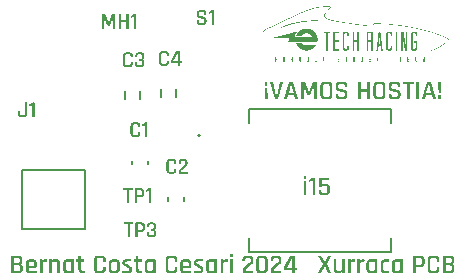
<source format=gto>
G04*
G04 #@! TF.GenerationSoftware,Altium Limited,Altium Designer,24.1.2 (44)*
G04*
G04 Layer_Color=65535*
%FSLAX44Y44*%
%MOMM*%
G71*
G04*
G04 #@! TF.SameCoordinates,B0990823-7E9F-439D-9868-1D062C9B8760*
G04*
G04*
G04 #@! TF.FilePolarity,Positive*
G04*
G01*
G75*
%ADD10C,0.2000*%
%ADD11C,0.1270*%
G36*
X273535Y224225D02*
X275299D01*
Y224179D01*
X275717D01*
Y224132D01*
X276135D01*
Y224086D01*
X275717D01*
Y224039D01*
X274789D01*
Y223993D01*
X273860D01*
Y223947D01*
X272932D01*
Y223900D01*
X272097D01*
Y223854D01*
X271354D01*
Y223808D01*
X270658D01*
Y223761D01*
X270008D01*
Y223715D01*
X269451D01*
Y223668D01*
X268894D01*
Y223622D01*
X268384D01*
Y223575D01*
X267873D01*
Y223529D01*
X267409D01*
Y223483D01*
X266945D01*
Y223436D01*
X266527D01*
Y223390D01*
X266109D01*
Y223343D01*
X265738D01*
Y223297D01*
X265320D01*
Y223251D01*
X264949D01*
Y223204D01*
X264578D01*
Y223158D01*
X264206D01*
Y223111D01*
X263881D01*
Y223065D01*
X263557D01*
Y223018D01*
X263185D01*
Y222972D01*
X262907D01*
Y222926D01*
X262582D01*
Y222879D01*
X262257D01*
Y222833D01*
X261979D01*
Y222786D01*
X261654D01*
Y222740D01*
X261375D01*
Y222694D01*
X261097D01*
Y222647D01*
X260818D01*
Y222601D01*
X260540D01*
Y222554D01*
X260261D01*
Y222508D01*
X259983D01*
Y222461D01*
X259704D01*
Y222415D01*
X259472D01*
Y222369D01*
X259194D01*
Y222322D01*
X258962D01*
Y222276D01*
X258730D01*
Y222229D01*
X258451D01*
Y222183D01*
X258219D01*
Y222137D01*
X257987D01*
Y222090D01*
X257755D01*
Y222044D01*
X257523D01*
Y221997D01*
X257291D01*
Y221951D01*
X257059D01*
Y221905D01*
X256873D01*
Y221858D01*
X256641D01*
Y221812D01*
X256409D01*
Y221765D01*
X256177D01*
Y221719D01*
X255991D01*
Y221672D01*
X255759D01*
Y221626D01*
X255574D01*
Y221580D01*
X255341D01*
Y221533D01*
X255156D01*
Y221487D01*
X254970D01*
Y221440D01*
X254738D01*
Y221394D01*
X254552D01*
Y221348D01*
X254367D01*
Y221301D01*
X254181D01*
Y221255D01*
X253995D01*
Y221208D01*
X253763D01*
Y221162D01*
X253578D01*
Y221115D01*
X253392D01*
Y221069D01*
X253207D01*
Y221023D01*
X253021D01*
Y220976D01*
X252882D01*
Y220930D01*
X252696D01*
Y220883D01*
X252510D01*
Y220837D01*
X252325D01*
Y220791D01*
X252139D01*
Y220744D01*
X251953D01*
Y220698D01*
X251814D01*
Y220651D01*
X251628D01*
Y220605D01*
X251443D01*
Y220558D01*
X251304D01*
Y220512D01*
X251118D01*
Y220466D01*
X250932D01*
Y220419D01*
X250793D01*
Y220373D01*
X250607D01*
Y220326D01*
X250468D01*
Y220280D01*
X250282D01*
Y220234D01*
X250143D01*
Y220187D01*
X249958D01*
Y220141D01*
X249818D01*
Y220094D01*
X249679D01*
Y220048D01*
X249493D01*
Y220002D01*
X249354D01*
Y219955D01*
X249215D01*
Y219909D01*
X249029D01*
Y219862D01*
X248890D01*
Y219816D01*
X248751D01*
Y219769D01*
X248612D01*
Y219723D01*
X248426D01*
Y219677D01*
X248287D01*
Y219630D01*
X248148D01*
Y219584D01*
X248008D01*
Y219538D01*
X247869D01*
Y219491D01*
X247730D01*
Y219445D01*
X247591D01*
Y219398D01*
X247451D01*
Y219352D01*
X247312D01*
Y219305D01*
X247173D01*
Y219259D01*
X247034D01*
Y219213D01*
X246894D01*
Y219166D01*
X246755D01*
Y219120D01*
X246616D01*
Y219073D01*
X246477D01*
Y219027D01*
X246337D01*
Y218981D01*
X246198D01*
Y218934D01*
X246059D01*
Y218888D01*
X245920D01*
Y218841D01*
X245827D01*
Y218795D01*
X245688D01*
Y218748D01*
X245548D01*
Y218702D01*
X245409D01*
Y218656D01*
X245270D01*
Y218609D01*
X245177D01*
Y218563D01*
X245038D01*
Y218516D01*
X244898D01*
Y218470D01*
X244759D01*
Y218424D01*
X244667D01*
Y218377D01*
X244527D01*
Y218331D01*
X244388D01*
Y218284D01*
X244295D01*
Y218238D01*
X244156D01*
Y218192D01*
X244017D01*
Y218145D01*
X243924D01*
Y218099D01*
X243785D01*
Y218052D01*
X243692D01*
Y218006D01*
X243552D01*
Y217959D01*
X243413D01*
Y217913D01*
X243321D01*
Y217867D01*
X243181D01*
Y217820D01*
X243088D01*
Y217774D01*
X242949D01*
Y217727D01*
X242856D01*
Y217681D01*
X242717D01*
Y217635D01*
X242624D01*
Y217588D01*
X242485D01*
Y217542D01*
X242392D01*
Y217495D01*
X242253D01*
Y217449D01*
X242114D01*
Y217402D01*
X242021D01*
Y217356D01*
X241928D01*
Y217402D01*
X241882D01*
Y217449D01*
X241835D01*
Y217495D01*
X241882D01*
Y217542D01*
X241975D01*
Y217588D01*
X242067D01*
Y217635D01*
X242160D01*
Y217681D01*
X242253D01*
Y217727D01*
X242346D01*
Y217774D01*
X242439D01*
Y217820D01*
X242531D01*
Y217867D01*
X242624D01*
Y217913D01*
X242717D01*
Y217959D01*
X242810D01*
Y218006D01*
X242903D01*
Y218052D01*
X242996D01*
Y218099D01*
X243088D01*
Y218145D01*
X243181D01*
Y218192D01*
X243274D01*
Y218238D01*
X243367D01*
Y218284D01*
X243460D01*
Y218331D01*
X243552D01*
Y218377D01*
X243645D01*
Y218424D01*
X243738D01*
Y218470D01*
X243831D01*
Y218516D01*
X243970D01*
Y218563D01*
X244063D01*
Y218609D01*
X244156D01*
Y218656D01*
X244249D01*
Y218702D01*
X244388D01*
Y218748D01*
X244481D01*
Y218795D01*
X244574D01*
Y218841D01*
X244667D01*
Y218888D01*
X244806D01*
Y218934D01*
X244898D01*
Y218981D01*
X244991D01*
Y219027D01*
X245131D01*
Y219073D01*
X245223D01*
Y219120D01*
X245316D01*
Y219166D01*
X245455D01*
Y219213D01*
X245548D01*
Y219259D01*
X245688D01*
Y219305D01*
X245780D01*
Y219352D01*
X245920D01*
Y219398D01*
X246012D01*
Y219445D01*
X246152D01*
Y219491D01*
X246245D01*
Y219538D01*
X246384D01*
Y219584D01*
X246477D01*
Y219630D01*
X246616D01*
Y219677D01*
X246709D01*
Y219723D01*
X246848D01*
Y219769D01*
X246987D01*
Y219816D01*
X247080D01*
Y219862D01*
X247219D01*
Y219909D01*
X247312D01*
Y219955D01*
X247451D01*
Y220002D01*
X247591D01*
Y220048D01*
X247730D01*
Y220094D01*
X247823D01*
Y220141D01*
X247962D01*
Y220187D01*
X248101D01*
Y220234D01*
X248240D01*
Y220280D01*
X248333D01*
Y220326D01*
X248472D01*
Y220373D01*
X248612D01*
Y220419D01*
X248751D01*
Y220466D01*
X248890D01*
Y220512D01*
X249029D01*
Y220558D01*
X249168D01*
Y220605D01*
X249308D01*
Y220651D01*
X249447D01*
Y220698D01*
X249586D01*
Y220744D01*
X249725D01*
Y220791D01*
X249865D01*
Y220837D01*
X250004D01*
Y220883D01*
X250143D01*
Y220930D01*
X250282D01*
Y220976D01*
X250422D01*
Y221023D01*
X250561D01*
Y221069D01*
X250700D01*
Y221115D01*
X250886D01*
Y221162D01*
X251025D01*
Y221208D01*
X251164D01*
Y221255D01*
X251304D01*
Y221301D01*
X251489D01*
Y221348D01*
X251628D01*
Y221394D01*
X251768D01*
Y221440D01*
X251953D01*
Y221487D01*
X252093D01*
Y221533D01*
X252278D01*
Y221580D01*
X252418D01*
Y221626D01*
X252603D01*
Y221672D01*
X252742D01*
Y221719D01*
X252928D01*
Y221765D01*
X253114D01*
Y221812D01*
X253253D01*
Y221858D01*
X253439D01*
Y221905D01*
X253624D01*
Y221951D01*
X253763D01*
Y221997D01*
X253949D01*
Y222044D01*
X254135D01*
Y222090D01*
X254320D01*
Y222137D01*
X254506D01*
Y222183D01*
X254692D01*
Y222229D01*
X254877D01*
Y222276D01*
X255063D01*
Y222322D01*
X255295D01*
Y222369D01*
X255481D01*
Y222415D01*
X255666D01*
Y222461D01*
X255852D01*
Y222508D01*
X256084D01*
Y222554D01*
X256270D01*
Y222601D01*
X256502D01*
Y222647D01*
X256734D01*
Y222694D01*
X256920D01*
Y222740D01*
X257152D01*
Y222786D01*
X257384D01*
Y222833D01*
X257616D01*
Y222879D01*
X257848D01*
Y222926D01*
X258080D01*
Y222972D01*
X258312D01*
Y223018D01*
X258590D01*
Y223065D01*
X258822D01*
Y223111D01*
X259101D01*
Y223158D01*
X259333D01*
Y223204D01*
X259611D01*
Y223251D01*
X259890D01*
Y223297D01*
X260168D01*
Y223343D01*
X260447D01*
Y223390D01*
X260772D01*
Y223436D01*
X261050D01*
Y223483D01*
X261375D01*
Y223529D01*
X261700D01*
Y223575D01*
X262025D01*
Y223622D01*
X262396D01*
Y223668D01*
X262768D01*
Y223715D01*
X263139D01*
Y223761D01*
X263557D01*
Y223808D01*
X263974D01*
Y223854D01*
X264392D01*
Y223900D01*
X264856D01*
Y223947D01*
X265367D01*
Y223993D01*
X265924D01*
Y224039D01*
X266481D01*
Y224086D01*
X267177D01*
Y224132D01*
X267920D01*
Y224179D01*
X268848D01*
Y224225D01*
X270147D01*
Y224272D01*
X273535D01*
Y224225D01*
D02*
G37*
G36*
X357543Y214711D02*
X357729D01*
Y214664D01*
X357868D01*
Y214618D01*
X357961D01*
Y214571D01*
X358054D01*
Y214525D01*
X358147D01*
Y214478D01*
X358240D01*
Y214432D01*
X358286D01*
Y214386D01*
X358379D01*
Y214339D01*
X358425D01*
Y214293D01*
X358472D01*
Y214246D01*
X358518D01*
Y214200D01*
X358564D01*
Y214153D01*
X358611D01*
Y214107D01*
X358657D01*
Y214061D01*
X358704D01*
Y214014D01*
X358750D01*
Y213921D01*
X358797D01*
Y213875D01*
X358843D01*
Y213829D01*
X358889D01*
Y213736D01*
X358936D01*
Y213643D01*
X358982D01*
Y213550D01*
X359029D01*
Y213411D01*
X359075D01*
Y213225D01*
X359121D01*
Y212947D01*
X359168D01*
Y210765D01*
X359121D01*
Y210719D01*
X357822D01*
Y212204D01*
X357775D01*
Y212436D01*
X357729D01*
Y212575D01*
X357683D01*
Y212668D01*
X357636D01*
Y212761D01*
X357590D01*
Y212854D01*
X357543D01*
Y212900D01*
X357497D01*
Y212947D01*
X357450D01*
Y213040D01*
X357404D01*
Y213086D01*
X357311D01*
Y213132D01*
X357265D01*
Y213179D01*
X357219D01*
Y213225D01*
X357126D01*
Y213272D01*
X357033D01*
Y213318D01*
X356940D01*
Y213365D01*
X356754D01*
Y213411D01*
X356197D01*
Y213365D01*
X356058D01*
Y213318D01*
X355919D01*
Y213272D01*
X355826D01*
Y213225D01*
X355780D01*
Y213179D01*
X355687D01*
Y213132D01*
X355640D01*
Y213086D01*
X355548D01*
Y213040D01*
X355501D01*
Y212947D01*
X355455D01*
Y212900D01*
X355408D01*
Y212854D01*
X355362D01*
Y212761D01*
X355316D01*
Y212668D01*
X355269D01*
Y212575D01*
X355223D01*
Y212483D01*
X355176D01*
Y212251D01*
X355130D01*
Y201204D01*
X355176D01*
Y200972D01*
X355223D01*
Y200879D01*
X355269D01*
Y200786D01*
X355316D01*
Y200694D01*
X355362D01*
Y200601D01*
X355408D01*
Y200554D01*
X355455D01*
Y200508D01*
X355501D01*
Y200415D01*
X355548D01*
Y200369D01*
X355640D01*
Y200322D01*
X355687D01*
Y200276D01*
X355780D01*
Y200229D01*
X355826D01*
Y200183D01*
X355919D01*
Y200137D01*
X356058D01*
Y200090D01*
X356197D01*
Y200044D01*
X356754D01*
Y200090D01*
X356940D01*
Y200137D01*
X357033D01*
Y200183D01*
X357126D01*
Y200229D01*
X357219D01*
Y200276D01*
X357265D01*
Y200322D01*
X357311D01*
Y200369D01*
X357404D01*
Y200415D01*
X357450D01*
Y200508D01*
X357497D01*
Y200554D01*
X357543D01*
Y200601D01*
X357590D01*
Y200694D01*
X357636D01*
Y200786D01*
X357683D01*
Y200879D01*
X357729D01*
Y201019D01*
X357775D01*
Y201251D01*
X357822D01*
Y205381D01*
X356476D01*
Y206727D01*
X359168D01*
Y200462D01*
X359121D01*
Y200183D01*
X359075D01*
Y200044D01*
X359029D01*
Y199905D01*
X358982D01*
Y199812D01*
X358936D01*
Y199719D01*
X358889D01*
Y199626D01*
X358843D01*
Y199580D01*
X358797D01*
Y199533D01*
X358750D01*
Y199440D01*
X358704D01*
Y199394D01*
X358657D01*
Y199348D01*
X358611D01*
Y199301D01*
X358564D01*
Y199255D01*
X358518D01*
Y199209D01*
X358472D01*
Y199162D01*
X358425D01*
Y199116D01*
X358379D01*
Y199069D01*
X358286D01*
Y199023D01*
X358240D01*
Y198976D01*
X358147D01*
Y198930D01*
X358054D01*
Y198884D01*
X357961D01*
Y198837D01*
X357868D01*
Y198791D01*
X357729D01*
Y198744D01*
X357543D01*
Y198698D01*
X355455D01*
Y198744D01*
X355223D01*
Y198791D01*
X355084D01*
Y198837D01*
X354991D01*
Y198884D01*
X354898D01*
Y198930D01*
X354805D01*
Y198976D01*
X354759D01*
Y199023D01*
X354666D01*
Y199069D01*
X354619D01*
Y199116D01*
X354573D01*
Y199162D01*
X354480D01*
Y199209D01*
X354434D01*
Y199255D01*
X354387D01*
Y199301D01*
X354341D01*
Y199348D01*
X354294D01*
Y199440D01*
X354248D01*
Y199487D01*
X354202D01*
Y199533D01*
X354155D01*
Y199580D01*
X354109D01*
Y199673D01*
X354062D01*
Y199765D01*
X354016D01*
Y199812D01*
X353969D01*
Y199951D01*
X353923D01*
Y200044D01*
X353877D01*
Y200183D01*
X353830D01*
Y200462D01*
X353784D01*
Y212993D01*
X353830D01*
Y213225D01*
X353877D01*
Y213411D01*
X353923D01*
Y213504D01*
X353969D01*
Y213643D01*
X354016D01*
Y213689D01*
X354062D01*
Y213782D01*
X354109D01*
Y213875D01*
X354155D01*
Y213921D01*
X354202D01*
Y213968D01*
X354248D01*
Y214014D01*
X354294D01*
Y214107D01*
X354341D01*
Y214153D01*
X354387D01*
Y214200D01*
X354434D01*
Y214246D01*
X354480D01*
Y214293D01*
X354573D01*
Y214339D01*
X354619D01*
Y214386D01*
X354666D01*
Y214432D01*
X354759D01*
Y214478D01*
X354805D01*
Y214525D01*
X354898D01*
Y214571D01*
X354991D01*
Y214618D01*
X355084D01*
Y214664D01*
X355223D01*
Y214711D01*
X355455D01*
Y214757D01*
X357543D01*
Y214711D01*
D02*
G37*
G36*
X336425D02*
X336611D01*
Y214664D01*
X336750D01*
Y214618D01*
X336843D01*
Y214571D01*
X336936D01*
Y214525D01*
X337029D01*
Y214478D01*
X337122D01*
Y214432D01*
X337168D01*
Y214386D01*
X337261D01*
Y214339D01*
X337307D01*
Y214293D01*
X337354D01*
Y214246D01*
X337400D01*
Y214200D01*
X337446D01*
Y214153D01*
X337493D01*
Y214107D01*
X337539D01*
Y214061D01*
X337586D01*
Y214014D01*
X337632D01*
Y213921D01*
X337678D01*
Y213875D01*
X337725D01*
Y213829D01*
X337771D01*
Y213736D01*
X337818D01*
Y213643D01*
X337864D01*
Y213550D01*
X337911D01*
Y213411D01*
X337957D01*
Y213225D01*
X338003D01*
Y212947D01*
X338050D01*
Y210765D01*
X338003D01*
Y210719D01*
X336704D01*
Y212204D01*
X336657D01*
Y212436D01*
X336611D01*
Y212575D01*
X336565D01*
Y212668D01*
X336518D01*
Y212761D01*
X336472D01*
Y212854D01*
X336425D01*
Y212900D01*
X336379D01*
Y212947D01*
X336333D01*
Y213040D01*
X336286D01*
Y213086D01*
X336193D01*
Y213132D01*
X336147D01*
Y213179D01*
X336101D01*
Y213225D01*
X336008D01*
Y213272D01*
X335915D01*
Y213318D01*
X335822D01*
Y213365D01*
X335636D01*
Y213411D01*
X335079D01*
Y213365D01*
X334940D01*
Y213318D01*
X334801D01*
Y213272D01*
X334708D01*
Y213225D01*
X334662D01*
Y213179D01*
X334569D01*
Y213132D01*
X334522D01*
Y213086D01*
X334430D01*
Y213040D01*
X334383D01*
Y212947D01*
X334337D01*
Y212900D01*
X334290D01*
Y212854D01*
X334244D01*
Y212761D01*
X334198D01*
Y212668D01*
X334151D01*
Y212575D01*
X334105D01*
Y212483D01*
X334058D01*
Y212251D01*
X334012D01*
Y201204D01*
X334058D01*
Y200972D01*
X334105D01*
Y200879D01*
X334151D01*
Y200786D01*
X334198D01*
Y200694D01*
X334244D01*
Y200601D01*
X334290D01*
Y200554D01*
X334337D01*
Y200508D01*
X334383D01*
Y200415D01*
X334430D01*
Y200369D01*
X334522D01*
Y200322D01*
X334569D01*
Y200276D01*
X334662D01*
Y200229D01*
X334708D01*
Y200183D01*
X334801D01*
Y200137D01*
X334940D01*
Y200090D01*
X335079D01*
Y200044D01*
X335636D01*
Y200090D01*
X335822D01*
Y200137D01*
X335915D01*
Y200183D01*
X336008D01*
Y200229D01*
X336101D01*
Y200276D01*
X336147D01*
Y200322D01*
X336193D01*
Y200369D01*
X336286D01*
Y200415D01*
X336333D01*
Y200508D01*
X336379D01*
Y200554D01*
X336425D01*
Y200601D01*
X336472D01*
Y200694D01*
X336518D01*
Y200786D01*
X336565D01*
Y200879D01*
X336611D01*
Y201019D01*
X336657D01*
Y201251D01*
X336704D01*
Y202736D01*
X338003D01*
Y202689D01*
X338050D01*
Y200462D01*
X338003D01*
Y200183D01*
X337957D01*
Y200044D01*
X337911D01*
Y199905D01*
X337864D01*
Y199812D01*
X337818D01*
Y199719D01*
X337771D01*
Y199626D01*
X337725D01*
Y199580D01*
X337678D01*
Y199533D01*
X337632D01*
Y199440D01*
X337586D01*
Y199394D01*
X337539D01*
Y199348D01*
X337493D01*
Y199301D01*
X337446D01*
Y199255D01*
X337400D01*
Y199209D01*
X337354D01*
Y199162D01*
X337307D01*
Y199116D01*
X337261D01*
Y199069D01*
X337168D01*
Y199023D01*
X337122D01*
Y198976D01*
X337029D01*
Y198930D01*
X336936D01*
Y198884D01*
X336843D01*
Y198837D01*
X336750D01*
Y198791D01*
X336611D01*
Y198744D01*
X336425D01*
Y198698D01*
X334337D01*
Y198744D01*
X334105D01*
Y198791D01*
X333965D01*
Y198837D01*
X333873D01*
Y198884D01*
X333780D01*
Y198930D01*
X333687D01*
Y198976D01*
X333641D01*
Y199023D01*
X333548D01*
Y199069D01*
X333501D01*
Y199116D01*
X333455D01*
Y199162D01*
X333362D01*
Y199209D01*
X333316D01*
Y199255D01*
X333269D01*
Y199301D01*
X333223D01*
Y199348D01*
X333176D01*
Y199440D01*
X333130D01*
Y199487D01*
X333084D01*
Y199533D01*
X333037D01*
Y199580D01*
X332991D01*
Y199673D01*
X332944D01*
Y199765D01*
X332898D01*
Y199812D01*
X332852D01*
Y199951D01*
X332805D01*
Y200044D01*
X332759D01*
Y200183D01*
X332712D01*
Y200462D01*
X332666D01*
Y209002D01*
Y209048D01*
Y212993D01*
X332712D01*
Y213225D01*
X332759D01*
Y213411D01*
X332805D01*
Y213504D01*
X332852D01*
Y213643D01*
X332898D01*
Y213689D01*
X332944D01*
Y213782D01*
X332991D01*
Y213875D01*
X333037D01*
Y213921D01*
X333084D01*
Y213968D01*
X333130D01*
Y214014D01*
X333176D01*
Y214107D01*
X333223D01*
Y214153D01*
X333269D01*
Y214200D01*
X333316D01*
Y214246D01*
X333362D01*
Y214293D01*
X333455D01*
Y214339D01*
X333501D01*
Y214386D01*
X333548D01*
Y214432D01*
X333641D01*
Y214478D01*
X333687D01*
Y214525D01*
X333780D01*
Y214571D01*
X333873D01*
Y214618D01*
X333965D01*
Y214664D01*
X334105D01*
Y214711D01*
X334337D01*
Y214757D01*
X336425D01*
Y214711D01*
D02*
G37*
G36*
X299713D02*
X299898D01*
Y214664D01*
X300037D01*
Y214618D01*
X300130D01*
Y214571D01*
X300223D01*
Y214525D01*
X300316D01*
Y214478D01*
X300409D01*
Y214432D01*
X300455D01*
Y214386D01*
X300548D01*
Y214339D01*
X300594D01*
Y214293D01*
X300641D01*
Y214246D01*
X300687D01*
Y214200D01*
X300734D01*
Y214153D01*
X300780D01*
Y214107D01*
X300826D01*
Y214061D01*
X300873D01*
Y214014D01*
X300919D01*
Y213921D01*
X300966D01*
Y213875D01*
X301012D01*
Y213829D01*
X301059D01*
Y213736D01*
X301105D01*
Y213643D01*
X301151D01*
Y213550D01*
X301198D01*
Y213411D01*
X301244D01*
Y213225D01*
X301291D01*
Y212947D01*
X301337D01*
Y210765D01*
X301291D01*
Y210719D01*
X299991D01*
Y212204D01*
X299945D01*
Y212436D01*
X299898D01*
Y212575D01*
X299852D01*
Y212668D01*
X299805D01*
Y212761D01*
X299759D01*
Y212854D01*
X299713D01*
Y212900D01*
X299666D01*
Y212947D01*
X299620D01*
Y213040D01*
X299573D01*
Y213086D01*
X299480D01*
Y213132D01*
X299434D01*
Y213179D01*
X299388D01*
Y213225D01*
X299295D01*
Y213272D01*
X299202D01*
Y213318D01*
X299109D01*
Y213365D01*
X298923D01*
Y213411D01*
X298367D01*
Y213365D01*
X298227D01*
Y213318D01*
X298088D01*
Y213272D01*
X297995D01*
Y213225D01*
X297949D01*
Y213179D01*
X297856D01*
Y213132D01*
X297810D01*
Y213086D01*
X297717D01*
Y213040D01*
X297670D01*
Y212947D01*
X297624D01*
Y212900D01*
X297577D01*
Y212854D01*
X297531D01*
Y212761D01*
X297485D01*
Y212668D01*
X297438D01*
Y212575D01*
X297392D01*
Y212483D01*
X297346D01*
Y212251D01*
X297299D01*
Y201204D01*
X297346D01*
Y200972D01*
X297392D01*
Y200879D01*
X297438D01*
Y200786D01*
X297485D01*
Y200694D01*
X297531D01*
Y200601D01*
X297577D01*
Y200554D01*
X297624D01*
Y200508D01*
X297670D01*
Y200415D01*
X297717D01*
Y200369D01*
X297810D01*
Y200322D01*
X297856D01*
Y200276D01*
X297949D01*
Y200229D01*
X297995D01*
Y200183D01*
X298088D01*
Y200137D01*
X298227D01*
Y200090D01*
X298367D01*
Y200044D01*
X298923D01*
Y200090D01*
X299109D01*
Y200137D01*
X299202D01*
Y200183D01*
X299295D01*
Y200229D01*
X299388D01*
Y200276D01*
X299434D01*
Y200322D01*
X299480D01*
Y200369D01*
X299573D01*
Y200415D01*
X299620D01*
Y200508D01*
X299666D01*
Y200554D01*
X299713D01*
Y200601D01*
X299759D01*
Y200694D01*
X299805D01*
Y200786D01*
X299852D01*
Y200879D01*
X299898D01*
Y201019D01*
X299945D01*
Y201251D01*
X299991D01*
Y202736D01*
X301291D01*
Y202689D01*
X301337D01*
Y200462D01*
X301291D01*
Y200183D01*
X301244D01*
Y200044D01*
X301198D01*
Y199905D01*
X301151D01*
Y199812D01*
X301105D01*
Y199719D01*
X301059D01*
Y199626D01*
X301012D01*
Y199580D01*
X300966D01*
Y199533D01*
X300919D01*
Y199440D01*
X300873D01*
Y199394D01*
X300826D01*
Y199348D01*
X300780D01*
Y199301D01*
X300734D01*
Y199255D01*
X300687D01*
Y199209D01*
X300641D01*
Y199162D01*
X300594D01*
Y199116D01*
X300548D01*
Y199069D01*
X300455D01*
Y199023D01*
X300409D01*
Y198976D01*
X300316D01*
Y198930D01*
X300223D01*
Y198884D01*
X300130D01*
Y198837D01*
X300037D01*
Y198791D01*
X299898D01*
Y198744D01*
X299713D01*
Y198698D01*
X297624D01*
Y198744D01*
X297392D01*
Y198791D01*
X297253D01*
Y198837D01*
X297160D01*
Y198884D01*
X297067D01*
Y198930D01*
X296974D01*
Y198976D01*
X296928D01*
Y199023D01*
X296835D01*
Y199069D01*
X296789D01*
Y199116D01*
X296742D01*
Y199162D01*
X296649D01*
Y199209D01*
X296603D01*
Y199255D01*
X296556D01*
Y199301D01*
X296510D01*
Y199348D01*
X296464D01*
Y199440D01*
X296417D01*
Y199487D01*
X296371D01*
Y199533D01*
X296324D01*
Y199580D01*
X296278D01*
Y199673D01*
X296231D01*
Y199765D01*
X296185D01*
Y199812D01*
X296139D01*
Y199951D01*
X296092D01*
Y200044D01*
X296046D01*
Y200183D01*
X296000D01*
Y200462D01*
X295953D01*
Y212993D01*
X296000D01*
Y213225D01*
X296046D01*
Y213411D01*
X296092D01*
Y213504D01*
X296139D01*
Y213643D01*
X296185D01*
Y213689D01*
X296231D01*
Y213782D01*
X296278D01*
Y213875D01*
X296324D01*
Y213921D01*
X296371D01*
Y213968D01*
X296417D01*
Y214014D01*
X296464D01*
Y214107D01*
X296510D01*
Y214153D01*
X296556D01*
Y214200D01*
X296603D01*
Y214246D01*
X296649D01*
Y214293D01*
X296742D01*
Y214339D01*
X296789D01*
Y214386D01*
X296835D01*
Y214432D01*
X296928D01*
Y214478D01*
X296974D01*
Y214525D01*
X297067D01*
Y214571D01*
X297160D01*
Y214618D01*
X297253D01*
Y214664D01*
X297392D01*
Y214711D01*
X297624D01*
Y214757D01*
X299713D01*
Y214711D01*
D02*
G37*
G36*
X266156Y217356D02*
X266620D01*
Y217310D01*
X266945D01*
Y217263D01*
X267223D01*
Y217217D01*
X267455D01*
Y217170D01*
X267641D01*
Y217124D01*
X267827D01*
Y217078D01*
X267966D01*
Y217031D01*
X268151D01*
Y216985D01*
X268291D01*
Y216938D01*
X268430D01*
Y216892D01*
X268569D01*
Y216845D01*
X268662D01*
Y216799D01*
X268801D01*
Y216753D01*
X268894D01*
Y216706D01*
X269033D01*
Y216660D01*
X269126D01*
Y216613D01*
X269219D01*
Y216567D01*
X269312D01*
Y216521D01*
X269405D01*
Y216474D01*
X269498D01*
Y216428D01*
X269590D01*
Y216381D01*
X269683D01*
Y216335D01*
X269776D01*
Y216289D01*
X269869D01*
Y216242D01*
X269962D01*
Y216196D01*
X270008D01*
Y216149D01*
X270101D01*
Y216103D01*
X270194D01*
Y216056D01*
X270240D01*
Y216010D01*
X270333D01*
Y215964D01*
X270426D01*
Y215917D01*
X270472D01*
Y215871D01*
X270565D01*
Y215824D01*
X270611D01*
Y215778D01*
X270704D01*
Y215732D01*
X270751D01*
Y215685D01*
X270797D01*
Y215639D01*
X270890D01*
Y215592D01*
X270936D01*
Y215546D01*
X271029D01*
Y215499D01*
X271076D01*
Y215453D01*
X271122D01*
Y215407D01*
X271215D01*
Y215360D01*
X271261D01*
Y215314D01*
X271308D01*
Y215267D01*
X271354D01*
Y215221D01*
X271447D01*
Y215175D01*
X271493D01*
Y215128D01*
X271540D01*
Y215082D01*
X271586D01*
Y215035D01*
X271632D01*
Y214989D01*
X271679D01*
Y214942D01*
X271725D01*
Y214896D01*
X271818D01*
Y214850D01*
X271865D01*
Y214803D01*
X271911D01*
Y214757D01*
X271957D01*
Y214711D01*
X272004D01*
Y214664D01*
X272050D01*
Y214618D01*
X272097D01*
Y214571D01*
X272143D01*
Y214525D01*
X272190D01*
Y214478D01*
X272236D01*
Y214432D01*
X272282D01*
Y214339D01*
X272329D01*
Y214293D01*
X272375D01*
Y214246D01*
X272422D01*
Y214200D01*
X272468D01*
Y214153D01*
X272514D01*
Y214107D01*
X272561D01*
Y214061D01*
X272607D01*
Y213968D01*
X272654D01*
Y213921D01*
X272700D01*
Y213875D01*
X272746D01*
Y213829D01*
X272793D01*
Y213736D01*
X272839D01*
Y213689D01*
X272886D01*
Y213643D01*
X272932D01*
Y213550D01*
X272978D01*
Y213504D01*
X273025D01*
Y213411D01*
X273071D01*
Y213365D01*
X273118D01*
Y213272D01*
X273164D01*
Y213225D01*
X273211D01*
Y213132D01*
X273257D01*
Y213086D01*
X273303D01*
Y212993D01*
X273350D01*
Y212947D01*
X273396D01*
Y212854D01*
X273443D01*
Y212761D01*
X273489D01*
Y212715D01*
X273535D01*
Y212622D01*
X273582D01*
Y212529D01*
X273628D01*
Y212436D01*
X273675D01*
Y212343D01*
X273721D01*
Y212297D01*
X273768D01*
Y212204D01*
X273814D01*
Y212111D01*
X273860D01*
Y212019D01*
X273907D01*
Y211926D01*
X273953D01*
Y211833D01*
X274000D01*
Y211740D01*
X274046D01*
Y211601D01*
X274092D01*
Y211508D01*
X274139D01*
Y211415D01*
X274185D01*
Y211276D01*
X274232D01*
Y211137D01*
X274278D01*
Y211044D01*
X274324D01*
Y210905D01*
X274371D01*
Y210765D01*
X274417D01*
Y210580D01*
X274464D01*
Y210440D01*
X274510D01*
Y210255D01*
X274557D01*
Y210023D01*
X274603D01*
Y209837D01*
X274649D01*
Y209559D01*
X274696D01*
Y209234D01*
X274742D01*
Y208770D01*
X274789D01*
Y207052D01*
X274742D01*
Y206681D01*
X274696D01*
Y206449D01*
X274649D01*
Y206171D01*
X274603D01*
Y206031D01*
X274557D01*
Y205985D01*
X274232D01*
Y205938D01*
X250236D01*
Y205985D01*
X250143D01*
Y206031D01*
X250097D01*
Y206124D01*
X250050D01*
Y206310D01*
X250097D01*
Y206867D01*
X250143D01*
Y207284D01*
X250190D01*
Y207656D01*
X250236D01*
Y207981D01*
X250282D01*
Y208259D01*
X250329D01*
Y208538D01*
X250375D01*
Y208770D01*
X250422D01*
Y209002D01*
X250468D01*
Y209187D01*
X250515D01*
Y209373D01*
X250561D01*
Y209651D01*
X250607D01*
Y209744D01*
X238076D01*
Y209837D01*
X238169D01*
Y209883D01*
X238354D01*
Y209930D01*
X238540D01*
Y209976D01*
X238679D01*
Y210023D01*
X238865D01*
Y210069D01*
X239050D01*
Y210116D01*
X239236D01*
Y210162D01*
X239422D01*
Y210208D01*
X239607D01*
Y210255D01*
X239793D01*
Y210301D01*
X239979D01*
Y210348D01*
X240118D01*
Y210394D01*
X240304D01*
Y210440D01*
X240489D01*
Y210487D01*
X240675D01*
Y210533D01*
X240861D01*
Y210580D01*
X241046D01*
Y210626D01*
X241232D01*
Y210672D01*
X241371D01*
Y210719D01*
X241557D01*
Y210765D01*
X241742D01*
Y210812D01*
X241928D01*
Y210858D01*
X242114D01*
Y210905D01*
X242299D01*
Y210951D01*
X242485D01*
Y210997D01*
X242624D01*
Y211044D01*
X242810D01*
Y211090D01*
X242996D01*
Y211137D01*
X243181D01*
Y211183D01*
X243367D01*
Y211229D01*
X243552D01*
Y211276D01*
X243738D01*
Y211322D01*
X243924D01*
Y211369D01*
X244063D01*
Y211415D01*
X244249D01*
Y211462D01*
X244434D01*
Y211508D01*
X244620D01*
Y211554D01*
X244806D01*
Y211601D01*
X244991D01*
Y211647D01*
X245177D01*
Y211694D01*
X245316D01*
Y211740D01*
X245502D01*
Y211786D01*
X245688D01*
Y211833D01*
X245873D01*
Y211879D01*
X246059D01*
Y211926D01*
X246245D01*
Y211972D01*
X246430D01*
Y212019D01*
X246616D01*
Y212065D01*
X246755D01*
Y212111D01*
X246941D01*
Y212158D01*
X247126D01*
Y212204D01*
X247312D01*
Y212251D01*
X247498D01*
Y212297D01*
X247683D01*
Y212343D01*
X247869D01*
Y212390D01*
X248008D01*
Y212436D01*
X248194D01*
Y212483D01*
X248379D01*
Y212529D01*
X248565D01*
Y212575D01*
X248751D01*
Y212622D01*
X248937D01*
Y212668D01*
X249122D01*
Y212715D01*
X249308D01*
Y212761D01*
X249447D01*
Y212808D01*
X249633D01*
Y212854D01*
X249818D01*
Y212900D01*
X250004D01*
Y212947D01*
X250190D01*
Y212993D01*
X250375D01*
Y213040D01*
X250561D01*
Y213086D01*
X250700D01*
Y213132D01*
X250886D01*
Y213179D01*
X251071D01*
Y213225D01*
X251257D01*
Y213272D01*
X251443D01*
Y213318D01*
X251628D01*
Y213365D01*
X251814D01*
Y213411D01*
X251953D01*
Y213457D01*
X252139D01*
Y213504D01*
X252325D01*
Y213550D01*
X252510D01*
Y213597D01*
X252696D01*
Y213643D01*
X252882D01*
Y213689D01*
X253067D01*
Y213736D01*
X253253D01*
Y213782D01*
X253392D01*
Y213829D01*
X253578D01*
Y213875D01*
X253763D01*
Y213921D01*
X253949D01*
Y213968D01*
X254135D01*
Y214014D01*
X254320D01*
Y214061D01*
X254506D01*
Y214107D01*
X254645D01*
Y214153D01*
X254831D01*
Y214200D01*
X255017D01*
Y214246D01*
X255202D01*
Y214293D01*
X255388D01*
Y214339D01*
X255574D01*
Y214386D01*
X255759D01*
Y214432D01*
X255945D01*
Y214478D01*
X256084D01*
Y214525D01*
X256270D01*
Y214571D01*
X256455D01*
Y214618D01*
X256641D01*
Y214664D01*
X256827D01*
Y214711D01*
X257012D01*
Y214757D01*
X257198D01*
Y214803D01*
X257337D01*
Y214850D01*
X257477D01*
Y214757D01*
X257430D01*
Y214711D01*
X257384D01*
Y214618D01*
X257337D01*
Y214525D01*
X257291D01*
Y214478D01*
X257244D01*
Y214386D01*
X257198D01*
Y214293D01*
X257152D01*
Y214246D01*
X257105D01*
Y214153D01*
X257059D01*
Y214107D01*
X257012D01*
Y214014D01*
X256966D01*
Y213921D01*
X256920D01*
Y213875D01*
X256873D01*
Y213782D01*
X256827D01*
Y213689D01*
X256780D01*
Y213643D01*
X256734D01*
Y213550D01*
X256688D01*
Y213457D01*
X256641D01*
Y213411D01*
X256595D01*
Y213318D01*
X256548D01*
Y213225D01*
X256502D01*
Y213179D01*
X256455D01*
Y213086D01*
X256409D01*
Y212993D01*
X256363D01*
Y212947D01*
X256316D01*
Y212854D01*
X256270D01*
Y212761D01*
X256223D01*
Y212668D01*
X256177D01*
Y212622D01*
X256131D01*
Y212529D01*
X256084D01*
Y212436D01*
X256038D01*
Y212343D01*
X255991D01*
Y212251D01*
X255945D01*
Y212158D01*
X255898D01*
Y212065D01*
X255852D01*
Y211926D01*
X255806D01*
Y211833D01*
X255759D01*
Y211740D01*
X255713D01*
Y211601D01*
X255666D01*
Y211462D01*
X255620D01*
Y211322D01*
X255574D01*
Y211183D01*
X255527D01*
Y211044D01*
X255481D01*
Y210858D01*
X255434D01*
Y210719D01*
X255388D01*
Y210487D01*
X255341D01*
Y210301D01*
X255295D01*
Y210069D01*
X255249D01*
Y209883D01*
X270287D01*
Y210023D01*
X270240D01*
Y210116D01*
X270194D01*
Y210255D01*
X270147D01*
Y210348D01*
X270101D01*
Y210440D01*
X270054D01*
Y210533D01*
X270008D01*
Y210626D01*
X269962D01*
Y210719D01*
X269915D01*
Y210765D01*
X269869D01*
Y210858D01*
X269822D01*
Y210951D01*
X269776D01*
Y210997D01*
X269730D01*
Y211090D01*
X269683D01*
Y211137D01*
X269637D01*
Y211229D01*
X269590D01*
Y211276D01*
X269544D01*
Y211322D01*
X269498D01*
Y211415D01*
X269451D01*
Y211462D01*
X269405D01*
Y211508D01*
X269358D01*
Y211554D01*
X269312D01*
Y211601D01*
X269265D01*
Y211694D01*
X269219D01*
Y211740D01*
X269173D01*
Y211786D01*
X269126D01*
Y211833D01*
X269080D01*
Y211879D01*
X269033D01*
Y211926D01*
X268987D01*
Y211972D01*
X268941D01*
Y212019D01*
X268848D01*
Y212065D01*
X268801D01*
Y212111D01*
X268755D01*
Y212158D01*
X268708D01*
Y212204D01*
X268662D01*
Y212251D01*
X268569D01*
Y212297D01*
X268523D01*
Y212343D01*
X268476D01*
Y212390D01*
X268384D01*
Y212436D01*
X268337D01*
Y212483D01*
X268244D01*
Y212529D01*
X268151D01*
Y212575D01*
X268105D01*
Y212622D01*
X268012D01*
Y212668D01*
X267920D01*
Y212715D01*
X267827D01*
Y212761D01*
X267734D01*
Y212808D01*
X267641D01*
Y212854D01*
X267548D01*
Y212900D01*
X267409D01*
Y212947D01*
X267316D01*
Y212993D01*
X267177D01*
Y213040D01*
X267038D01*
Y213086D01*
X266852D01*
Y213132D01*
X266713D01*
Y213179D01*
X266481D01*
Y213225D01*
X266249D01*
Y213272D01*
X265877D01*
Y213318D01*
X265042D01*
Y213272D01*
X264671D01*
Y213225D01*
X264392D01*
Y213179D01*
X264206D01*
Y213132D01*
X264021D01*
Y213086D01*
X263881D01*
Y213040D01*
X263742D01*
Y212993D01*
X263603D01*
Y212947D01*
X263510D01*
Y212900D01*
X263417D01*
Y212854D01*
X263325D01*
Y212808D01*
X263185D01*
Y212761D01*
X263139D01*
Y212715D01*
X263046D01*
Y212668D01*
X262953D01*
Y212622D01*
X262860D01*
Y212575D01*
X262768D01*
Y212529D01*
X262721D01*
Y212483D01*
X262628D01*
Y212436D01*
X262582D01*
Y212390D01*
X262489D01*
Y212343D01*
X262443D01*
Y212297D01*
X262396D01*
Y212251D01*
X262304D01*
Y212204D01*
X262257D01*
Y212158D01*
X262211D01*
Y212111D01*
X262164D01*
Y212065D01*
X262071D01*
Y212019D01*
X262025D01*
Y211972D01*
X261979D01*
Y211926D01*
X261932D01*
Y211879D01*
X261886D01*
Y211833D01*
X261839D01*
Y211786D01*
X261793D01*
Y211740D01*
X261747D01*
Y211694D01*
X261700D01*
Y211647D01*
X261654D01*
Y211601D01*
X261607D01*
Y211554D01*
X261561D01*
Y211462D01*
X261514D01*
Y211415D01*
X261468D01*
Y211369D01*
X261422D01*
Y211322D01*
X261375D01*
Y211229D01*
X261329D01*
Y211183D01*
X261282D01*
Y211137D01*
X261236D01*
Y211044D01*
X261189D01*
Y210997D01*
X261143D01*
Y210905D01*
X261097D01*
Y210858D01*
X261050D01*
Y210765D01*
X260958D01*
Y210719D01*
X260865D01*
Y210672D01*
X256502D01*
Y210719D01*
X256455D01*
Y210765D01*
X256502D01*
Y210951D01*
X256548D01*
Y211090D01*
X256595D01*
Y211229D01*
X256641D01*
Y211322D01*
X256688D01*
Y211462D01*
X256734D01*
Y211601D01*
X256780D01*
Y211694D01*
X256827D01*
Y211786D01*
X256873D01*
Y211926D01*
X256920D01*
Y212019D01*
X256966D01*
Y212111D01*
X257012D01*
Y212204D01*
X257059D01*
Y212297D01*
X257105D01*
Y212390D01*
X257152D01*
Y212483D01*
X257198D01*
Y212529D01*
X257244D01*
Y212622D01*
X257291D01*
Y212715D01*
X257337D01*
Y212808D01*
X257384D01*
Y212854D01*
X257430D01*
Y212947D01*
X257477D01*
Y212993D01*
X257523D01*
Y213086D01*
X257569D01*
Y213132D01*
X257616D01*
Y213225D01*
X257662D01*
Y213272D01*
X257709D01*
Y213365D01*
X257755D01*
Y213411D01*
X257801D01*
Y213504D01*
X257848D01*
Y213550D01*
X257894D01*
Y213643D01*
X257941D01*
Y213689D01*
X257987D01*
Y213736D01*
X258034D01*
Y213829D01*
X258080D01*
Y213875D01*
X258126D01*
Y213921D01*
X258173D01*
Y213968D01*
X258219D01*
Y214061D01*
X258265D01*
Y214107D01*
X258312D01*
Y214153D01*
X258358D01*
Y214200D01*
X258405D01*
Y214246D01*
X258451D01*
Y214293D01*
X258498D01*
Y214386D01*
X258544D01*
Y214432D01*
X258590D01*
Y214478D01*
X258637D01*
Y214525D01*
X258683D01*
Y214571D01*
X258730D01*
Y214618D01*
X258776D01*
Y214664D01*
X258822D01*
Y214711D01*
X258869D01*
Y214757D01*
X258915D01*
Y214803D01*
X258962D01*
Y214850D01*
X259008D01*
Y214896D01*
X259055D01*
Y214942D01*
X259101D01*
Y214989D01*
X259147D01*
Y215035D01*
X259194D01*
Y215082D01*
X259240D01*
Y215128D01*
X259333D01*
Y215175D01*
X259379D01*
Y215221D01*
X259426D01*
Y215267D01*
X259472D01*
Y215314D01*
X259519D01*
Y215360D01*
X259611D01*
Y215407D01*
X259658D01*
Y215453D01*
X259704D01*
Y215499D01*
X259751D01*
Y215546D01*
X259844D01*
Y215592D01*
X259890D01*
Y215639D01*
X259936D01*
Y215685D01*
X260029D01*
Y215732D01*
X260076D01*
Y215778D01*
X260168D01*
Y215824D01*
X260215D01*
Y215871D01*
X260308D01*
Y215917D01*
X260354D01*
Y215964D01*
X260447D01*
Y216010D01*
X260493D01*
Y216056D01*
X260586D01*
Y216103D01*
X260679D01*
Y216149D01*
X260772D01*
Y216196D01*
X260818D01*
Y216242D01*
X260911D01*
Y216289D01*
X261004D01*
Y216335D01*
X261097D01*
Y216381D01*
X261189D01*
Y216428D01*
X261282D01*
Y216474D01*
X261375D01*
Y216521D01*
X261468D01*
Y216567D01*
X261607D01*
Y216613D01*
X261700D01*
Y216660D01*
X261839D01*
Y216706D01*
X261932D01*
Y216753D01*
X262071D01*
Y216799D01*
X262211D01*
Y216845D01*
X262304D01*
Y216892D01*
X262489D01*
Y216938D01*
X262628D01*
Y216985D01*
X262768D01*
Y217031D01*
X262953D01*
Y217078D01*
X263139D01*
Y217124D01*
X263325D01*
Y217170D01*
X263557D01*
Y217217D01*
X263789D01*
Y217263D01*
X264067D01*
Y217310D01*
X264392D01*
Y217356D01*
X264856D01*
Y217402D01*
X266156D01*
Y217356D01*
D02*
G37*
G36*
X309645Y198698D02*
X308299D01*
Y206031D01*
X305653D01*
Y198698D01*
X304307D01*
Y214757D01*
X305653D01*
Y211508D01*
Y211462D01*
Y207377D01*
X308299D01*
Y214757D01*
X309645D01*
Y198698D01*
D02*
G37*
G36*
X350767D02*
X348678D01*
Y198930D01*
X348632D01*
Y199209D01*
X348586D01*
Y199487D01*
X348539D01*
Y199765D01*
X348493D01*
Y200090D01*
X348446D01*
Y200369D01*
X348400D01*
Y200647D01*
X348354D01*
Y200926D01*
X348307D01*
Y201204D01*
X348261D01*
Y201483D01*
X348214D01*
Y201761D01*
X348168D01*
Y202040D01*
X348121D01*
Y202365D01*
X348075D01*
Y202643D01*
X348029D01*
Y202922D01*
X347982D01*
Y203200D01*
X347936D01*
Y203479D01*
X347889D01*
Y203757D01*
X347843D01*
Y204035D01*
X347797D01*
Y204360D01*
X347750D01*
Y204639D01*
X347704D01*
Y204917D01*
X347657D01*
Y205196D01*
X347611D01*
Y205474D01*
X347565D01*
Y205753D01*
X347518D01*
Y206031D01*
X347472D01*
Y206310D01*
X347425D01*
Y206635D01*
X347379D01*
Y206913D01*
X347332D01*
Y207192D01*
X347286D01*
Y207470D01*
X347240D01*
Y207749D01*
X347193D01*
Y208027D01*
X347147D01*
Y208305D01*
X347100D01*
Y208630D01*
X347054D01*
Y208909D01*
X347008D01*
Y209187D01*
X346961D01*
Y209466D01*
X346915D01*
Y209744D01*
X346868D01*
Y210023D01*
X346822D01*
Y210301D01*
X346776D01*
Y200462D01*
Y200415D01*
Y198698D01*
X345429D01*
Y214757D01*
X347518D01*
Y214478D01*
X347565D01*
Y214200D01*
X347611D01*
Y213921D01*
X347657D01*
Y213643D01*
X347704D01*
Y213365D01*
X347750D01*
Y213086D01*
X347797D01*
Y212808D01*
X347843D01*
Y212483D01*
X347889D01*
Y212204D01*
X347936D01*
Y211926D01*
X347982D01*
Y211647D01*
X348029D01*
Y211369D01*
X348075D01*
Y211090D01*
X348121D01*
Y210812D01*
X348168D01*
Y210533D01*
X348214D01*
Y210255D01*
X348261D01*
Y209930D01*
X348307D01*
Y209651D01*
X348354D01*
Y209373D01*
X348400D01*
Y209095D01*
X348446D01*
Y208816D01*
X348493D01*
Y208538D01*
X348539D01*
Y208259D01*
X348586D01*
Y207981D01*
X348632D01*
Y207702D01*
X348678D01*
Y207377D01*
X348725D01*
Y207099D01*
X348771D01*
Y206820D01*
X348818D01*
Y206542D01*
X348864D01*
Y206263D01*
X348910D01*
Y205985D01*
X348957D01*
Y205706D01*
X349003D01*
Y205428D01*
X349050D01*
Y205103D01*
X349096D01*
Y204825D01*
X349143D01*
Y204546D01*
X349189D01*
Y204268D01*
X349235D01*
Y203989D01*
X349282D01*
Y203710D01*
X349328D01*
Y203432D01*
X349375D01*
Y203154D01*
X349421D01*
Y214757D01*
X350767D01*
Y198698D01*
D02*
G37*
G36*
X342366D02*
X341020D01*
Y202643D01*
Y202689D01*
Y214757D01*
X342366D01*
Y198698D01*
D02*
G37*
G36*
X327885Y214478D02*
X327932D01*
Y214107D01*
X327978D01*
Y213736D01*
X328025D01*
Y213365D01*
X328071D01*
Y212993D01*
X328117D01*
Y212622D01*
X328164D01*
Y212251D01*
X328210D01*
Y211879D01*
X328257D01*
Y211508D01*
X328303D01*
Y211137D01*
X328349D01*
Y210765D01*
X328396D01*
Y210394D01*
X328442D01*
Y210023D01*
X328489D01*
Y209651D01*
X328535D01*
Y209280D01*
X328582D01*
Y208909D01*
X328628D01*
Y208538D01*
X328674D01*
Y208120D01*
X328721D01*
Y207749D01*
X328767D01*
Y207377D01*
X328814D01*
Y207006D01*
X328860D01*
Y206635D01*
X328906D01*
Y206263D01*
X328953D01*
Y205892D01*
X328999D01*
Y205521D01*
X329046D01*
Y205149D01*
X329092D01*
Y204778D01*
X329138D01*
Y204407D01*
X329185D01*
Y204035D01*
X329231D01*
Y203664D01*
X329278D01*
Y203293D01*
X329324D01*
Y202922D01*
X329371D01*
Y202550D01*
X329417D01*
Y202179D01*
X329463D01*
Y201808D01*
X329510D01*
Y201436D01*
X329556D01*
Y201065D01*
X329603D01*
Y200647D01*
X329649D01*
Y200276D01*
X329696D01*
Y199905D01*
X329742D01*
Y199533D01*
X329788D01*
Y199162D01*
X329835D01*
Y198791D01*
X329881D01*
Y198698D01*
X328396D01*
Y198791D01*
X328349D01*
Y199255D01*
X328303D01*
Y199719D01*
X328257D01*
Y200137D01*
X328210D01*
Y200601D01*
X328164D01*
Y201065D01*
X328117D01*
Y201483D01*
X328071D01*
Y201947D01*
X328025D01*
Y202411D01*
X327978D01*
Y202689D01*
X326446D01*
Y202643D01*
X326400D01*
Y202225D01*
X326354D01*
Y201761D01*
X326307D01*
Y201343D01*
X326261D01*
Y200926D01*
X326214D01*
Y200508D01*
X326168D01*
Y200044D01*
X326122D01*
Y199626D01*
X326075D01*
Y199209D01*
X326029D01*
Y198791D01*
X325982D01*
Y198698D01*
X324497D01*
Y198791D01*
X324544D01*
Y199162D01*
X324590D01*
Y199533D01*
X324636D01*
Y199905D01*
X324683D01*
Y200276D01*
X324729D01*
Y200647D01*
X324776D01*
Y201019D01*
X324822D01*
Y201390D01*
X324869D01*
Y201808D01*
X324915D01*
Y202179D01*
X324961D01*
Y202550D01*
X325008D01*
Y202922D01*
X325054D01*
Y203293D01*
X325101D01*
Y203664D01*
X325147D01*
Y204035D01*
X325193D01*
Y204407D01*
X325240D01*
Y204778D01*
X325286D01*
Y205149D01*
X325333D01*
Y205521D01*
X325379D01*
Y205892D01*
X325425D01*
Y206263D01*
X325472D01*
Y206635D01*
X325518D01*
Y207006D01*
X325565D01*
Y207377D01*
X325611D01*
Y207749D01*
X325658D01*
Y208120D01*
X325704D01*
Y208491D01*
X325750D01*
Y208862D01*
X325797D01*
Y209280D01*
X325843D01*
Y209651D01*
X325890D01*
Y210023D01*
X325936D01*
Y210394D01*
X325982D01*
Y210765D01*
X326029D01*
Y211137D01*
X326075D01*
Y211508D01*
X326122D01*
Y211879D01*
X326168D01*
Y212251D01*
X326214D01*
Y212622D01*
X326261D01*
Y212993D01*
X326307D01*
Y213365D01*
X326354D01*
Y213736D01*
X326400D01*
Y214107D01*
X326446D01*
Y214478D01*
X326493D01*
Y214757D01*
X327885D01*
Y214478D01*
D02*
G37*
G36*
X320088Y214711D02*
X320274D01*
Y214664D01*
X320413D01*
Y214618D01*
X320552D01*
Y214571D01*
X320645D01*
Y214525D01*
X320738D01*
Y214478D01*
X320784D01*
Y214432D01*
X320877D01*
Y214386D01*
X320923D01*
Y214339D01*
X320970D01*
Y214293D01*
X321016D01*
Y214246D01*
X321063D01*
Y214200D01*
X321155D01*
Y214153D01*
X321202D01*
Y214061D01*
X321248D01*
Y214014D01*
X321295D01*
Y213968D01*
X321341D01*
Y213921D01*
X321387D01*
Y213829D01*
X321434D01*
Y213782D01*
X321480D01*
Y213689D01*
X321527D01*
Y213597D01*
X321573D01*
Y213457D01*
X321619D01*
Y213318D01*
X321666D01*
Y213132D01*
X321712D01*
Y207470D01*
X321666D01*
Y207331D01*
X321619D01*
Y207238D01*
X321573D01*
Y207145D01*
X321527D01*
Y207099D01*
X321480D01*
Y207052D01*
X321434D01*
Y207006D01*
X321387D01*
Y206959D01*
X321341D01*
Y206913D01*
X321295D01*
Y206867D01*
X321202D01*
Y206820D01*
X321109D01*
Y206774D01*
X320970D01*
Y206727D01*
X321016D01*
Y206681D01*
X321155D01*
Y206635D01*
X321248D01*
Y206588D01*
X321295D01*
Y206542D01*
X321341D01*
Y206495D01*
X321387D01*
Y206449D01*
X321434D01*
Y206402D01*
X321480D01*
Y206356D01*
X321527D01*
Y206310D01*
X321573D01*
Y206217D01*
X321619D01*
Y206124D01*
X321666D01*
Y205985D01*
X321712D01*
Y204639D01*
Y204592D01*
Y198698D01*
X320366D01*
Y204964D01*
X320320D01*
Y205149D01*
X320274D01*
Y205242D01*
X320227D01*
Y205335D01*
X320181D01*
Y205428D01*
X320134D01*
Y205474D01*
X320088D01*
Y205521D01*
X320042D01*
Y205613D01*
X319995D01*
Y205660D01*
X319949D01*
Y205706D01*
X319902D01*
Y205753D01*
X319809D01*
Y205799D01*
X319763D01*
Y205846D01*
X319670D01*
Y205892D01*
X319577D01*
Y205938D01*
X319485D01*
Y205985D01*
X319252D01*
Y206031D01*
X317721D01*
Y198698D01*
X316375D01*
Y214757D01*
X320088D01*
Y214711D01*
D02*
G37*
G36*
X293261Y213411D02*
X289270D01*
Y207377D01*
X293261D01*
Y206031D01*
X289270D01*
Y200044D01*
X293261D01*
Y198698D01*
X287924D01*
Y211833D01*
Y211879D01*
Y214757D01*
X293261D01*
Y213411D01*
D02*
G37*
G36*
X285139D02*
X283143D01*
Y198698D01*
X281797D01*
Y213411D01*
X279801D01*
Y213504D01*
Y213550D01*
Y214757D01*
X285139D01*
Y213411D01*
D02*
G37*
G36*
X261189Y205242D02*
X261236D01*
Y205196D01*
X261329D01*
Y205103D01*
X261375D01*
Y205056D01*
X261422D01*
Y205010D01*
X261468D01*
Y204964D01*
X261514D01*
Y204871D01*
X261561D01*
Y204825D01*
X261607D01*
Y204778D01*
X261654D01*
Y204732D01*
X261700D01*
Y204685D01*
X261747D01*
Y204639D01*
X261793D01*
Y204592D01*
X261839D01*
Y204546D01*
X261886D01*
Y204500D01*
X261932D01*
Y204453D01*
X261979D01*
Y204407D01*
X262025D01*
Y204360D01*
X262071D01*
Y204314D01*
X262118D01*
Y204268D01*
X262164D01*
Y204221D01*
X262257D01*
Y204175D01*
X262304D01*
Y204128D01*
X262350D01*
Y204082D01*
X262396D01*
Y204035D01*
X262489D01*
Y203989D01*
X262535D01*
Y203943D01*
X262628D01*
Y203896D01*
X262675D01*
Y203850D01*
X262768D01*
Y203803D01*
X262814D01*
Y203757D01*
X262907D01*
Y203710D01*
X263000D01*
Y203664D01*
X263092D01*
Y203618D01*
X263139D01*
Y203571D01*
X263232D01*
Y203525D01*
X263371D01*
Y203479D01*
X263464D01*
Y203432D01*
X263557D01*
Y203386D01*
X263696D01*
Y203339D01*
X263835D01*
Y203293D01*
X263974D01*
Y203246D01*
X264160D01*
Y203200D01*
X264346D01*
Y203154D01*
X264624D01*
Y203107D01*
X264995D01*
Y203061D01*
X270147D01*
Y203107D01*
X273164D01*
Y203061D01*
X273303D01*
Y202968D01*
X273257D01*
Y202922D01*
X273211D01*
Y202829D01*
X273164D01*
Y202782D01*
X273118D01*
Y202689D01*
X273071D01*
Y202643D01*
X273025D01*
Y202550D01*
X272978D01*
Y202504D01*
X272932D01*
Y202457D01*
X272886D01*
Y202365D01*
X272839D01*
Y202318D01*
X272793D01*
Y202272D01*
X272746D01*
Y202179D01*
X272700D01*
Y202132D01*
X272654D01*
Y202086D01*
X272607D01*
Y202040D01*
X272561D01*
Y201993D01*
X272514D01*
Y201900D01*
X272468D01*
Y201854D01*
X272422D01*
Y201808D01*
X272375D01*
Y201761D01*
X272329D01*
Y201715D01*
X272282D01*
Y201668D01*
X272236D01*
Y201622D01*
X272190D01*
Y201576D01*
X272143D01*
Y201529D01*
X272097D01*
Y201483D01*
X272050D01*
Y201436D01*
X272004D01*
Y201390D01*
X271957D01*
Y201343D01*
X271911D01*
Y201297D01*
X271865D01*
Y201251D01*
X271818D01*
Y201204D01*
X271772D01*
Y201158D01*
X271725D01*
Y201111D01*
X271679D01*
Y201065D01*
X271632D01*
Y201019D01*
X271586D01*
Y200972D01*
X271493D01*
Y200926D01*
X271447D01*
Y200879D01*
X271401D01*
Y200833D01*
X271354D01*
Y200786D01*
X271308D01*
Y200740D01*
X271215D01*
Y200694D01*
X271168D01*
Y200647D01*
X271122D01*
Y200601D01*
X271029D01*
Y200554D01*
X270983D01*
Y200508D01*
X270936D01*
Y200462D01*
X270844D01*
Y200415D01*
X270797D01*
Y200369D01*
X270751D01*
Y200322D01*
X270658D01*
Y200276D01*
X270611D01*
Y200229D01*
X270519D01*
Y200183D01*
X270472D01*
Y200137D01*
X270379D01*
Y200090D01*
X270287D01*
Y200044D01*
X270240D01*
Y199998D01*
X270147D01*
Y199951D01*
X270054D01*
Y199905D01*
X270008D01*
Y199858D01*
X269915D01*
Y199812D01*
X269822D01*
Y199765D01*
X269730D01*
Y199719D01*
X269637D01*
Y199673D01*
X269544D01*
Y199626D01*
X269451D01*
Y199580D01*
X269358D01*
Y199533D01*
X269265D01*
Y199487D01*
X269126D01*
Y199440D01*
X269033D01*
Y199394D01*
X268941D01*
Y199348D01*
X268801D01*
Y199301D01*
X268662D01*
Y199255D01*
X268569D01*
Y199209D01*
X268430D01*
Y199162D01*
X268291D01*
Y199116D01*
X268105D01*
Y199069D01*
X267966D01*
Y199023D01*
X267780D01*
Y198976D01*
X267595D01*
Y198930D01*
X267409D01*
Y198884D01*
X267131D01*
Y198837D01*
X266898D01*
Y198791D01*
X266574D01*
Y198744D01*
X266109D01*
Y198698D01*
X264578D01*
Y198744D01*
X264160D01*
Y198791D01*
X263835D01*
Y198837D01*
X263603D01*
Y198884D01*
X263371D01*
Y198930D01*
X263185D01*
Y198976D01*
X263000D01*
Y199023D01*
X262814D01*
Y199069D01*
X262675D01*
Y199116D01*
X262535D01*
Y199162D01*
X262396D01*
Y199209D01*
X262257D01*
Y199255D01*
X262118D01*
Y199301D01*
X262025D01*
Y199348D01*
X261886D01*
Y199394D01*
X261793D01*
Y199440D01*
X261700D01*
Y199487D01*
X261607D01*
Y199533D01*
X261468D01*
Y199580D01*
X261375D01*
Y199626D01*
X261282D01*
Y199673D01*
X261189D01*
Y199719D01*
X261097D01*
Y199765D01*
X261050D01*
Y199812D01*
X260958D01*
Y199858D01*
X260865D01*
Y199905D01*
X260772D01*
Y199951D01*
X260679D01*
Y199998D01*
X260633D01*
Y200044D01*
X260540D01*
Y200090D01*
X260493D01*
Y200137D01*
X260401D01*
Y200183D01*
X260308D01*
Y200229D01*
X260261D01*
Y200276D01*
X260168D01*
Y200322D01*
X260122D01*
Y200369D01*
X260029D01*
Y200415D01*
X259983D01*
Y200462D01*
X259936D01*
Y200508D01*
X259844D01*
Y200554D01*
X259797D01*
Y200601D01*
X259751D01*
Y200647D01*
X259658D01*
Y200694D01*
X259611D01*
Y200740D01*
X259565D01*
Y200786D01*
X259472D01*
Y200833D01*
X259426D01*
Y200879D01*
X259379D01*
Y200926D01*
X259333D01*
Y200972D01*
X259287D01*
Y201019D01*
X259194D01*
Y201065D01*
X259147D01*
Y201111D01*
X259101D01*
Y201158D01*
X259055D01*
Y201204D01*
X259008D01*
Y201251D01*
X258962D01*
Y201297D01*
X258915D01*
Y201343D01*
X258869D01*
Y201390D01*
X258822D01*
Y201436D01*
X258776D01*
Y201483D01*
X258730D01*
Y201529D01*
X258683D01*
Y201576D01*
X258637D01*
Y201622D01*
X258590D01*
Y201668D01*
X258544D01*
Y201715D01*
X258498D01*
Y201761D01*
X258451D01*
Y201808D01*
X258405D01*
Y201854D01*
X258358D01*
Y201900D01*
X258312D01*
Y201993D01*
X258265D01*
Y202040D01*
X258219D01*
Y202086D01*
X258173D01*
Y202132D01*
X258126D01*
Y202179D01*
X258080D01*
Y202272D01*
X258034D01*
Y202318D01*
X257987D01*
Y202365D01*
X257941D01*
Y202457D01*
X257894D01*
Y202504D01*
X257848D01*
Y202550D01*
X257801D01*
Y202643D01*
X257755D01*
Y202689D01*
X257709D01*
Y202782D01*
X257662D01*
Y202829D01*
X257616D01*
Y202922D01*
X257569D01*
Y202968D01*
X257523D01*
Y203061D01*
X257477D01*
Y203107D01*
X257430D01*
Y203200D01*
X257384D01*
Y203293D01*
X257337D01*
Y203339D01*
X257291D01*
Y203432D01*
X257244D01*
Y203525D01*
X257198D01*
Y203618D01*
X257152D01*
Y203710D01*
X257105D01*
Y203803D01*
X257059D01*
Y203896D01*
X257012D01*
Y203989D01*
X256966D01*
Y204082D01*
X256920D01*
Y204175D01*
X256873D01*
Y204314D01*
X256827D01*
Y204407D01*
X256780D01*
Y204500D01*
X256734D01*
Y204639D01*
X256688D01*
Y204732D01*
X256641D01*
Y204871D01*
X256595D01*
Y205010D01*
X256548D01*
Y205149D01*
X256502D01*
Y205242D01*
X256548D01*
Y205289D01*
X261189D01*
Y205242D01*
D02*
G37*
G36*
X283421Y236200D02*
X284443D01*
Y236153D01*
X285092D01*
Y236107D01*
X285603D01*
Y236061D01*
X285835D01*
Y236014D01*
X285928D01*
Y235968D01*
X286021D01*
Y235875D01*
X286067D01*
Y235596D01*
X286021D01*
Y235504D01*
X285974D01*
Y235457D01*
X285928D01*
Y235364D01*
X285881D01*
Y235318D01*
X285835D01*
Y235271D01*
X285789D01*
Y235225D01*
X285742D01*
Y235179D01*
X285696D01*
Y235086D01*
X285649D01*
Y235040D01*
X285603D01*
Y234993D01*
X285557D01*
Y234947D01*
X285510D01*
Y234900D01*
X285464D01*
Y234807D01*
X285417D01*
Y234761D01*
X285371D01*
Y234715D01*
X285324D01*
Y234668D01*
X285278D01*
Y234575D01*
X285232D01*
Y234529D01*
X285185D01*
Y234482D01*
X285139D01*
Y234436D01*
X285092D01*
Y234390D01*
X285046D01*
Y234297D01*
X285000D01*
Y234250D01*
X284953D01*
Y234204D01*
X284907D01*
Y234158D01*
X284860D01*
Y234065D01*
X284814D01*
Y234018D01*
X284767D01*
Y233972D01*
X284721D01*
Y233925D01*
X284675D01*
Y233833D01*
X284628D01*
Y233786D01*
X284582D01*
Y233740D01*
X284535D01*
Y233694D01*
X284489D01*
Y233601D01*
X284443D01*
Y233554D01*
X284396D01*
Y233508D01*
X284350D01*
Y233461D01*
X284303D01*
Y233415D01*
X284257D01*
Y233322D01*
X284210D01*
Y233276D01*
X284164D01*
Y233229D01*
X284118D01*
Y233183D01*
X284071D01*
Y233090D01*
X284025D01*
Y233044D01*
X283979D01*
Y232997D01*
X283932D01*
Y232951D01*
X283886D01*
Y232904D01*
X283839D01*
Y232812D01*
X283793D01*
Y232765D01*
X283746D01*
Y232719D01*
X283700D01*
Y232672D01*
X283654D01*
Y232626D01*
X283607D01*
Y232533D01*
X283561D01*
Y232487D01*
X283514D01*
Y232440D01*
X283468D01*
Y232394D01*
X283421D01*
Y232348D01*
X283375D01*
Y232301D01*
X283329D01*
Y232208D01*
X283282D01*
Y232162D01*
X283236D01*
Y232115D01*
X283189D01*
Y232069D01*
X283143D01*
Y232023D01*
X283097D01*
Y231930D01*
X283050D01*
Y231883D01*
X283004D01*
Y231837D01*
X282957D01*
Y231791D01*
X282911D01*
Y231744D01*
X282864D01*
Y231698D01*
X282818D01*
Y231605D01*
X282772D01*
Y231558D01*
X282725D01*
Y231512D01*
X282679D01*
Y231466D01*
X282633D01*
Y231419D01*
X282586D01*
Y231326D01*
X282540D01*
Y231280D01*
X282493D01*
Y231234D01*
X282447D01*
Y231187D01*
X282400D01*
Y231141D01*
X282354D01*
Y231094D01*
X282308D01*
Y231001D01*
X282261D01*
Y230955D01*
X282215D01*
Y230909D01*
X282168D01*
Y230862D01*
X282122D01*
Y230816D01*
X282076D01*
Y230723D01*
X282029D01*
Y230677D01*
X281983D01*
Y230630D01*
X281936D01*
Y230584D01*
X281890D01*
Y230537D01*
X281843D01*
Y230445D01*
X281797D01*
Y230398D01*
X281751D01*
Y230352D01*
X281704D01*
Y230305D01*
X281658D01*
Y230259D01*
X281611D01*
Y230166D01*
X281565D01*
Y230120D01*
X281518D01*
Y230073D01*
X281472D01*
Y230027D01*
X281426D01*
Y229980D01*
X281379D01*
Y229888D01*
X281333D01*
Y229841D01*
X281287D01*
Y229795D01*
X281240D01*
Y229748D01*
X281194D01*
Y229655D01*
X281147D01*
Y229609D01*
X281101D01*
Y229516D01*
X281054D01*
Y229470D01*
X281008D01*
Y229377D01*
X280962D01*
Y229284D01*
X280915D01*
Y229191D01*
X280869D01*
Y229052D01*
X280822D01*
Y228959D01*
X280776D01*
Y228774D01*
X280730D01*
Y228495D01*
X280683D01*
Y228217D01*
X280730D01*
Y227938D01*
X280776D01*
Y227753D01*
X280822D01*
Y227660D01*
X280869D01*
Y227567D01*
X280915D01*
Y227474D01*
X280962D01*
Y227381D01*
X281008D01*
Y227335D01*
X281054D01*
Y227242D01*
X281101D01*
Y227196D01*
X281147D01*
Y227149D01*
X281194D01*
Y227056D01*
X281240D01*
Y227010D01*
X281287D01*
Y226964D01*
X281333D01*
Y226917D01*
X281379D01*
Y226871D01*
X281426D01*
Y226824D01*
X281472D01*
Y226778D01*
X281518D01*
Y226731D01*
X281565D01*
Y226685D01*
X281611D01*
Y226639D01*
X281704D01*
Y226592D01*
X281751D01*
Y226546D01*
X281797D01*
Y226499D01*
X281843D01*
Y226453D01*
X281936D01*
Y226407D01*
X281983D01*
Y226360D01*
X282076D01*
Y226314D01*
X282122D01*
Y226267D01*
X282215D01*
Y226221D01*
X282261D01*
Y226175D01*
X282354D01*
Y226128D01*
X282447D01*
Y226082D01*
X282493D01*
Y226035D01*
X282586D01*
Y225989D01*
X282679D01*
Y225942D01*
X282772D01*
Y225896D01*
X282864D01*
Y225850D01*
X282957D01*
Y225803D01*
X283050D01*
Y225757D01*
X283143D01*
Y225710D01*
X283236D01*
Y225664D01*
X283329D01*
Y225618D01*
X283421D01*
Y225571D01*
X283561D01*
Y225525D01*
X283654D01*
Y225478D01*
X283746D01*
Y225432D01*
X283886D01*
Y225385D01*
X283979D01*
Y225339D01*
X284118D01*
Y225293D01*
X284210D01*
Y225246D01*
X284350D01*
Y225200D01*
X284489D01*
Y225153D01*
X284628D01*
Y225107D01*
X284721D01*
Y225061D01*
X284860D01*
Y225014D01*
X285000D01*
Y224968D01*
X285139D01*
Y224921D01*
X285324D01*
Y224875D01*
X285464D01*
Y224829D01*
X285603D01*
Y224782D01*
X285789D01*
Y224736D01*
X285974D01*
Y224689D01*
X286113D01*
Y224643D01*
X286299D01*
Y224597D01*
X286531D01*
Y224550D01*
X286717D01*
Y224504D01*
X286903D01*
Y224457D01*
X287134D01*
Y224411D01*
X287367D01*
Y224364D01*
X287552D01*
Y224318D01*
X287784D01*
Y224272D01*
X288016D01*
Y224225D01*
X288248D01*
Y224179D01*
X288480D01*
Y224132D01*
X288713D01*
Y224086D01*
X288945D01*
Y224039D01*
X289177D01*
Y223993D01*
X289409D01*
Y223947D01*
X289641D01*
Y223900D01*
X289873D01*
Y223854D01*
X290105D01*
Y223808D01*
X290337D01*
Y223761D01*
X290616D01*
Y223715D01*
X290848D01*
Y223668D01*
X291080D01*
Y223622D01*
X291358D01*
Y223575D01*
X291590D01*
Y223529D01*
X291869D01*
Y223483D01*
X292101D01*
Y223436D01*
X292379D01*
Y223390D01*
X292658D01*
Y223343D01*
X292890D01*
Y223297D01*
X293168D01*
Y223251D01*
X293447D01*
Y223204D01*
X293725D01*
Y223158D01*
X294004D01*
Y223111D01*
X294236D01*
Y223065D01*
X294514D01*
Y223018D01*
X294793D01*
Y222972D01*
X295118D01*
Y222926D01*
X295396D01*
Y222879D01*
X295675D01*
Y222833D01*
X295953D01*
Y222786D01*
X296231D01*
Y222740D01*
X296510D01*
Y222694D01*
X296835D01*
Y222647D01*
X297113D01*
Y222601D01*
X297392D01*
Y222554D01*
X297717D01*
Y222508D01*
X297995D01*
Y222461D01*
X298320D01*
Y222415D01*
X298599D01*
Y222369D01*
X298923D01*
Y222322D01*
X299202D01*
Y222276D01*
X299527D01*
Y222229D01*
X299852D01*
Y222183D01*
X300130D01*
Y222137D01*
X300455D01*
Y222090D01*
X300734D01*
Y222044D01*
X301059D01*
Y221997D01*
X301383D01*
Y221951D01*
X301662D01*
Y221905D01*
X301987D01*
Y221858D01*
X302312D01*
Y221812D01*
X302590D01*
Y221765D01*
X302915D01*
Y221719D01*
X303240D01*
Y221672D01*
X303518D01*
Y221626D01*
X303843D01*
Y221580D01*
X304168D01*
Y221533D01*
X304493D01*
Y221487D01*
X304818D01*
Y221440D01*
X305096D01*
Y221394D01*
X305421D01*
Y221348D01*
X305746D01*
Y221301D01*
X306071D01*
Y221255D01*
X306396D01*
Y221208D01*
X306721D01*
Y221162D01*
X307046D01*
Y221115D01*
X307417D01*
Y221069D01*
X307742D01*
Y221023D01*
X308067D01*
Y220976D01*
X308392D01*
Y220930D01*
X308763D01*
Y220883D01*
X309088D01*
Y220837D01*
X309459D01*
Y220791D01*
X309784D01*
Y220744D01*
X310156D01*
Y220698D01*
X310527D01*
Y220651D01*
X310898D01*
Y220605D01*
X311269D01*
Y220558D01*
X311641D01*
Y220512D01*
X312012D01*
Y220466D01*
X312383D01*
Y220419D01*
X312755D01*
Y220373D01*
X313126D01*
Y220326D01*
X313544D01*
Y220280D01*
X313915D01*
Y220234D01*
X314286D01*
Y220187D01*
X314704D01*
Y220141D01*
X315075D01*
Y220094D01*
X315493D01*
Y220048D01*
X315911D01*
Y220002D01*
X316282D01*
Y219955D01*
X316700D01*
Y219909D01*
X317118D01*
Y219862D01*
X317489D01*
Y219816D01*
X317906D01*
Y219769D01*
X318324D01*
Y219723D01*
X318696D01*
Y219677D01*
X319113D01*
Y219630D01*
X319670D01*
Y219584D01*
X320320D01*
Y219630D01*
X320691D01*
Y219677D01*
X320877D01*
Y219723D01*
X321016D01*
Y219769D01*
X321109D01*
Y219816D01*
X321202D01*
Y219862D01*
X321295D01*
Y219909D01*
X321341D01*
Y219955D01*
X321387D01*
Y220002D01*
X321480D01*
Y220048D01*
X321527D01*
Y220094D01*
X321573D01*
Y220141D01*
X321619D01*
Y220234D01*
X321666D01*
Y220280D01*
X321712D01*
Y220326D01*
X321759D01*
Y220373D01*
X321805D01*
Y220466D01*
X321852D01*
Y220558D01*
X321898D01*
Y220605D01*
X321944D01*
Y220698D01*
X321991D01*
Y220791D01*
X322037D01*
Y220883D01*
X322084D01*
Y220976D01*
X322130D01*
Y221069D01*
X322177D01*
Y221162D01*
X322223D01*
Y221255D01*
X322269D01*
Y221348D01*
X322316D01*
Y221487D01*
X322362D01*
Y221580D01*
X322409D01*
Y221626D01*
X322455D01*
Y221719D01*
X322501D01*
Y221765D01*
X322548D01*
Y221812D01*
X322641D01*
Y221858D01*
X322733D01*
Y221905D01*
X322873D01*
Y221951D01*
X323430D01*
Y221905D01*
X324265D01*
Y221858D01*
X325147D01*
Y221812D01*
X326075D01*
Y221765D01*
X326957D01*
Y221719D01*
X327839D01*
Y221672D01*
X328721D01*
Y221626D01*
X329510D01*
Y221580D01*
X330299D01*
Y221533D01*
X330995D01*
Y221487D01*
X331691D01*
Y221440D01*
X332341D01*
Y221394D01*
X332944D01*
Y221348D01*
X333501D01*
Y221301D01*
X334058D01*
Y221255D01*
X334615D01*
Y221208D01*
X335172D01*
Y221162D01*
X335683D01*
Y221115D01*
X336193D01*
Y221069D01*
X336657D01*
Y221023D01*
X337168D01*
Y220976D01*
X337632D01*
Y220930D01*
X338096D01*
Y220883D01*
X338560D01*
Y220837D01*
X338978D01*
Y220791D01*
X339442D01*
Y220744D01*
X339860D01*
Y220698D01*
X340278D01*
Y220651D01*
X340695D01*
Y220605D01*
X341067D01*
Y220558D01*
X341484D01*
Y220512D01*
X341856D01*
Y220466D01*
X342273D01*
Y220419D01*
X342645D01*
Y220373D01*
X343016D01*
Y220326D01*
X343387D01*
Y220280D01*
X343759D01*
Y220234D01*
X344084D01*
Y220187D01*
X344455D01*
Y220141D01*
X344780D01*
Y220094D01*
X345151D01*
Y220048D01*
X345476D01*
Y220002D01*
X345801D01*
Y219955D01*
X346126D01*
Y219909D01*
X346451D01*
Y219862D01*
X346776D01*
Y219816D01*
X347100D01*
Y219769D01*
X347425D01*
Y219723D01*
X347750D01*
Y219677D01*
X348029D01*
Y219630D01*
X348354D01*
Y219584D01*
X348632D01*
Y219538D01*
X348957D01*
Y219491D01*
X349235D01*
Y219445D01*
X349514D01*
Y219398D01*
X349839D01*
Y219352D01*
X350117D01*
Y219305D01*
X350396D01*
Y219259D01*
X350674D01*
Y219213D01*
X350953D01*
Y219166D01*
X351231D01*
Y219120D01*
X351510D01*
Y219073D01*
X351742D01*
Y219027D01*
X352020D01*
Y218981D01*
X352299D01*
Y218934D01*
X352531D01*
Y218888D01*
X352809D01*
Y218841D01*
X353088D01*
Y218795D01*
X353320D01*
Y218748D01*
X353598D01*
Y218702D01*
X353830D01*
Y218656D01*
X354062D01*
Y218609D01*
X354341D01*
Y218563D01*
X354573D01*
Y218516D01*
X354805D01*
Y218470D01*
X355037D01*
Y218424D01*
X355269D01*
Y218377D01*
X355548D01*
Y218331D01*
X355780D01*
Y218284D01*
X356012D01*
Y218238D01*
X356244D01*
Y218192D01*
X356476D01*
Y218145D01*
X356708D01*
Y218099D01*
X356940D01*
Y218052D01*
X357126D01*
Y218006D01*
X357358D01*
Y217959D01*
X357590D01*
Y217913D01*
X357822D01*
Y217867D01*
X358054D01*
Y217820D01*
X358240D01*
Y217774D01*
X358472D01*
Y217727D01*
X358704D01*
Y217681D01*
X358889D01*
Y217635D01*
X359121D01*
Y217588D01*
X359307D01*
Y217542D01*
X359539D01*
Y217495D01*
X359725D01*
Y217449D01*
X359957D01*
Y217402D01*
X360143D01*
Y217356D01*
X360375D01*
Y217310D01*
X360560D01*
Y217263D01*
X360792D01*
Y217217D01*
X360978D01*
Y217170D01*
X361164D01*
Y217124D01*
X361396D01*
Y217078D01*
X361581D01*
Y217031D01*
X361767D01*
Y216985D01*
X361953D01*
Y216938D01*
X362185D01*
Y216892D01*
X362370D01*
Y216845D01*
X362556D01*
Y216799D01*
X362742D01*
Y216753D01*
X362927D01*
Y216706D01*
X363113D01*
Y216660D01*
X363299D01*
Y216613D01*
X363484D01*
Y216567D01*
X363670D01*
Y216521D01*
X363856D01*
Y216474D01*
X364041D01*
Y216428D01*
X364227D01*
Y216381D01*
X364412D01*
Y216335D01*
X364598D01*
Y216289D01*
X364784D01*
Y216242D01*
X364969D01*
Y216196D01*
X365155D01*
Y216149D01*
X365341D01*
Y216103D01*
X365480D01*
Y216056D01*
X365666D01*
Y216010D01*
X365851D01*
Y215964D01*
X366037D01*
Y215917D01*
X366223D01*
Y215871D01*
X366362D01*
Y215824D01*
X366548D01*
Y215778D01*
X366733D01*
Y215732D01*
X366872D01*
Y215685D01*
X367058D01*
Y215639D01*
X367244D01*
Y215592D01*
X367383D01*
Y215546D01*
X367569D01*
Y215499D01*
X367708D01*
Y215453D01*
X367893D01*
Y215407D01*
X368033D01*
Y215360D01*
X368218D01*
Y215314D01*
X368358D01*
Y215267D01*
X368543D01*
Y215221D01*
X368683D01*
Y215175D01*
X368868D01*
Y215128D01*
X369007D01*
Y215082D01*
X369193D01*
Y215035D01*
X369332D01*
Y214989D01*
X369518D01*
Y214942D01*
X369657D01*
Y214896D01*
X369796D01*
Y214850D01*
X369982D01*
Y214803D01*
X370121D01*
Y214757D01*
X370261D01*
Y214711D01*
X370446D01*
Y214664D01*
X370586D01*
Y214618D01*
X370725D01*
Y214571D01*
X370864D01*
Y214525D01*
X371050D01*
Y214478D01*
X371189D01*
Y214432D01*
X371328D01*
Y214386D01*
X371467D01*
Y214339D01*
X371607D01*
Y214293D01*
X371746D01*
Y214246D01*
X371931D01*
Y214200D01*
X372071D01*
Y214153D01*
X372210D01*
Y214107D01*
X372349D01*
Y214061D01*
X372488D01*
Y214014D01*
X372628D01*
Y213968D01*
X372767D01*
Y213921D01*
X372906D01*
Y213875D01*
X373045D01*
Y213829D01*
X373185D01*
Y213782D01*
X373324D01*
Y213736D01*
X373463D01*
Y213689D01*
X373602D01*
Y213643D01*
X373742D01*
Y213597D01*
X373881D01*
Y213550D01*
X374020D01*
Y213504D01*
X374159D01*
Y213457D01*
X374299D01*
Y213411D01*
X374438D01*
Y213365D01*
X374577D01*
Y213318D01*
X374716D01*
Y213272D01*
X374855D01*
Y213225D01*
X374995D01*
Y213179D01*
X375088D01*
Y213132D01*
X375227D01*
Y213086D01*
X375366D01*
Y213040D01*
X375505D01*
Y212993D01*
X375644D01*
Y212947D01*
X375784D01*
Y212900D01*
X375877D01*
Y212854D01*
X376016D01*
Y212808D01*
X376155D01*
Y212761D01*
X376294D01*
Y212715D01*
X376387D01*
Y212668D01*
X376526D01*
Y212622D01*
X376666D01*
Y212575D01*
X376805D01*
Y212529D01*
X376898D01*
Y212483D01*
X377037D01*
Y212436D01*
X377176D01*
Y212390D01*
X377269D01*
Y212343D01*
X377408D01*
Y212297D01*
X377547D01*
Y212251D01*
X377640D01*
Y212204D01*
X377780D01*
Y212158D01*
X377919D01*
Y212111D01*
X378012D01*
Y212065D01*
X378151D01*
Y212019D01*
X378244D01*
Y211972D01*
X378383D01*
Y211926D01*
X378476D01*
Y211879D01*
X378615D01*
Y211833D01*
X378754D01*
Y211786D01*
X378847D01*
Y211740D01*
X378986D01*
Y211694D01*
X379079D01*
Y211647D01*
X379218D01*
Y211601D01*
X379311D01*
Y211554D01*
X379450D01*
Y211508D01*
X379543D01*
Y211462D01*
X379683D01*
Y211415D01*
X379775D01*
Y211369D01*
X379915D01*
Y211322D01*
X380007D01*
Y211276D01*
X380100D01*
Y211229D01*
X380239D01*
Y211183D01*
X380332D01*
Y211137D01*
X380471D01*
Y211090D01*
X380564D01*
Y211044D01*
X380657D01*
Y210997D01*
X380796D01*
Y210951D01*
X380889D01*
Y210905D01*
X380982D01*
Y210858D01*
X381121D01*
Y210812D01*
X381214D01*
Y210765D01*
X381307D01*
Y210719D01*
X381400D01*
Y210672D01*
X381539D01*
Y210626D01*
X381632D01*
Y210580D01*
X381725D01*
Y210533D01*
X381864D01*
Y210487D01*
X381957D01*
Y210440D01*
X382049D01*
Y210394D01*
X382142D01*
Y210348D01*
X382235D01*
Y210301D01*
X382374D01*
Y210255D01*
X382467D01*
Y210208D01*
X382560D01*
Y210162D01*
X382653D01*
Y210116D01*
X382746D01*
Y210069D01*
X382839D01*
Y210023D01*
X382978D01*
Y209976D01*
X383071D01*
Y209930D01*
X383163D01*
Y209883D01*
X383256D01*
Y209837D01*
X383349D01*
Y209791D01*
X383442D01*
Y209744D01*
X383535D01*
Y209698D01*
X383628D01*
Y209651D01*
X383767D01*
Y209605D01*
X383860D01*
Y209559D01*
X383952D01*
Y209512D01*
X384045D01*
Y209466D01*
X384138D01*
Y209419D01*
X384231D01*
Y209373D01*
X384324D01*
Y209327D01*
X384417D01*
Y209280D01*
X384509D01*
Y209234D01*
X384602D01*
Y209187D01*
X384695D01*
Y209141D01*
X384788D01*
Y209095D01*
X384881D01*
Y209048D01*
X384974D01*
Y209002D01*
X385066D01*
Y208955D01*
X385159D01*
Y208909D01*
X385206D01*
Y208862D01*
X385299D01*
Y208816D01*
X385345D01*
Y208770D01*
X385391D01*
Y208723D01*
X385438D01*
Y208677D01*
X385484D01*
Y208630D01*
X385531D01*
Y208584D01*
X385577D01*
Y208445D01*
X385623D01*
Y208259D01*
X385670D01*
Y208120D01*
X385623D01*
Y207934D01*
X385577D01*
Y207795D01*
X385531D01*
Y207656D01*
X385484D01*
Y207563D01*
X385438D01*
Y207470D01*
X385391D01*
Y207377D01*
X385345D01*
Y207284D01*
X385299D01*
Y207238D01*
X385252D01*
Y207145D01*
X385206D01*
Y207052D01*
X385159D01*
Y207006D01*
X385113D01*
Y206913D01*
X385066D01*
Y206867D01*
X385020D01*
Y206820D01*
X384974D01*
Y206727D01*
X384927D01*
Y206681D01*
X384881D01*
Y206635D01*
X384834D01*
Y206588D01*
X384788D01*
Y206495D01*
X384742D01*
Y206449D01*
X384695D01*
Y206402D01*
X384649D01*
Y206356D01*
X384602D01*
Y206310D01*
X384556D01*
Y206263D01*
X384509D01*
Y206217D01*
X384463D01*
Y206171D01*
X384417D01*
Y206124D01*
X384370D01*
Y206078D01*
X384324D01*
Y206031D01*
X384277D01*
Y205985D01*
X384231D01*
Y205938D01*
X384185D01*
Y205892D01*
X384138D01*
Y205846D01*
X384092D01*
Y205799D01*
X384045D01*
Y205753D01*
X383999D01*
Y205706D01*
X383952D01*
Y205660D01*
X383906D01*
Y205613D01*
X383860D01*
Y205567D01*
X383813D01*
Y205521D01*
X383767D01*
Y205474D01*
X383720D01*
Y205428D01*
X383674D01*
Y205381D01*
X383581D01*
Y205335D01*
X383535D01*
Y205289D01*
X383488D01*
Y205242D01*
X383442D01*
Y205196D01*
X383396D01*
Y205149D01*
X383349D01*
Y205103D01*
X383256D01*
Y205056D01*
X383210D01*
Y205010D01*
X383163D01*
Y204964D01*
X383117D01*
Y204917D01*
X383024D01*
Y204871D01*
X382978D01*
Y204825D01*
X382931D01*
Y204778D01*
X382839D01*
Y204732D01*
X382792D01*
Y204685D01*
X382746D01*
Y204639D01*
X382653D01*
Y204592D01*
X382607D01*
Y204546D01*
X382560D01*
Y204500D01*
X382467D01*
Y204453D01*
X382421D01*
Y204407D01*
X382374D01*
Y204360D01*
X382282D01*
Y204314D01*
X382235D01*
Y204268D01*
X382142D01*
Y204221D01*
X382096D01*
Y204175D01*
X382003D01*
Y204128D01*
X381957D01*
Y204082D01*
X381864D01*
Y204035D01*
X381818D01*
Y203989D01*
X381771D01*
Y203943D01*
X381678D01*
Y203896D01*
X381632D01*
Y203850D01*
X381539D01*
Y203803D01*
X381493D01*
Y203757D01*
X381400D01*
Y203710D01*
X381353D01*
Y203664D01*
X381260D01*
Y203618D01*
X381168D01*
Y203571D01*
X381121D01*
Y203525D01*
X381028D01*
Y203479D01*
X380982D01*
Y203432D01*
X380889D01*
Y203386D01*
X380843D01*
Y203339D01*
X380750D01*
Y203293D01*
X380704D01*
Y203246D01*
X380611D01*
Y203200D01*
X380518D01*
Y203154D01*
X380471D01*
Y203107D01*
X380379D01*
Y203061D01*
X380286D01*
Y203014D01*
X380239D01*
Y202968D01*
X380147D01*
Y202922D01*
X380100D01*
Y202875D01*
X380007D01*
Y202829D01*
X379915D01*
Y202782D01*
X379868D01*
Y202736D01*
X379775D01*
Y202689D01*
X379683D01*
Y202643D01*
X379636D01*
Y202597D01*
X379543D01*
Y202550D01*
X379450D01*
Y202504D01*
X379358D01*
Y202457D01*
X379311D01*
Y202411D01*
X379218D01*
Y202365D01*
X379126D01*
Y202318D01*
X379033D01*
Y202272D01*
X378986D01*
Y202225D01*
X378894D01*
Y202179D01*
X378801D01*
Y202132D01*
X378708D01*
Y202086D01*
X378661D01*
Y202040D01*
X378569D01*
Y201993D01*
X378476D01*
Y201947D01*
X378383D01*
Y201900D01*
X378290D01*
Y201854D01*
X378244D01*
Y201808D01*
X378151D01*
Y201761D01*
X378058D01*
Y201715D01*
X377965D01*
Y201668D01*
X377872D01*
Y201622D01*
X377780D01*
Y201576D01*
X377733D01*
Y201529D01*
X377640D01*
Y201483D01*
X377547D01*
Y201436D01*
X377455D01*
Y201390D01*
X377362D01*
Y201343D01*
X377269D01*
Y201297D01*
X377176D01*
Y201251D01*
X377083D01*
Y201204D01*
X376991D01*
Y201158D01*
X376898D01*
Y201111D01*
X376805D01*
Y201065D01*
X376712D01*
Y201019D01*
X376666D01*
Y200972D01*
X376573D01*
Y200926D01*
X376480D01*
Y200879D01*
X376387D01*
Y200833D01*
X376294D01*
Y200786D01*
X376202D01*
Y200740D01*
X376109D01*
Y200694D01*
X376016D01*
Y200647D01*
X375923D01*
Y200601D01*
X375830D01*
Y200554D01*
X375737D01*
Y200508D01*
X375598D01*
Y200462D01*
X375505D01*
Y200415D01*
X375412D01*
Y200369D01*
X375320D01*
Y200322D01*
X375227D01*
Y200276D01*
X375134D01*
Y200229D01*
X375041D01*
Y200183D01*
X374948D01*
Y200137D01*
X374855D01*
Y200090D01*
X374763D01*
Y200044D01*
X374670D01*
Y199998D01*
X374577D01*
Y199951D01*
X374438D01*
Y199905D01*
X374345D01*
Y199858D01*
X374252D01*
Y199812D01*
X374159D01*
Y199765D01*
X374067D01*
Y199719D01*
X373974D01*
Y199673D01*
X373881D01*
Y199626D01*
X373788D01*
Y199580D01*
X373649D01*
Y199533D01*
X373556D01*
Y199487D01*
X373463D01*
Y199440D01*
X373370D01*
Y199394D01*
X373277D01*
Y199348D01*
X373138D01*
Y199301D01*
X373045D01*
Y199255D01*
X372952D01*
Y199209D01*
X372860D01*
Y199162D01*
X372767D01*
Y199116D01*
X372628D01*
Y199069D01*
X372535D01*
Y199023D01*
X372442D01*
Y198976D01*
X372349D01*
Y198930D01*
X372256D01*
Y198884D01*
X372117D01*
Y198837D01*
X372024D01*
Y198791D01*
X371931D01*
Y198744D01*
X371839D01*
Y198698D01*
X371699D01*
Y198652D01*
X371560D01*
Y198605D01*
X371375D01*
Y198559D01*
X371096D01*
Y198512D01*
X370632D01*
Y198884D01*
X370864D01*
Y198930D01*
X371235D01*
Y198976D01*
X371467D01*
Y199023D01*
X371607D01*
Y199069D01*
X371699D01*
Y199116D01*
X371792D01*
Y199162D01*
X371885D01*
Y199209D01*
X372024D01*
Y199255D01*
X372117D01*
Y199301D01*
X372210D01*
Y199348D01*
X372303D01*
Y199394D01*
X372442D01*
Y199440D01*
X372535D01*
Y199487D01*
X372628D01*
Y199533D01*
X372720D01*
Y199580D01*
X372813D01*
Y199626D01*
X372952D01*
Y199673D01*
X373045D01*
Y199719D01*
X373138D01*
Y199765D01*
X373231D01*
Y199812D01*
X373324D01*
Y199858D01*
X373417D01*
Y199905D01*
X373556D01*
Y199951D01*
X373649D01*
Y199998D01*
X373742D01*
Y200044D01*
X373834D01*
Y200090D01*
X373927D01*
Y200137D01*
X374020D01*
Y200183D01*
X374113D01*
Y200229D01*
X374252D01*
Y200276D01*
X374345D01*
Y200322D01*
X374438D01*
Y200369D01*
X374531D01*
Y200415D01*
X374623D01*
Y200462D01*
X374716D01*
Y200508D01*
X374809D01*
Y200554D01*
X374902D01*
Y200601D01*
X374995D01*
Y200647D01*
X375088D01*
Y200694D01*
X375180D01*
Y200740D01*
X375320D01*
Y200786D01*
X375412D01*
Y200833D01*
X375505D01*
Y200879D01*
X375598D01*
Y200926D01*
X375691D01*
Y200972D01*
X375784D01*
Y201019D01*
X375877D01*
Y201065D01*
X375969D01*
Y201111D01*
X376062D01*
Y201158D01*
X376155D01*
Y201204D01*
X376248D01*
Y201251D01*
X376341D01*
Y201297D01*
X376433D01*
Y201343D01*
X376526D01*
Y201390D01*
X376619D01*
Y201436D01*
X376712D01*
Y201483D01*
X376758D01*
Y201529D01*
X376851D01*
Y201576D01*
X376944D01*
Y201622D01*
X377037D01*
Y201668D01*
X377130D01*
Y201715D01*
X377223D01*
Y201761D01*
X377315D01*
Y201808D01*
X377408D01*
Y201854D01*
X377501D01*
Y201900D01*
X377594D01*
Y201947D01*
X377640D01*
Y201993D01*
X377733D01*
Y202040D01*
X377826D01*
Y202086D01*
X377919D01*
Y202132D01*
X378012D01*
Y202179D01*
X378104D01*
Y202225D01*
X378151D01*
Y202272D01*
X378244D01*
Y202318D01*
X378336D01*
Y202365D01*
X378429D01*
Y202411D01*
X378522D01*
Y202457D01*
X378569D01*
Y202504D01*
X378661D01*
Y202550D01*
X378754D01*
Y202597D01*
X378847D01*
Y202643D01*
X378894D01*
Y202689D01*
X378986D01*
Y202736D01*
X379079D01*
Y202782D01*
X379172D01*
Y202829D01*
X379218D01*
Y202875D01*
X379311D01*
Y202922D01*
X379404D01*
Y202968D01*
X379497D01*
Y203014D01*
X379543D01*
Y203061D01*
X379636D01*
Y203107D01*
X379729D01*
Y203154D01*
X379775D01*
Y203200D01*
X379868D01*
Y203246D01*
X379961D01*
Y203293D01*
X380007D01*
Y203339D01*
X380100D01*
Y203386D01*
X380147D01*
Y203432D01*
X380239D01*
Y203479D01*
X380332D01*
Y203525D01*
X380379D01*
Y203571D01*
X380471D01*
Y203618D01*
X380518D01*
Y203664D01*
X380611D01*
Y203710D01*
X380704D01*
Y203757D01*
X380750D01*
Y203803D01*
X380843D01*
Y203850D01*
X380889D01*
Y203896D01*
X380982D01*
Y203943D01*
X381028D01*
Y203989D01*
X381121D01*
Y204035D01*
X381168D01*
Y204082D01*
X381260D01*
Y204128D01*
X381307D01*
Y204175D01*
X381400D01*
Y204221D01*
X381446D01*
Y204268D01*
X381539D01*
Y204314D01*
X381585D01*
Y204360D01*
X381678D01*
Y204407D01*
X381725D01*
Y204453D01*
X381818D01*
Y204500D01*
X381864D01*
Y204546D01*
X381957D01*
Y204592D01*
X382003D01*
Y204639D01*
X382049D01*
Y204685D01*
X382142D01*
Y204732D01*
X382189D01*
Y204778D01*
X382282D01*
Y204825D01*
X382328D01*
Y204871D01*
X382374D01*
Y204917D01*
X382467D01*
Y204964D01*
X382514D01*
Y205010D01*
X382560D01*
Y205056D01*
X382653D01*
Y205103D01*
X382699D01*
Y205149D01*
X382746D01*
Y205196D01*
X382839D01*
Y205242D01*
X382885D01*
Y205289D01*
X382931D01*
Y205335D01*
X382978D01*
Y205381D01*
X383071D01*
Y205428D01*
X383117D01*
Y205474D01*
X383163D01*
Y205521D01*
X383210D01*
Y205567D01*
X383256D01*
Y205613D01*
X383349D01*
Y205660D01*
X383396D01*
Y205706D01*
X383442D01*
Y205753D01*
X383488D01*
Y205799D01*
X383535D01*
Y205846D01*
X383581D01*
Y205892D01*
X383628D01*
Y205938D01*
X383674D01*
Y205985D01*
X383767D01*
Y206031D01*
X383813D01*
Y206078D01*
X383860D01*
Y206124D01*
X383906D01*
Y206171D01*
X383952D01*
Y206217D01*
X383999D01*
Y206263D01*
X384045D01*
Y206310D01*
X384092D01*
Y206356D01*
X384138D01*
Y206402D01*
X384185D01*
Y206495D01*
X384231D01*
Y206542D01*
X384277D01*
Y206588D01*
X384324D01*
Y206635D01*
X384370D01*
Y206681D01*
X384417D01*
Y206727D01*
X384463D01*
Y206774D01*
X384509D01*
Y206820D01*
X384556D01*
Y206913D01*
X384602D01*
Y206959D01*
X384649D01*
Y207006D01*
X384695D01*
Y207099D01*
X384742D01*
Y207145D01*
X384788D01*
Y207238D01*
X384834D01*
Y207284D01*
X384881D01*
Y207377D01*
X384927D01*
Y207424D01*
X384974D01*
Y207516D01*
X385020D01*
Y207609D01*
X385066D01*
Y207702D01*
X385113D01*
Y207795D01*
X385159D01*
Y207888D01*
X385206D01*
Y208027D01*
X385252D01*
Y208352D01*
X385206D01*
Y208398D01*
X385159D01*
Y208445D01*
X385113D01*
Y208491D01*
X385066D01*
Y208538D01*
X385020D01*
Y208584D01*
X384927D01*
Y208630D01*
X384834D01*
Y208677D01*
X384742D01*
Y208723D01*
X384649D01*
Y208770D01*
X384556D01*
Y208816D01*
X384463D01*
Y208862D01*
X384370D01*
Y208909D01*
X384277D01*
Y208955D01*
X384185D01*
Y209002D01*
X384092D01*
Y209048D01*
X383999D01*
Y209095D01*
X383906D01*
Y209141D01*
X383813D01*
Y209187D01*
X383720D01*
Y209234D01*
X383628D01*
Y209280D01*
X383535D01*
Y209327D01*
X383442D01*
Y209373D01*
X383303D01*
Y209419D01*
X383210D01*
Y209466D01*
X383117D01*
Y209512D01*
X383024D01*
Y209559D01*
X382931D01*
Y209605D01*
X382839D01*
Y209651D01*
X382746D01*
Y209698D01*
X382653D01*
Y209744D01*
X382514D01*
Y209791D01*
X382421D01*
Y209837D01*
X382328D01*
Y209883D01*
X382235D01*
Y209930D01*
X382142D01*
Y209976D01*
X382003D01*
Y210023D01*
X381910D01*
Y210069D01*
X381818D01*
Y210116D01*
X381725D01*
Y210162D01*
X381632D01*
Y210208D01*
X381493D01*
Y210255D01*
X381400D01*
Y210301D01*
X381307D01*
Y210348D01*
X381214D01*
Y210394D01*
X381075D01*
Y210440D01*
X380982D01*
Y210487D01*
X380889D01*
Y210533D01*
X380750D01*
Y210580D01*
X380657D01*
Y210626D01*
X380564D01*
Y210672D01*
X380425D01*
Y210719D01*
X380332D01*
Y210765D01*
X380239D01*
Y210812D01*
X380100D01*
Y210858D01*
X380007D01*
Y210905D01*
X379868D01*
Y210951D01*
X379775D01*
Y210997D01*
X379683D01*
Y211044D01*
X379543D01*
Y211090D01*
X379450D01*
Y211137D01*
X379311D01*
Y211183D01*
X379218D01*
Y211229D01*
X379079D01*
Y211276D01*
X378986D01*
Y211322D01*
X378847D01*
Y211369D01*
X378754D01*
Y211415D01*
X378615D01*
Y211462D01*
X378522D01*
Y211508D01*
X378383D01*
Y211554D01*
X378244D01*
Y211601D01*
X378151D01*
Y211647D01*
X378012D01*
Y211694D01*
X377919D01*
Y211740D01*
X377780D01*
Y211786D01*
X377640D01*
Y211833D01*
X377547D01*
Y211879D01*
X377408D01*
Y211926D01*
X377315D01*
Y211972D01*
X377176D01*
Y212019D01*
X377037D01*
Y212065D01*
X376944D01*
Y212111D01*
X376805D01*
Y212158D01*
X376666D01*
Y212204D01*
X376526D01*
Y212251D01*
X376433D01*
Y212297D01*
X376294D01*
Y212343D01*
X376155D01*
Y212390D01*
X376016D01*
Y212436D01*
X375923D01*
Y212483D01*
X375784D01*
Y212529D01*
X375644D01*
Y212575D01*
X375505D01*
Y212622D01*
X375412D01*
Y212668D01*
X375273D01*
Y212715D01*
X375134D01*
Y212761D01*
X374995D01*
Y212808D01*
X374855D01*
Y212854D01*
X374716D01*
Y212900D01*
X374577D01*
Y212947D01*
X374484D01*
Y212993D01*
X374345D01*
Y213040D01*
X374206D01*
Y213086D01*
X374067D01*
Y213132D01*
X373927D01*
Y213179D01*
X373788D01*
Y213225D01*
X373649D01*
Y213272D01*
X373509D01*
Y213318D01*
X373370D01*
Y213365D01*
X373231D01*
Y213411D01*
X373092D01*
Y213457D01*
X372952D01*
Y213504D01*
X372813D01*
Y213550D01*
X372674D01*
Y213597D01*
X372535D01*
Y213643D01*
X372396D01*
Y213689D01*
X372256D01*
Y213736D01*
X372117D01*
Y213782D01*
X371931D01*
Y213829D01*
X371792D01*
Y213875D01*
X371653D01*
Y213921D01*
X371514D01*
Y213968D01*
X371375D01*
Y214014D01*
X371235D01*
Y214061D01*
X371050D01*
Y214107D01*
X370910D01*
Y214153D01*
X370771D01*
Y214200D01*
X370632D01*
Y214246D01*
X370446D01*
Y214293D01*
X370307D01*
Y214339D01*
X370168D01*
Y214386D01*
X370028D01*
Y214432D01*
X369843D01*
Y214478D01*
X369704D01*
Y214525D01*
X369564D01*
Y214571D01*
X369379D01*
Y214618D01*
X369240D01*
Y214664D01*
X369054D01*
Y214711D01*
X368915D01*
Y214757D01*
X368775D01*
Y214803D01*
X368590D01*
Y214850D01*
X368451D01*
Y214896D01*
X368265D01*
Y214942D01*
X368126D01*
Y214989D01*
X367940D01*
Y215035D01*
X367801D01*
Y215082D01*
X367615D01*
Y215128D01*
X367429D01*
Y215175D01*
X367290D01*
Y215221D01*
X367104D01*
Y215267D01*
X366965D01*
Y215314D01*
X366780D01*
Y215360D01*
X366594D01*
Y215407D01*
X366455D01*
Y215453D01*
X366269D01*
Y215499D01*
X366083D01*
Y215546D01*
X365898D01*
Y215592D01*
X365759D01*
Y215639D01*
X365573D01*
Y215685D01*
X365387D01*
Y215732D01*
X365202D01*
Y215778D01*
X365016D01*
Y215824D01*
X364830D01*
Y215871D01*
X364691D01*
Y215917D01*
X364505D01*
Y215964D01*
X364320D01*
Y216010D01*
X364134D01*
Y216056D01*
X363948D01*
Y216103D01*
X363763D01*
Y216149D01*
X363577D01*
Y216196D01*
X363391D01*
Y216242D01*
X363206D01*
Y216289D01*
X363020D01*
Y216335D01*
X362835D01*
Y216381D01*
X362602D01*
Y216428D01*
X362417D01*
Y216474D01*
X362231D01*
Y216521D01*
X362046D01*
Y216567D01*
X361860D01*
Y216613D01*
X361674D01*
Y216660D01*
X361442D01*
Y216706D01*
X361256D01*
Y216753D01*
X361071D01*
Y216799D01*
X360839D01*
Y216845D01*
X360653D01*
Y216892D01*
X360467D01*
Y216938D01*
X360235D01*
Y216985D01*
X360050D01*
Y217031D01*
X359818D01*
Y217078D01*
X359632D01*
Y217124D01*
X359400D01*
Y217170D01*
X359214D01*
Y217217D01*
X358982D01*
Y217263D01*
X358797D01*
Y217310D01*
X358564D01*
Y217356D01*
X358332D01*
Y217402D01*
X358147D01*
Y217449D01*
X357915D01*
Y217495D01*
X357683D01*
Y217542D01*
X357450D01*
Y217588D01*
X357265D01*
Y217635D01*
X357033D01*
Y217681D01*
X356801D01*
Y217727D01*
X356569D01*
Y217774D01*
X356337D01*
Y217820D01*
X356105D01*
Y217867D01*
X355872D01*
Y217913D01*
X355640D01*
Y217959D01*
X355408D01*
Y218006D01*
X355176D01*
Y218052D01*
X354898D01*
Y218099D01*
X354666D01*
Y218145D01*
X354434D01*
Y218192D01*
X354202D01*
Y218238D01*
X353923D01*
Y218284D01*
X353691D01*
Y218331D01*
X353459D01*
Y218377D01*
X353181D01*
Y218424D01*
X352948D01*
Y218470D01*
X352670D01*
Y218516D01*
X352392D01*
Y218563D01*
X352159D01*
Y218609D01*
X351881D01*
Y218656D01*
X351603D01*
Y218702D01*
X351324D01*
Y218748D01*
X351092D01*
Y218795D01*
X350813D01*
Y218841D01*
X350535D01*
Y218888D01*
X350257D01*
Y218934D01*
X349932D01*
Y218981D01*
X349653D01*
Y219027D01*
X349375D01*
Y219073D01*
X349096D01*
Y219120D01*
X348771D01*
Y219166D01*
X348493D01*
Y219213D01*
X348168D01*
Y219259D01*
X347889D01*
Y219305D01*
X347565D01*
Y219352D01*
X347286D01*
Y219398D01*
X346961D01*
Y219445D01*
X346636D01*
Y219491D01*
X346311D01*
Y219538D01*
X345987D01*
Y219584D01*
X345662D01*
Y219630D01*
X345290D01*
Y219677D01*
X344965D01*
Y219723D01*
X344641D01*
Y219769D01*
X344269D01*
Y219816D01*
X343944D01*
Y219862D01*
X343573D01*
Y219909D01*
X343202D01*
Y219955D01*
X342830D01*
Y220002D01*
X342459D01*
Y220048D01*
X342088D01*
Y220094D01*
X341670D01*
Y220141D01*
X341299D01*
Y220187D01*
X340881D01*
Y220234D01*
X340463D01*
Y220280D01*
X340046D01*
Y220326D01*
X339628D01*
Y220373D01*
X339210D01*
Y220419D01*
X338792D01*
Y220466D01*
X338328D01*
Y220512D01*
X337864D01*
Y220558D01*
X337400D01*
Y220605D01*
X336936D01*
Y220651D01*
X336425D01*
Y220698D01*
X335915D01*
Y220744D01*
X335404D01*
Y220791D01*
X334894D01*
Y220837D01*
X334337D01*
Y220883D01*
X333780D01*
Y220930D01*
X333223D01*
Y220976D01*
X332620D01*
Y221023D01*
X332016D01*
Y221069D01*
X331366D01*
Y221115D01*
X330670D01*
Y221162D01*
X329927D01*
Y221208D01*
X329138D01*
Y221255D01*
X328303D01*
Y221301D01*
X327421D01*
Y221348D01*
X326539D01*
Y221394D01*
X325611D01*
Y221440D01*
X324729D01*
Y221487D01*
X323847D01*
Y221533D01*
X322826D01*
Y221487D01*
X322780D01*
Y221440D01*
X322733D01*
Y221348D01*
X322687D01*
Y221255D01*
X322641D01*
Y221115D01*
X322594D01*
Y221023D01*
X322548D01*
Y220930D01*
X322501D01*
Y220837D01*
X322455D01*
Y220744D01*
X322409D01*
Y220651D01*
X322362D01*
Y220558D01*
X322316D01*
Y220466D01*
X322269D01*
Y220373D01*
X322223D01*
Y220326D01*
X322177D01*
Y220234D01*
X322130D01*
Y220187D01*
X322084D01*
Y220094D01*
X322037D01*
Y220048D01*
X321991D01*
Y220002D01*
X321944D01*
Y219955D01*
X321898D01*
Y219909D01*
X321852D01*
Y219862D01*
X321805D01*
Y219816D01*
X321759D01*
Y219769D01*
X321712D01*
Y219723D01*
X321666D01*
Y219677D01*
X321619D01*
Y219630D01*
X321573D01*
Y219584D01*
X321480D01*
Y219538D01*
X321434D01*
Y219491D01*
X321341D01*
Y219445D01*
X321248D01*
Y219398D01*
X321109D01*
Y219352D01*
X320970D01*
Y219305D01*
X320830D01*
Y219259D01*
X320552D01*
Y219213D01*
X319392D01*
Y219259D01*
X318928D01*
Y219305D01*
X318510D01*
Y219352D01*
X318092D01*
Y219398D01*
X317721D01*
Y219445D01*
X317303D01*
Y219491D01*
X316885D01*
Y219538D01*
X316514D01*
Y219584D01*
X316096D01*
Y219630D01*
X315679D01*
Y219677D01*
X315307D01*
Y219723D01*
X314890D01*
Y219769D01*
X314518D01*
Y219816D01*
X314101D01*
Y219862D01*
X313729D01*
Y219909D01*
X313312D01*
Y219955D01*
X312940D01*
Y220002D01*
X312569D01*
Y220048D01*
X312198D01*
Y220094D01*
X311826D01*
Y220141D01*
X311455D01*
Y220187D01*
X311084D01*
Y220234D01*
X310712D01*
Y220280D01*
X310341D01*
Y220326D01*
X309970D01*
Y220373D01*
X309645D01*
Y220419D01*
X309274D01*
Y220466D01*
X308902D01*
Y220512D01*
X308577D01*
Y220558D01*
X308253D01*
Y220605D01*
X307881D01*
Y220651D01*
X307556D01*
Y220698D01*
X307232D01*
Y220744D01*
X306907D01*
Y220791D01*
X306582D01*
Y220837D01*
X306257D01*
Y220883D01*
X305932D01*
Y220930D01*
X305607D01*
Y220976D01*
X305282D01*
Y221023D01*
X304957D01*
Y221069D01*
X304632D01*
Y221115D01*
X304307D01*
Y221162D01*
X303983D01*
Y221208D01*
X303704D01*
Y221255D01*
X303379D01*
Y221301D01*
X303054D01*
Y221348D01*
X302729D01*
Y221394D01*
X302451D01*
Y221440D01*
X302126D01*
Y221487D01*
X301801D01*
Y221533D01*
X301523D01*
Y221580D01*
X301198D01*
Y221626D01*
X300919D01*
Y221672D01*
X300594D01*
Y221719D01*
X300270D01*
Y221765D01*
X299991D01*
Y221812D01*
X299666D01*
Y221858D01*
X299388D01*
Y221905D01*
X299063D01*
Y221951D01*
X298738D01*
Y221997D01*
X298459D01*
Y222044D01*
X298134D01*
Y222090D01*
X297856D01*
Y222137D01*
X297577D01*
Y222183D01*
X297253D01*
Y222229D01*
X296974D01*
Y222276D01*
X296649D01*
Y222322D01*
X296371D01*
Y222369D01*
X296092D01*
Y222415D01*
X295814D01*
Y222461D01*
X295535D01*
Y222508D01*
X295210D01*
Y222554D01*
X294932D01*
Y222601D01*
X294653D01*
Y222647D01*
X294375D01*
Y222694D01*
X294097D01*
Y222740D01*
X293818D01*
Y222786D01*
X293586D01*
Y222833D01*
X293307D01*
Y222879D01*
X293029D01*
Y222926D01*
X292750D01*
Y222972D01*
X292519D01*
Y223018D01*
X292240D01*
Y223065D01*
X291961D01*
Y223111D01*
X291729D01*
Y223158D01*
X291451D01*
Y223204D01*
X291219D01*
Y223251D01*
X290940D01*
Y223297D01*
X290708D01*
Y223343D01*
X290476D01*
Y223390D01*
X290198D01*
Y223436D01*
X289966D01*
Y223483D01*
X289734D01*
Y223529D01*
X289502D01*
Y223575D01*
X289270D01*
Y223622D01*
X289037D01*
Y223668D01*
X288805D01*
Y223715D01*
X288573D01*
Y223761D01*
X288341D01*
Y223808D01*
X288109D01*
Y223854D01*
X287877D01*
Y223900D01*
X287645D01*
Y223947D01*
X287459D01*
Y223993D01*
X287227D01*
Y224039D01*
X286995D01*
Y224086D01*
X286810D01*
Y224132D01*
X286578D01*
Y224179D01*
X286392D01*
Y224225D01*
X286206D01*
Y224272D01*
X286021D01*
Y224318D01*
X285835D01*
Y224364D01*
X285696D01*
Y224411D01*
X285510D01*
Y224457D01*
X285371D01*
Y224504D01*
X285185D01*
Y224550D01*
X285046D01*
Y224597D01*
X284907D01*
Y224643D01*
X284767D01*
Y224689D01*
X284628D01*
Y224736D01*
X284489D01*
Y224782D01*
X284350D01*
Y224829D01*
X284257D01*
Y224875D01*
X284118D01*
Y224921D01*
X283979D01*
Y224968D01*
X283886D01*
Y225014D01*
X283746D01*
Y225061D01*
X283654D01*
Y225107D01*
X283514D01*
Y225153D01*
X283421D01*
Y225200D01*
X283329D01*
Y225246D01*
X283189D01*
Y225293D01*
X283097D01*
Y225339D01*
X283004D01*
Y225385D01*
X282911D01*
Y225432D01*
X282818D01*
Y225478D01*
X282725D01*
Y225525D01*
X282633D01*
Y225571D01*
X282540D01*
Y225618D01*
X282447D01*
Y225664D01*
X282354D01*
Y225710D01*
X282308D01*
Y225757D01*
X282215D01*
Y225803D01*
X282122D01*
Y225850D01*
X282076D01*
Y225896D01*
X281983D01*
Y225942D01*
X281936D01*
Y225989D01*
X281843D01*
Y226035D01*
X281797D01*
Y226082D01*
X281704D01*
Y226128D01*
X281658D01*
Y226175D01*
X281565D01*
Y226221D01*
X281518D01*
Y226267D01*
X281472D01*
Y226314D01*
X281426D01*
Y226360D01*
X281379D01*
Y226407D01*
X281287D01*
Y226453D01*
X281240D01*
Y226499D01*
X281194D01*
Y226546D01*
X281147D01*
Y226592D01*
X281101D01*
Y226639D01*
X281054D01*
Y226685D01*
X281008D01*
Y226731D01*
X280962D01*
Y226778D01*
X280915D01*
Y226871D01*
X280869D01*
Y226917D01*
X280822D01*
Y226964D01*
X280776D01*
Y227056D01*
X280730D01*
Y227103D01*
X280683D01*
Y227196D01*
X280637D01*
Y227242D01*
X280590D01*
Y227335D01*
X280544D01*
Y227428D01*
X280497D01*
Y227521D01*
X280451D01*
Y227660D01*
X280405D01*
Y227799D01*
X280358D01*
Y228031D01*
X280312D01*
Y228681D01*
X280358D01*
Y228913D01*
X280405D01*
Y229052D01*
X280451D01*
Y229191D01*
X280497D01*
Y229284D01*
X280544D01*
Y229424D01*
X280590D01*
Y229516D01*
X280637D01*
Y229609D01*
X280683D01*
Y229655D01*
X280730D01*
Y229748D01*
X280776D01*
Y229795D01*
X280822D01*
Y229888D01*
X280869D01*
Y229934D01*
X280915D01*
Y230027D01*
X280962D01*
Y230073D01*
X281008D01*
Y230120D01*
X281054D01*
Y230166D01*
X281101D01*
Y230259D01*
X281147D01*
Y230305D01*
X281194D01*
Y230352D01*
X281240D01*
Y230398D01*
X281287D01*
Y230445D01*
X281333D01*
Y230537D01*
X281379D01*
Y230584D01*
X281426D01*
Y230630D01*
X281472D01*
Y230677D01*
X281518D01*
Y230723D01*
X281565D01*
Y230816D01*
X281611D01*
Y230862D01*
X281658D01*
Y230909D01*
X281704D01*
Y230955D01*
X281751D01*
Y231001D01*
X281797D01*
Y231048D01*
X281843D01*
Y231141D01*
X281890D01*
Y231187D01*
X281936D01*
Y231234D01*
X281983D01*
Y231280D01*
X282029D01*
Y231326D01*
X282076D01*
Y231419D01*
X282122D01*
Y231466D01*
X282168D01*
Y231512D01*
X282215D01*
Y231558D01*
X282261D01*
Y231605D01*
X282308D01*
Y231651D01*
X282354D01*
Y231744D01*
X282400D01*
Y231791D01*
X282447D01*
Y231837D01*
X282493D01*
Y231883D01*
X282540D01*
Y231930D01*
X282586D01*
Y232023D01*
X282633D01*
Y232069D01*
X282679D01*
Y232115D01*
X282725D01*
Y232162D01*
X282772D01*
Y232208D01*
X282818D01*
Y232301D01*
X282864D01*
Y232348D01*
X282911D01*
Y232394D01*
X282957D01*
Y232440D01*
X283004D01*
Y232487D01*
X283050D01*
Y232533D01*
X283097D01*
Y232626D01*
X283143D01*
Y232672D01*
X283189D01*
Y232719D01*
X283236D01*
Y232765D01*
X283282D01*
Y232812D01*
X283329D01*
Y232904D01*
X283375D01*
Y232951D01*
X283421D01*
Y232997D01*
X283468D01*
Y233044D01*
X283514D01*
Y233090D01*
X283561D01*
Y233183D01*
X283607D01*
Y233229D01*
X283654D01*
Y233276D01*
X283700D01*
Y233322D01*
X283746D01*
Y233369D01*
X283793D01*
Y233461D01*
X283839D01*
Y233508D01*
X283886D01*
Y233554D01*
X283932D01*
Y233601D01*
X283979D01*
Y233647D01*
X284025D01*
Y233740D01*
X284071D01*
Y233786D01*
X284118D01*
Y233833D01*
X284164D01*
Y233879D01*
X284210D01*
Y233972D01*
X284257D01*
Y234018D01*
X284303D01*
Y234065D01*
X284350D01*
Y234111D01*
X284396D01*
Y234204D01*
X284443D01*
Y234250D01*
X284489D01*
Y234297D01*
X284535D01*
Y234343D01*
X284582D01*
Y234436D01*
X284628D01*
Y234482D01*
X284675D01*
Y234529D01*
X284721D01*
Y234575D01*
X284767D01*
Y234622D01*
X284814D01*
Y234715D01*
X284860D01*
Y234761D01*
X284907D01*
Y234807D01*
X284953D01*
Y234854D01*
X285000D01*
Y234947D01*
X285046D01*
Y234993D01*
X285092D01*
Y235040D01*
X285139D01*
Y235086D01*
X285185D01*
Y235132D01*
X285232D01*
Y235225D01*
X285278D01*
Y235271D01*
X285324D01*
Y235318D01*
X285371D01*
Y235364D01*
X285417D01*
Y235411D01*
X285464D01*
Y235504D01*
X285510D01*
Y235550D01*
X285557D01*
Y235596D01*
X285603D01*
Y235643D01*
X285649D01*
Y235689D01*
X285371D01*
Y235736D01*
X284814D01*
Y235782D01*
X284071D01*
Y235828D01*
X281101D01*
Y235782D01*
X280265D01*
Y235736D01*
X279662D01*
Y235689D01*
X279151D01*
Y235643D01*
X278687D01*
Y235596D01*
X278270D01*
Y235550D01*
X277898D01*
Y235504D01*
X277527D01*
Y235457D01*
X277202D01*
Y235411D01*
X276877D01*
Y235364D01*
X276552D01*
Y235318D01*
X276274D01*
Y235271D01*
X275995D01*
Y235225D01*
X275717D01*
Y235179D01*
X275438D01*
Y235132D01*
X275206D01*
Y235086D01*
X274928D01*
Y235040D01*
X274696D01*
Y234993D01*
X274464D01*
Y234947D01*
X274232D01*
Y234900D01*
X274000D01*
Y234854D01*
X273768D01*
Y234807D01*
X273582D01*
Y234761D01*
X273350D01*
Y234715D01*
X273164D01*
Y234668D01*
X272932D01*
Y234622D01*
X272746D01*
Y234575D01*
X272561D01*
Y234529D01*
X272375D01*
Y234482D01*
X272190D01*
Y234436D01*
X272004D01*
Y234390D01*
X271818D01*
Y234343D01*
X271632D01*
Y234297D01*
X271447D01*
Y234250D01*
X271261D01*
Y234204D01*
X271076D01*
Y234158D01*
X270936D01*
Y234111D01*
X270751D01*
Y234065D01*
X270611D01*
Y234018D01*
X270426D01*
Y233972D01*
X270240D01*
Y233925D01*
X270101D01*
Y233879D01*
X269962D01*
Y233833D01*
X269776D01*
Y233786D01*
X269637D01*
Y233740D01*
X269451D01*
Y233694D01*
X269312D01*
Y233647D01*
X269173D01*
Y233601D01*
X269033D01*
Y233554D01*
X268848D01*
Y233508D01*
X268708D01*
Y233461D01*
X268569D01*
Y233415D01*
X268430D01*
Y233369D01*
X268291D01*
Y233322D01*
X268151D01*
Y233276D01*
X268012D01*
Y233229D01*
X267873D01*
Y233183D01*
X267734D01*
Y233137D01*
X267595D01*
Y233090D01*
X267455D01*
Y233044D01*
X267316D01*
Y232997D01*
X267177D01*
Y232951D01*
X267038D01*
Y232904D01*
X266898D01*
Y232858D01*
X266759D01*
Y232812D01*
X266666D01*
Y232765D01*
X266527D01*
Y232719D01*
X266388D01*
Y232672D01*
X266249D01*
Y232626D01*
X266109D01*
Y232580D01*
X266017D01*
Y232533D01*
X265877D01*
Y232487D01*
X265738D01*
Y232440D01*
X265645D01*
Y232394D01*
X265506D01*
Y232348D01*
X265367D01*
Y232301D01*
X265274D01*
Y232255D01*
X265135D01*
Y232208D01*
X264995D01*
Y232162D01*
X264903D01*
Y232115D01*
X264763D01*
Y232069D01*
X264671D01*
Y232023D01*
X264531D01*
Y231976D01*
X264438D01*
Y231930D01*
X264299D01*
Y231883D01*
X264206D01*
Y231837D01*
X264067D01*
Y231791D01*
X263974D01*
Y231744D01*
X263835D01*
Y231698D01*
X263742D01*
Y231651D01*
X263603D01*
Y231605D01*
X263510D01*
Y231558D01*
X263371D01*
Y231512D01*
X263278D01*
Y231466D01*
X263139D01*
Y231419D01*
X263046D01*
Y231373D01*
X262953D01*
Y231326D01*
X262814D01*
Y231280D01*
X262721D01*
Y231234D01*
X262582D01*
Y231187D01*
X262489D01*
Y231141D01*
X262396D01*
Y231094D01*
X262257D01*
Y231048D01*
X262164D01*
Y231001D01*
X262025D01*
Y230955D01*
X261932D01*
Y230909D01*
X261839D01*
Y230862D01*
X261700D01*
Y230816D01*
X261607D01*
Y230769D01*
X261514D01*
Y230723D01*
X261375D01*
Y230677D01*
X261282D01*
Y230630D01*
X261189D01*
Y230584D01*
X261050D01*
Y230537D01*
X260958D01*
Y230491D01*
X260865D01*
Y230445D01*
X260725D01*
Y230398D01*
X260633D01*
Y230352D01*
X260540D01*
Y230305D01*
X260401D01*
Y230259D01*
X260308D01*
Y230212D01*
X260215D01*
Y230166D01*
X260122D01*
Y230120D01*
X259983D01*
Y230073D01*
X259890D01*
Y230027D01*
X259797D01*
Y229980D01*
X259658D01*
Y229934D01*
X259565D01*
Y229888D01*
X259472D01*
Y229841D01*
X259379D01*
Y229795D01*
X259240D01*
Y229748D01*
X259147D01*
Y229702D01*
X259055D01*
Y229655D01*
X258962D01*
Y229609D01*
X258822D01*
Y229563D01*
X258730D01*
Y229516D01*
X258637D01*
Y229470D01*
X258544D01*
Y229424D01*
X258405D01*
Y229377D01*
X258312D01*
Y229331D01*
X258219D01*
Y229284D01*
X258126D01*
Y229238D01*
X257987D01*
Y229191D01*
X257894D01*
Y229145D01*
X257801D01*
Y229099D01*
X257709D01*
Y229052D01*
X257616D01*
Y229006D01*
X257477D01*
Y228959D01*
X257384D01*
Y228913D01*
X257291D01*
Y228867D01*
X257198D01*
Y228820D01*
X257105D01*
Y228774D01*
X256966D01*
Y228727D01*
X256873D01*
Y228681D01*
X256780D01*
Y228634D01*
X256688D01*
Y228588D01*
X256595D01*
Y228542D01*
X256455D01*
Y228495D01*
X256363D01*
Y228449D01*
X256270D01*
Y228402D01*
X256177D01*
Y228356D01*
X256084D01*
Y228310D01*
X255991D01*
Y228263D01*
X255852D01*
Y228217D01*
X255759D01*
Y228170D01*
X255666D01*
Y228124D01*
X255574D01*
Y228078D01*
X255481D01*
Y228031D01*
X255388D01*
Y227985D01*
X255295D01*
Y227938D01*
X255156D01*
Y227892D01*
X255063D01*
Y227845D01*
X254970D01*
Y227799D01*
X254877D01*
Y227753D01*
X254785D01*
Y227706D01*
X254692D01*
Y227660D01*
X254599D01*
Y227613D01*
X254460D01*
Y227567D01*
X254367D01*
Y227521D01*
X254274D01*
Y227474D01*
X254181D01*
Y227428D01*
X254088D01*
Y227381D01*
X253995D01*
Y227335D01*
X253903D01*
Y227288D01*
X253810D01*
Y227242D01*
X253671D01*
Y227196D01*
X253578D01*
Y227149D01*
X253485D01*
Y227103D01*
X253392D01*
Y227056D01*
X253299D01*
Y227010D01*
X253207D01*
Y226964D01*
X253114D01*
Y226917D01*
X253021D01*
Y226871D01*
X252928D01*
Y226824D01*
X252835D01*
Y226778D01*
X252696D01*
Y226731D01*
X252603D01*
Y226685D01*
X252510D01*
Y226639D01*
X252418D01*
Y226592D01*
X252325D01*
Y226546D01*
X252232D01*
Y226499D01*
X252139D01*
Y226453D01*
X252046D01*
Y226407D01*
X251953D01*
Y226360D01*
X251861D01*
Y226314D01*
X251768D01*
Y226267D01*
X251675D01*
Y226221D01*
X251582D01*
Y226175D01*
X251443D01*
Y226128D01*
X251350D01*
Y226082D01*
X251257D01*
Y226035D01*
X251164D01*
Y225989D01*
X251071D01*
Y225942D01*
X250979D01*
Y225896D01*
X250886D01*
Y225850D01*
X250793D01*
Y225803D01*
X250700D01*
Y225757D01*
X250607D01*
Y225710D01*
X250515D01*
Y225664D01*
X250422D01*
Y225618D01*
X250329D01*
Y225571D01*
X250236D01*
Y225525D01*
X250143D01*
Y225478D01*
X250050D01*
Y225432D01*
X249958D01*
Y225385D01*
X249865D01*
Y225339D01*
X249725D01*
Y225293D01*
X249633D01*
Y225246D01*
X249540D01*
Y225200D01*
X249447D01*
Y225153D01*
X249354D01*
Y225107D01*
X249261D01*
Y225061D01*
X249168D01*
Y225014D01*
X249076D01*
Y224968D01*
X248983D01*
Y224921D01*
X248890D01*
Y224875D01*
X248797D01*
Y224829D01*
X248704D01*
Y224782D01*
X248612D01*
Y224736D01*
X248519D01*
Y224689D01*
X248426D01*
Y224643D01*
X248333D01*
Y224597D01*
X248240D01*
Y224550D01*
X248148D01*
Y224504D01*
X248055D01*
Y224457D01*
X247962D01*
Y224411D01*
X247869D01*
Y224364D01*
X247776D01*
Y224318D01*
X247683D01*
Y224272D01*
X247591D01*
Y224225D01*
X247498D01*
Y224179D01*
X247405D01*
Y224132D01*
X247312D01*
Y224086D01*
X247219D01*
Y224039D01*
X247126D01*
Y223993D01*
X247034D01*
Y223947D01*
X246941D01*
Y223900D01*
X246848D01*
Y223854D01*
X246755D01*
Y223808D01*
X246662D01*
Y223761D01*
X246569D01*
Y223715D01*
X246477D01*
Y223668D01*
X246384D01*
Y223622D01*
X246291D01*
Y223575D01*
X246198D01*
Y223529D01*
X246105D01*
Y223483D01*
X246012D01*
Y223436D01*
X245920D01*
Y223390D01*
X245827D01*
Y223343D01*
X245734D01*
Y223297D01*
X245595D01*
Y223251D01*
X245502D01*
Y223204D01*
X245409D01*
Y223158D01*
X245316D01*
Y223111D01*
X245223D01*
Y223065D01*
X245131D01*
Y223018D01*
X245038D01*
Y222972D01*
X244945D01*
Y222926D01*
X244852D01*
Y222879D01*
X244759D01*
Y222833D01*
X244667D01*
Y222786D01*
X244574D01*
Y222740D01*
X244481D01*
Y222694D01*
X244388D01*
Y222647D01*
X244295D01*
Y222601D01*
X244202D01*
Y222554D01*
X244109D01*
Y222508D01*
X244017D01*
Y222461D01*
X243924D01*
Y222415D01*
X243831D01*
Y222369D01*
X243738D01*
Y222322D01*
X243645D01*
Y222276D01*
X243552D01*
Y222229D01*
X243460D01*
Y222183D01*
X243367D01*
Y222137D01*
X243274D01*
Y222090D01*
X243181D01*
Y222044D01*
X243088D01*
Y221997D01*
X242996D01*
Y221951D01*
X242903D01*
Y221905D01*
X242810D01*
Y221858D01*
X242717D01*
Y221812D01*
X242624D01*
Y221765D01*
X242531D01*
Y221719D01*
X242439D01*
Y221672D01*
X242346D01*
Y221626D01*
X242253D01*
Y221580D01*
X242160D01*
Y221533D01*
X242067D01*
Y221487D01*
X241975D01*
Y221440D01*
X241882D01*
Y221394D01*
X241789D01*
Y221348D01*
X241696D01*
Y221301D01*
X241603D01*
Y221255D01*
X241510D01*
Y221208D01*
X241418D01*
Y221162D01*
X241325D01*
Y221115D01*
X241232D01*
Y221069D01*
X241139D01*
Y221023D01*
X241046D01*
Y220976D01*
X240953D01*
Y220930D01*
X240861D01*
Y220883D01*
X240768D01*
Y220837D01*
X240675D01*
Y220791D01*
X240582D01*
Y220744D01*
X240489D01*
Y220698D01*
X240350D01*
Y220651D01*
X240257D01*
Y220605D01*
X240164D01*
Y220558D01*
X240072D01*
Y220512D01*
X239979D01*
Y220466D01*
X239886D01*
Y220419D01*
X239793D01*
Y220373D01*
X239700D01*
Y220326D01*
X239607D01*
Y220280D01*
X239515D01*
Y220234D01*
X239375D01*
Y220187D01*
X239282D01*
Y220141D01*
X239190D01*
Y220094D01*
X239097D01*
Y220048D01*
X239004D01*
Y220002D01*
X238911D01*
Y219955D01*
X238818D01*
Y219909D01*
X238679D01*
Y219862D01*
X238586D01*
Y219816D01*
X238493D01*
Y219769D01*
X238401D01*
Y219723D01*
X238308D01*
Y219677D01*
X238169D01*
Y219630D01*
X238076D01*
Y219584D01*
X237983D01*
Y219538D01*
X237890D01*
Y219491D01*
X237797D01*
Y219445D01*
X237658D01*
Y219398D01*
X237565D01*
Y219352D01*
X237472D01*
Y219305D01*
X237380D01*
Y219259D01*
X237240D01*
Y219213D01*
X237148D01*
Y219166D01*
X237055D01*
Y219120D01*
X236915D01*
Y219073D01*
X236823D01*
Y219027D01*
X236730D01*
Y218981D01*
X236591D01*
Y218934D01*
X236498D01*
Y218888D01*
X236405D01*
Y218841D01*
X236266D01*
Y218795D01*
X236173D01*
Y218748D01*
X236080D01*
Y218702D01*
X235941D01*
Y218656D01*
X235848D01*
Y218609D01*
X235709D01*
Y218563D01*
X235616D01*
Y218516D01*
X235523D01*
Y218470D01*
X235384D01*
Y218424D01*
X235291D01*
Y218377D01*
X235152D01*
Y218331D01*
X235059D01*
Y218284D01*
X234920D01*
Y218238D01*
X234827D01*
Y218192D01*
X234688D01*
Y218145D01*
X234548D01*
Y218099D01*
X234456D01*
Y218052D01*
X234316D01*
Y218006D01*
X234223D01*
Y217959D01*
X234084D01*
Y217913D01*
X233945D01*
Y217867D01*
X233806D01*
Y217820D01*
X233713D01*
Y217774D01*
X233574D01*
Y217727D01*
X233435D01*
Y217681D01*
X233295D01*
Y217635D01*
X233156D01*
Y217588D01*
X233017D01*
Y217542D01*
X232924D01*
Y217495D01*
X232785D01*
Y217449D01*
X232645D01*
Y217402D01*
X232506D01*
Y217356D01*
X232367D01*
Y217310D01*
X232274D01*
Y217263D01*
X232135D01*
Y217217D01*
X231996D01*
Y217170D01*
X231903D01*
Y217124D01*
X231810D01*
Y217078D01*
X231717D01*
Y217031D01*
X231624D01*
Y216985D01*
X231532D01*
Y216938D01*
X231439D01*
Y216892D01*
X231346D01*
Y216845D01*
X231253D01*
Y216799D01*
X231160D01*
Y216753D01*
X231114D01*
Y216706D01*
X231021D01*
Y216660D01*
X230928D01*
Y216613D01*
X230882D01*
Y216567D01*
X230789D01*
Y216521D01*
X230742D01*
Y216474D01*
X230696D01*
Y216428D01*
X230603D01*
Y216381D01*
X230557D01*
Y216335D01*
X230510D01*
Y216289D01*
X230418D01*
Y216242D01*
X230371D01*
Y216196D01*
X230325D01*
Y216149D01*
X230278D01*
Y216103D01*
X230232D01*
Y216056D01*
X230186D01*
Y216010D01*
X230139D01*
Y215964D01*
X230093D01*
Y215917D01*
X230046D01*
Y215871D01*
X230000D01*
Y215824D01*
X229953D01*
Y215778D01*
X229907D01*
Y215732D01*
X229861D01*
Y215685D01*
X229814D01*
Y215639D01*
X229768D01*
Y215546D01*
X229721D01*
Y215499D01*
X229675D01*
Y215453D01*
X229629D01*
Y215407D01*
X229582D01*
Y215314D01*
X229536D01*
Y215267D01*
X229489D01*
Y215175D01*
X229443D01*
Y215128D01*
X229396D01*
Y215035D01*
X229350D01*
Y214989D01*
X229304D01*
Y214896D01*
X229257D01*
Y214803D01*
X229582D01*
Y214432D01*
X229072D01*
Y214478D01*
X228979D01*
Y214525D01*
X228932D01*
Y214571D01*
X228886D01*
Y214618D01*
X228839D01*
Y214942D01*
X228886D01*
Y215035D01*
X228932D01*
Y215128D01*
X228979D01*
Y215175D01*
X229025D01*
Y215267D01*
X229072D01*
Y215360D01*
X229118D01*
Y215407D01*
X229164D01*
Y215499D01*
X229211D01*
Y215546D01*
X229257D01*
Y215592D01*
X229304D01*
Y215685D01*
X229350D01*
Y215732D01*
X229396D01*
Y215778D01*
X229443D01*
Y215824D01*
X229489D01*
Y215917D01*
X229536D01*
Y215964D01*
X229582D01*
Y216010D01*
X229629D01*
Y216056D01*
X229675D01*
Y216103D01*
X229721D01*
Y216149D01*
X229768D01*
Y216196D01*
X229814D01*
Y216242D01*
X229861D01*
Y216289D01*
X229907D01*
Y216335D01*
X229953D01*
Y216381D01*
X230000D01*
Y216428D01*
X230046D01*
Y216474D01*
X230093D01*
Y216521D01*
X230186D01*
Y216567D01*
X230232D01*
Y216613D01*
X230278D01*
Y216660D01*
X230325D01*
Y216706D01*
X230418D01*
Y216753D01*
X230464D01*
Y216799D01*
X230510D01*
Y216845D01*
X230603D01*
Y216892D01*
X230650D01*
Y216938D01*
X230742D01*
Y216985D01*
X230789D01*
Y217031D01*
X230882D01*
Y217078D01*
X230928D01*
Y217124D01*
X231021D01*
Y217170D01*
X231114D01*
Y217217D01*
X231207D01*
Y217263D01*
X231299D01*
Y217310D01*
X231392D01*
Y217356D01*
X231485D01*
Y217402D01*
X231578D01*
Y217449D01*
X231671D01*
Y217495D01*
X231764D01*
Y217542D01*
X231903D01*
Y217588D01*
X231996D01*
Y217635D01*
X232135D01*
Y217681D01*
X232274D01*
Y217727D01*
X232413D01*
Y217774D01*
X232553D01*
Y217820D01*
X232645D01*
Y217867D01*
X232785D01*
Y217913D01*
X232924D01*
Y217959D01*
X233063D01*
Y218006D01*
X233202D01*
Y218052D01*
X233342D01*
Y218099D01*
X233481D01*
Y218145D01*
X233574D01*
Y218192D01*
X233713D01*
Y218238D01*
X233852D01*
Y218284D01*
X233991D01*
Y218331D01*
X234084D01*
Y218377D01*
X234223D01*
Y218424D01*
X234316D01*
Y218470D01*
X234456D01*
Y218516D01*
X234595D01*
Y218563D01*
X234688D01*
Y218609D01*
X234827D01*
Y218656D01*
X234920D01*
Y218702D01*
X235059D01*
Y218748D01*
X235152D01*
Y218795D01*
X235291D01*
Y218841D01*
X235384D01*
Y218888D01*
X235477D01*
Y218934D01*
X235616D01*
Y218981D01*
X235709D01*
Y219027D01*
X235848D01*
Y219073D01*
X235941D01*
Y219120D01*
X236034D01*
Y219166D01*
X236173D01*
Y219213D01*
X236266D01*
Y219259D01*
X236405D01*
Y219305D01*
X236498D01*
Y219352D01*
X236591D01*
Y219398D01*
X236683D01*
Y219445D01*
X236823D01*
Y219491D01*
X236915D01*
Y219538D01*
X237008D01*
Y219584D01*
X237148D01*
Y219630D01*
X237240D01*
Y219677D01*
X237333D01*
Y219723D01*
X237426D01*
Y219769D01*
X237565D01*
Y219816D01*
X237658D01*
Y219862D01*
X237751D01*
Y219909D01*
X237844D01*
Y219955D01*
X237983D01*
Y220002D01*
X238076D01*
Y220048D01*
X238169D01*
Y220094D01*
X238261D01*
Y220141D01*
X238354D01*
Y220187D01*
X238447D01*
Y220234D01*
X238586D01*
Y220280D01*
X238679D01*
Y220326D01*
X238772D01*
Y220373D01*
X238865D01*
Y220419D01*
X238958D01*
Y220466D01*
X239050D01*
Y220512D01*
X239190D01*
Y220558D01*
X239282D01*
Y220605D01*
X239375D01*
Y220651D01*
X239468D01*
Y220698D01*
X239561D01*
Y220744D01*
X239654D01*
Y220791D01*
X239747D01*
Y220837D01*
X239839D01*
Y220883D01*
X239932D01*
Y220930D01*
X240025D01*
Y220976D01*
X240164D01*
Y221023D01*
X240257D01*
Y221069D01*
X240350D01*
Y221115D01*
X240443D01*
Y221162D01*
X240536D01*
Y221208D01*
X240629D01*
Y221255D01*
X240721D01*
Y221301D01*
X240814D01*
Y221348D01*
X240907D01*
Y221394D01*
X241000D01*
Y221440D01*
X241093D01*
Y221487D01*
X241185D01*
Y221533D01*
X241278D01*
Y221580D01*
X241371D01*
Y221626D01*
X241464D01*
Y221672D01*
X241557D01*
Y221719D01*
X241650D01*
Y221765D01*
X241742D01*
Y221812D01*
X241835D01*
Y221858D01*
X241928D01*
Y221905D01*
X242021D01*
Y221951D01*
X242114D01*
Y221997D01*
X242253D01*
Y222044D01*
X242346D01*
Y222090D01*
X242439D01*
Y222137D01*
X242531D01*
Y222183D01*
X242624D01*
Y222229D01*
X242717D01*
Y222276D01*
X242810D01*
Y222322D01*
X242903D01*
Y222369D01*
X242996D01*
Y222415D01*
X243088D01*
Y222461D01*
X243181D01*
Y222508D01*
X243274D01*
Y222554D01*
X243367D01*
Y222601D01*
X243460D01*
Y222647D01*
X243552D01*
Y222694D01*
X243645D01*
Y222740D01*
X243738D01*
Y222786D01*
X243831D01*
Y222833D01*
X243924D01*
Y222879D01*
X244017D01*
Y222926D01*
X244109D01*
Y222972D01*
X244202D01*
Y223018D01*
X244295D01*
Y223065D01*
X244388D01*
Y223111D01*
X244481D01*
Y223158D01*
X244574D01*
Y223204D01*
X244667D01*
Y223251D01*
X244759D01*
Y223297D01*
X244852D01*
Y223343D01*
X244945D01*
Y223390D01*
X245038D01*
Y223436D01*
X245131D01*
Y223483D01*
X245223D01*
Y223529D01*
X245316D01*
Y223575D01*
X245409D01*
Y223622D01*
X245502D01*
Y223668D01*
X245595D01*
Y223715D01*
X245688D01*
Y223761D01*
X245780D01*
Y223808D01*
X245873D01*
Y223854D01*
X245966D01*
Y223900D01*
X246059D01*
Y223947D01*
X246152D01*
Y223993D01*
X246245D01*
Y224039D01*
X246337D01*
Y224086D01*
X246430D01*
Y224132D01*
X246523D01*
Y224179D01*
X246616D01*
Y224225D01*
X246709D01*
Y224272D01*
X246801D01*
Y224318D01*
X246894D01*
Y224364D01*
X246987D01*
Y224411D01*
X247080D01*
Y224457D01*
X247173D01*
Y224504D01*
X247266D01*
Y224550D01*
X247358D01*
Y224597D01*
X247451D01*
Y224643D01*
X247544D01*
Y224689D01*
X247637D01*
Y224736D01*
X247730D01*
Y224782D01*
X247823D01*
Y224829D01*
X247915D01*
Y224875D01*
X248008D01*
Y224921D01*
X248101D01*
Y224968D01*
X248194D01*
Y225014D01*
X248287D01*
Y225061D01*
X248379D01*
Y225107D01*
X248472D01*
Y225153D01*
X248565D01*
Y225200D01*
X248658D01*
Y225246D01*
X248751D01*
Y225293D01*
X248844D01*
Y225339D01*
X248937D01*
Y225385D01*
X249029D01*
Y225432D01*
X249122D01*
Y225478D01*
X249215D01*
Y225525D01*
X249308D01*
Y225571D01*
X249447D01*
Y225618D01*
X249540D01*
Y225664D01*
X249633D01*
Y225710D01*
X249725D01*
Y225757D01*
X249818D01*
Y225803D01*
X249911D01*
Y225850D01*
X250004D01*
Y225896D01*
X250097D01*
Y225942D01*
X250190D01*
Y225989D01*
X250282D01*
Y226035D01*
X250375D01*
Y226082D01*
X250468D01*
Y226128D01*
X250561D01*
Y226175D01*
X250654D01*
Y226221D01*
X250747D01*
Y226267D01*
X250839D01*
Y226314D01*
X250932D01*
Y226360D01*
X251025D01*
Y226407D01*
X251118D01*
Y226453D01*
X251257D01*
Y226499D01*
X251350D01*
Y226546D01*
X251443D01*
Y226592D01*
X251536D01*
Y226639D01*
X251628D01*
Y226685D01*
X251721D01*
Y226731D01*
X251814D01*
Y226778D01*
X251907D01*
Y226824D01*
X252000D01*
Y226871D01*
X252093D01*
Y226917D01*
X252185D01*
Y226964D01*
X252278D01*
Y227010D01*
X252371D01*
Y227056D01*
X252510D01*
Y227103D01*
X252603D01*
Y227149D01*
X252696D01*
Y227196D01*
X252789D01*
Y227242D01*
X252882D01*
Y227288D01*
X252974D01*
Y227335D01*
X253067D01*
Y227381D01*
X253160D01*
Y227428D01*
X253253D01*
Y227474D01*
X253346D01*
Y227521D01*
X253485D01*
Y227567D01*
X253578D01*
Y227613D01*
X253671D01*
Y227660D01*
X253763D01*
Y227706D01*
X253856D01*
Y227753D01*
X253949D01*
Y227799D01*
X254042D01*
Y227845D01*
X254135D01*
Y227892D01*
X254274D01*
Y227938D01*
X254367D01*
Y227985D01*
X254460D01*
Y228031D01*
X254552D01*
Y228078D01*
X254645D01*
Y228124D01*
X254738D01*
Y228170D01*
X254831D01*
Y228217D01*
X254924D01*
Y228263D01*
X255063D01*
Y228310D01*
X255156D01*
Y228356D01*
X255249D01*
Y228402D01*
X255341D01*
Y228449D01*
X255434D01*
Y228495D01*
X255527D01*
Y228542D01*
X255666D01*
Y228588D01*
X255759D01*
Y228634D01*
X255852D01*
Y228681D01*
X255945D01*
Y228727D01*
X256038D01*
Y228774D01*
X256131D01*
Y228820D01*
X256270D01*
Y228867D01*
X256363D01*
Y228913D01*
X256455D01*
Y228959D01*
X256548D01*
Y229006D01*
X256641D01*
Y229052D01*
X256734D01*
Y229099D01*
X256873D01*
Y229145D01*
X256966D01*
Y229191D01*
X257059D01*
Y229238D01*
X257152D01*
Y229284D01*
X257244D01*
Y229331D01*
X257384D01*
Y229377D01*
X257477D01*
Y229424D01*
X257569D01*
Y229470D01*
X257662D01*
Y229516D01*
X257755D01*
Y229563D01*
X257894D01*
Y229609D01*
X257987D01*
Y229655D01*
X258080D01*
Y229702D01*
X258173D01*
Y229748D01*
X258312D01*
Y229795D01*
X258405D01*
Y229841D01*
X258498D01*
Y229888D01*
X258590D01*
Y229934D01*
X258730D01*
Y229980D01*
X258822D01*
Y230027D01*
X258915D01*
Y230073D01*
X259008D01*
Y230120D01*
X259147D01*
Y230166D01*
X259240D01*
Y230212D01*
X259333D01*
Y230259D01*
X259426D01*
Y230305D01*
X259565D01*
Y230352D01*
X259658D01*
Y230398D01*
X259751D01*
Y230445D01*
X259890D01*
Y230491D01*
X259983D01*
Y230537D01*
X260076D01*
Y230584D01*
X260168D01*
Y230630D01*
X260308D01*
Y230677D01*
X260401D01*
Y230723D01*
X260493D01*
Y230769D01*
X260633D01*
Y230816D01*
X260725D01*
Y230862D01*
X260818D01*
Y230909D01*
X260958D01*
Y230955D01*
X261050D01*
Y231001D01*
X261143D01*
Y231048D01*
X261282D01*
Y231094D01*
X261375D01*
Y231141D01*
X261468D01*
Y231187D01*
X261607D01*
Y231234D01*
X261700D01*
Y231280D01*
X261793D01*
Y231326D01*
X261932D01*
Y231373D01*
X262025D01*
Y231419D01*
X262164D01*
Y231466D01*
X262257D01*
Y231512D01*
X262350D01*
Y231558D01*
X262489D01*
Y231605D01*
X262582D01*
Y231651D01*
X262721D01*
Y231698D01*
X262814D01*
Y231744D01*
X262907D01*
Y231791D01*
X263046D01*
Y231837D01*
X263139D01*
Y231883D01*
X263278D01*
Y231930D01*
X263371D01*
Y231976D01*
X263510D01*
Y232023D01*
X263603D01*
Y232069D01*
X263696D01*
Y232115D01*
X263835D01*
Y232162D01*
X263928D01*
Y232208D01*
X264067D01*
Y232255D01*
X264206D01*
Y232301D01*
X264299D01*
Y232348D01*
X264438D01*
Y232394D01*
X264531D01*
Y232440D01*
X264671D01*
Y232487D01*
X264763D01*
Y232533D01*
X264903D01*
Y232580D01*
X265042D01*
Y232626D01*
X265135D01*
Y232672D01*
X265274D01*
Y232719D01*
X265367D01*
Y232765D01*
X265506D01*
Y232812D01*
X265645D01*
Y232858D01*
X265784D01*
Y232904D01*
X265877D01*
Y232951D01*
X266017D01*
Y232997D01*
X266156D01*
Y233044D01*
X266295D01*
Y233090D01*
X266388D01*
Y233137D01*
X266527D01*
Y233183D01*
X266666D01*
Y233229D01*
X266806D01*
Y233276D01*
X266945D01*
Y233322D01*
X267084D01*
Y233369D01*
X267223D01*
Y233415D01*
X267316D01*
Y233461D01*
X267455D01*
Y233508D01*
X267595D01*
Y233554D01*
X267734D01*
Y233601D01*
X267873D01*
Y233647D01*
X268012D01*
Y233694D01*
X268198D01*
Y233740D01*
X268337D01*
Y233786D01*
X268476D01*
Y233833D01*
X268616D01*
Y233879D01*
X268755D01*
Y233925D01*
X268894D01*
Y233972D01*
X269033D01*
Y234018D01*
X269219D01*
Y234065D01*
X269358D01*
Y234111D01*
X269498D01*
Y234158D01*
X269683D01*
Y234204D01*
X269822D01*
Y234250D01*
X270008D01*
Y234297D01*
X270147D01*
Y234343D01*
X270333D01*
Y234390D01*
X270472D01*
Y234436D01*
X270658D01*
Y234482D01*
X270797D01*
Y234529D01*
X270983D01*
Y234575D01*
X271168D01*
Y234622D01*
X271354D01*
Y234668D01*
X271493D01*
Y234715D01*
X271679D01*
Y234761D01*
X271865D01*
Y234807D01*
X272050D01*
Y234854D01*
X272236D01*
Y234900D01*
X272422D01*
Y234947D01*
X272654D01*
Y234993D01*
X272839D01*
Y235040D01*
X273025D01*
Y235086D01*
X273257D01*
Y235132D01*
X273443D01*
Y235179D01*
X273675D01*
Y235225D01*
X273860D01*
Y235271D01*
X274092D01*
Y235318D01*
X274324D01*
Y235364D01*
X274557D01*
Y235411D01*
X274789D01*
Y235457D01*
X275067D01*
Y235504D01*
X275299D01*
Y235550D01*
X275578D01*
Y235596D01*
X275856D01*
Y235643D01*
X276135D01*
Y235689D01*
X276413D01*
Y235736D01*
X276692D01*
Y235782D01*
X277017D01*
Y235828D01*
X277341D01*
Y235875D01*
X277713D01*
Y235921D01*
X278084D01*
Y235968D01*
X278502D01*
Y236014D01*
X278919D01*
Y236061D01*
X279384D01*
Y236107D01*
X279940D01*
Y236153D01*
X280637D01*
Y236200D01*
X281797D01*
Y236246D01*
X283421D01*
Y236200D01*
D02*
G37*
G36*
X292936Y193500D02*
X293029D01*
Y193453D01*
X293075D01*
Y193407D01*
X293122D01*
Y193360D01*
X293168D01*
Y193314D01*
X293215D01*
Y193221D01*
X293261D01*
Y192432D01*
X292936D01*
Y192479D01*
X292890D01*
Y192989D01*
X292843D01*
Y193036D01*
X292797D01*
Y193082D01*
X292750D01*
Y193128D01*
X292658D01*
Y193175D01*
X292426D01*
Y193128D01*
X292333D01*
Y193082D01*
X292286D01*
Y193036D01*
X292240D01*
Y192943D01*
X292194D01*
Y192154D01*
X292240D01*
Y192014D01*
X292286D01*
Y191922D01*
X292333D01*
Y191875D01*
X292379D01*
Y191782D01*
X292426D01*
Y191736D01*
X292472D01*
Y191689D01*
X292519D01*
Y191643D01*
X292565D01*
Y191597D01*
X292611D01*
Y191550D01*
X292704D01*
Y191504D01*
X292750D01*
Y191458D01*
X292797D01*
Y191411D01*
X292890D01*
Y191365D01*
X292936D01*
Y191318D01*
X292983D01*
Y191225D01*
X293029D01*
Y191179D01*
X293075D01*
Y191086D01*
X293122D01*
Y190993D01*
X293168D01*
Y190900D01*
X293215D01*
Y190715D01*
X293261D01*
Y189508D01*
X293215D01*
Y189415D01*
X293168D01*
Y189369D01*
X293122D01*
Y189322D01*
X293075D01*
Y189276D01*
X293029D01*
Y189230D01*
X292936D01*
Y189183D01*
X292194D01*
Y189230D01*
X292101D01*
Y189276D01*
X292008D01*
Y189322D01*
X291961D01*
Y189369D01*
X291915D01*
Y189462D01*
X291869D01*
Y189555D01*
X291822D01*
Y190297D01*
X292194D01*
Y189787D01*
X292240D01*
Y189694D01*
X292286D01*
Y189647D01*
X292333D01*
Y189601D01*
X292426D01*
Y189555D01*
X292658D01*
Y189601D01*
X292750D01*
Y189647D01*
X292797D01*
Y189694D01*
X292843D01*
Y189740D01*
X292890D01*
Y190622D01*
X292843D01*
Y190761D01*
X292797D01*
Y190854D01*
X292750D01*
Y190900D01*
X292704D01*
Y190947D01*
X292658D01*
Y190993D01*
X292611D01*
Y191040D01*
X292565D01*
Y191086D01*
X292519D01*
Y191133D01*
X292472D01*
Y191179D01*
X292426D01*
Y191225D01*
X292333D01*
Y191272D01*
X292286D01*
Y191318D01*
X292240D01*
Y191365D01*
X292194D01*
Y191411D01*
X292147D01*
Y191458D01*
X292101D01*
Y191504D01*
X292054D01*
Y191597D01*
X292008D01*
Y191643D01*
X291961D01*
Y191736D01*
X291915D01*
Y191875D01*
X291869D01*
Y192061D01*
X291822D01*
Y193175D01*
X291869D01*
Y193268D01*
X291915D01*
Y193360D01*
X291961D01*
Y193407D01*
X292008D01*
Y193453D01*
X292101D01*
Y193500D01*
X292194D01*
Y193546D01*
X292936D01*
Y193500D01*
D02*
G37*
G36*
X326122Y189183D02*
X325518D01*
Y189369D01*
X325472D01*
Y189647D01*
X325425D01*
Y189926D01*
X325379D01*
Y190204D01*
X325333D01*
Y190483D01*
X325286D01*
Y190761D01*
X325240D01*
Y191040D01*
X325193D01*
Y191365D01*
X325147D01*
Y191643D01*
X325101D01*
Y191922D01*
X325054D01*
Y192200D01*
X325008D01*
Y189183D01*
X324636D01*
Y193546D01*
X325193D01*
Y193500D01*
X325240D01*
Y193221D01*
X325286D01*
Y192943D01*
X325333D01*
Y192664D01*
X325379D01*
Y192386D01*
X325425D01*
Y192107D01*
X325472D01*
Y191829D01*
X325518D01*
Y191550D01*
X325565D01*
Y191272D01*
X325611D01*
Y190947D01*
X325658D01*
Y190668D01*
X325704D01*
Y192432D01*
Y192479D01*
Y193546D01*
X326122D01*
Y189183D01*
D02*
G37*
G36*
X365526Y193268D02*
Y193221D01*
Y189183D01*
X365109D01*
Y191689D01*
X365062D01*
Y191318D01*
X365016D01*
Y190947D01*
X364969D01*
Y190576D01*
X364923D01*
Y190204D01*
X364877D01*
Y189833D01*
X364830D01*
Y189462D01*
X364784D01*
Y189183D01*
X364412D01*
Y189230D01*
X364366D01*
Y189601D01*
X364320D01*
Y189972D01*
X364273D01*
Y190343D01*
X364227D01*
Y190715D01*
X364180D01*
Y191040D01*
X364134D01*
Y191411D01*
X364088D01*
Y191782D01*
X364041D01*
Y189183D01*
X363670D01*
Y193546D01*
X364273D01*
Y193268D01*
X364320D01*
Y192803D01*
X364366D01*
Y192386D01*
X364412D01*
Y191922D01*
X364459D01*
Y191504D01*
X364505D01*
Y191086D01*
X364552D01*
Y190622D01*
X364598D01*
Y190900D01*
X364645D01*
Y191365D01*
X364691D01*
Y191782D01*
X364737D01*
Y192246D01*
X364784D01*
Y192664D01*
X364830D01*
Y193128D01*
X364877D01*
Y193546D01*
X365526D01*
Y193268D01*
D02*
G37*
G36*
X260679Y189183D02*
X260261D01*
Y191689D01*
X260215D01*
Y191318D01*
X260168D01*
Y190947D01*
X260122D01*
Y190576D01*
X260076D01*
Y190204D01*
X260029D01*
Y189833D01*
X259983D01*
Y189462D01*
X259936D01*
Y189183D01*
X259565D01*
Y189230D01*
X259519D01*
Y189601D01*
X259472D01*
Y189972D01*
X259426D01*
Y190343D01*
X259379D01*
Y190715D01*
X259333D01*
Y191040D01*
X259287D01*
Y191411D01*
X259240D01*
Y191782D01*
X259194D01*
Y189183D01*
X258822D01*
Y193546D01*
X259426D01*
Y193268D01*
X259472D01*
Y192803D01*
X259519D01*
Y192386D01*
X259565D01*
Y191922D01*
X259611D01*
Y191875D01*
Y191504D01*
X259658D01*
Y191086D01*
X259704D01*
Y190622D01*
X259751D01*
Y190900D01*
X259797D01*
Y191365D01*
X259844D01*
Y191782D01*
X259890D01*
Y192246D01*
X259936D01*
Y192664D01*
X259983D01*
Y193128D01*
X260029D01*
Y193546D01*
X260679D01*
Y189183D01*
D02*
G37*
G36*
X306396Y189647D02*
X306350D01*
Y189508D01*
X306303D01*
Y189415D01*
X306257D01*
Y189369D01*
X306210D01*
Y189322D01*
X306164D01*
Y189276D01*
X306117D01*
Y189230D01*
X306025D01*
Y189183D01*
X305282D01*
Y189230D01*
X305189D01*
Y189276D01*
X305096D01*
Y189322D01*
X305050D01*
Y189369D01*
X305004D01*
Y189462D01*
X304957D01*
Y189555D01*
X304911D01*
Y189740D01*
Y189787D01*
Y193546D01*
X305282D01*
Y189787D01*
X305329D01*
Y189694D01*
X305375D01*
Y189647D01*
X305468D01*
Y189601D01*
X305514D01*
Y189555D01*
X305746D01*
Y189601D01*
X305839D01*
Y189647D01*
X305886D01*
Y189694D01*
X305932D01*
Y189740D01*
X305978D01*
Y193546D01*
X306396D01*
Y189647D01*
D02*
G37*
G36*
X267270D02*
X267223D01*
Y189508D01*
X267177D01*
Y189415D01*
X267131D01*
Y189369D01*
X267084D01*
Y189322D01*
X267038D01*
Y189276D01*
X266991D01*
Y189230D01*
X266898D01*
Y189183D01*
X266156D01*
Y189230D01*
X266063D01*
Y189276D01*
X265970D01*
Y189322D01*
X265924D01*
Y189369D01*
X265877D01*
Y189462D01*
X265831D01*
Y189555D01*
X265784D01*
Y193546D01*
X266156D01*
Y189787D01*
X266202D01*
Y189694D01*
X266249D01*
Y189647D01*
X266341D01*
Y189601D01*
X266388D01*
Y189555D01*
X266620D01*
Y189601D01*
X266713D01*
Y189647D01*
X266759D01*
Y189694D01*
X266806D01*
Y189740D01*
X266852D01*
Y190390D01*
Y190436D01*
Y193546D01*
X267270D01*
Y189647D01*
D02*
G37*
G36*
X358008Y193268D02*
X358054D01*
Y192896D01*
X358100D01*
Y192525D01*
X358147D01*
Y192154D01*
X358193D01*
Y191736D01*
X358240D01*
Y191365D01*
X358286D01*
Y190993D01*
X358332D01*
Y190622D01*
X358379D01*
Y190251D01*
X358425D01*
Y189879D01*
X358472D01*
Y189508D01*
X358518D01*
Y189183D01*
X358100D01*
Y189555D01*
X358054D01*
Y190019D01*
X358008D01*
Y190251D01*
X357590D01*
Y189926D01*
X357543D01*
Y189508D01*
X357497D01*
Y189183D01*
X357079D01*
Y189462D01*
X357126D01*
Y189833D01*
X357172D01*
Y190204D01*
X357219D01*
Y190576D01*
X357265D01*
Y190993D01*
X357311D01*
Y191365D01*
X357358D01*
Y191736D01*
X357404D01*
Y192107D01*
X357450D01*
Y192479D01*
X357497D01*
Y192850D01*
X357543D01*
Y193221D01*
X357590D01*
Y193546D01*
X358008D01*
Y193268D01*
D02*
G37*
G36*
X352113Y193175D02*
X350999D01*
Y191550D01*
X352113D01*
Y191179D01*
X350999D01*
Y189555D01*
X352113D01*
Y189183D01*
X350628D01*
Y193546D01*
X352113D01*
Y193175D01*
D02*
G37*
G36*
X345522D02*
X344965D01*
Y190761D01*
Y190715D01*
Y189183D01*
X344594D01*
Y193175D01*
X344037D01*
Y193546D01*
X345522D01*
Y193175D01*
D02*
G37*
G36*
X332666D02*
X332109D01*
Y189183D01*
X331738D01*
Y193175D01*
X331181D01*
Y193546D01*
X332666D01*
Y193175D01*
D02*
G37*
G36*
X319624Y193221D02*
Y193175D01*
X318510D01*
Y191550D01*
X319624D01*
Y191179D01*
X318510D01*
Y189555D01*
X319624D01*
Y189183D01*
X318139D01*
Y193546D01*
X319624D01*
Y193221D01*
D02*
G37*
G36*
X312615Y193500D02*
X312708D01*
Y193453D01*
X312755D01*
Y193407D01*
X312801D01*
Y193360D01*
X312847D01*
Y193314D01*
X312894D01*
Y193221D01*
X312940D01*
Y193082D01*
X312987D01*
Y189647D01*
X312940D01*
Y189508D01*
X312894D01*
Y189415D01*
X312847D01*
Y189369D01*
X312801D01*
Y189322D01*
X312755D01*
Y189276D01*
X312708D01*
Y189230D01*
X312615D01*
Y189183D01*
X311502D01*
Y193546D01*
X312615D01*
Y193500D01*
D02*
G37*
G36*
X299852Y193175D02*
X299295D01*
Y190622D01*
Y190576D01*
Y189183D01*
X298923D01*
Y193175D01*
X298367D01*
Y193546D01*
X299852D01*
Y193175D01*
D02*
G37*
G36*
X279801Y193268D02*
X279848D01*
Y192896D01*
X279894D01*
Y192525D01*
X279940D01*
Y192154D01*
X279987D01*
Y191736D01*
X280033D01*
Y191365D01*
X280080D01*
Y190993D01*
X280126D01*
Y190622D01*
X280173D01*
Y190251D01*
X280219D01*
Y189879D01*
X280265D01*
Y189508D01*
X280312D01*
Y189183D01*
X279894D01*
Y189555D01*
X279848D01*
Y190019D01*
X279801D01*
Y190251D01*
X279384D01*
Y189926D01*
X279337D01*
Y189508D01*
X279291D01*
Y189462D01*
Y189183D01*
X278873D01*
Y189462D01*
X278919D01*
Y189833D01*
X278966D01*
Y190204D01*
X279012D01*
Y190576D01*
X279059D01*
Y190993D01*
X279105D01*
Y191365D01*
X279151D01*
Y191736D01*
X279198D01*
Y192107D01*
X279244D01*
Y192479D01*
X279291D01*
Y192850D01*
X279337D01*
Y193221D01*
X279384D01*
Y193546D01*
X279801D01*
Y193268D01*
D02*
G37*
G36*
X272793Y192571D02*
Y192525D01*
Y189555D01*
X273907D01*
Y189183D01*
X272422D01*
Y193546D01*
X272793D01*
Y192571D01*
D02*
G37*
G36*
X253346Y193500D02*
X253439D01*
Y193453D01*
X253485D01*
Y193407D01*
X253531D01*
Y193360D01*
X253578D01*
Y193314D01*
X253624D01*
Y193221D01*
X253671D01*
Y193082D01*
X253717D01*
Y191597D01*
X253671D01*
Y191458D01*
X253624D01*
Y191411D01*
X253531D01*
Y191365D01*
X253578D01*
Y191318D01*
X253624D01*
Y191272D01*
X253671D01*
Y191133D01*
X253717D01*
Y190668D01*
Y190622D01*
Y189183D01*
X253299D01*
Y190993D01*
X253253D01*
Y191040D01*
X253207D01*
Y191086D01*
X253160D01*
Y191133D01*
X253067D01*
Y191179D01*
X252603D01*
Y189183D01*
X252232D01*
Y193546D01*
X253346D01*
Y193500D01*
D02*
G37*
G36*
X246755D02*
X246848D01*
Y193453D01*
X246894D01*
Y193407D01*
X246941D01*
Y193360D01*
X246987D01*
Y193314D01*
X247034D01*
Y193221D01*
X247080D01*
Y190576D01*
Y190529D01*
Y189508D01*
X247034D01*
Y189415D01*
X246987D01*
Y189369D01*
X246941D01*
Y189322D01*
X246894D01*
Y189276D01*
X246848D01*
Y189230D01*
X246755D01*
Y189183D01*
X246012D01*
Y189230D01*
X245920D01*
Y189276D01*
X245827D01*
Y189322D01*
X245780D01*
Y189369D01*
X245734D01*
Y189462D01*
X245688D01*
Y189555D01*
X245641D01*
Y193175D01*
X245688D01*
Y193268D01*
X245734D01*
Y193360D01*
X245780D01*
Y193407D01*
X245827D01*
Y193453D01*
X245920D01*
Y193500D01*
X246012D01*
Y193546D01*
X246755D01*
Y193500D01*
D02*
G37*
G36*
X240582Y193175D02*
X239468D01*
Y191550D01*
X240582D01*
Y191179D01*
X239468D01*
Y189183D01*
X239097D01*
Y193546D01*
X240582D01*
Y193175D01*
D02*
G37*
G36*
X177811Y233014D02*
X178066Y232990D01*
X178390Y232944D01*
X178760Y232828D01*
X179130Y232690D01*
X179500Y232505D01*
X179824Y232227D01*
X179871Y232181D01*
X179963Y232088D01*
X180079Y231903D01*
X180241Y231648D01*
X180403Y231324D01*
X180518Y230954D01*
X180611Y230515D01*
X180657Y230005D01*
Y229566D01*
Y229543D01*
Y229520D01*
X180611Y229404D01*
X180565Y229334D01*
X180518Y229288D01*
X180426Y229265D01*
X180310Y229242D01*
X179014D01*
X178899Y229288D01*
X178783Y229381D01*
X178760Y229450D01*
X178737Y229566D01*
Y229820D01*
Y229867D01*
Y229959D01*
X178714Y230098D01*
X178690Y230283D01*
X178644Y230491D01*
X178575Y230676D01*
X178482Y230862D01*
X178367Y231024D01*
X178343Y231047D01*
X178297Y231093D01*
X178205Y231139D01*
X178089Y231209D01*
X177904Y231278D01*
X177696Y231348D01*
X177464Y231371D01*
X177163Y231394D01*
X175798D01*
X175636Y231371D01*
X175474Y231348D01*
X175266Y231301D01*
X175058Y231232D01*
X174872Y231139D01*
X174711Y231000D01*
X174687Y230977D01*
X174664Y230931D01*
X174595Y230839D01*
X174548Y230700D01*
X174479Y230515D01*
X174410Y230306D01*
X174387Y230029D01*
X174363Y229705D01*
Y229103D01*
Y229057D01*
X174387Y228964D01*
X174433Y228802D01*
X174525Y228617D01*
X174664Y228432D01*
X174896Y228224D01*
X175058Y228131D01*
X175220Y228039D01*
X175405Y227969D01*
X175636Y227900D01*
X175659D01*
X175729Y227877D01*
X175844Y227854D01*
X176006Y227830D01*
X176191Y227784D01*
X176400Y227738D01*
X176886Y227668D01*
X176909D01*
X177001Y227645D01*
X177140Y227622D01*
X177302Y227599D01*
X177510Y227553D01*
X177742Y227506D01*
X178228Y227367D01*
X178251D01*
X178343Y227344D01*
X178482Y227298D01*
X178644Y227229D01*
X178829Y227159D01*
X179038Y227067D01*
X179477Y226859D01*
X179500Y226835D01*
X179570Y226789D01*
X179685Y226720D01*
X179801Y226604D01*
X179963Y226465D01*
X180102Y226303D01*
X180264Y226095D01*
X180403Y225863D01*
X180426Y225840D01*
X180472Y225748D01*
X180518Y225609D01*
X180588Y225424D01*
X180657Y225192D01*
X180727Y224915D01*
X180750Y224614D01*
X180773Y224267D01*
Y223503D01*
Y223480D01*
Y223434D01*
Y223364D01*
X180750Y223272D01*
X180727Y223017D01*
X180681Y222693D01*
X180565Y222346D01*
X180426Y221976D01*
X180218Y221606D01*
X179940Y221282D01*
X179894Y221259D01*
X179801Y221166D01*
X179616Y221027D01*
X179361Y220889D01*
X179038Y220727D01*
X178667Y220611D01*
X178228Y220518D01*
X177719Y220472D01*
X175382D01*
X175289Y220495D01*
X175035Y220518D01*
X174711Y220565D01*
X174340Y220680D01*
X173970Y220819D01*
X173600Y221004D01*
X173253Y221282D01*
X173230Y221328D01*
X173137Y221421D01*
X172998Y221606D01*
X172859Y221860D01*
X172697Y222184D01*
X172582Y222554D01*
X172489Y222994D01*
X172443Y223503D01*
Y224012D01*
Y224035D01*
Y224059D01*
X172489Y224197D01*
X172582Y224313D01*
X172651Y224336D01*
X172767Y224359D01*
X174086D01*
X174202Y224313D01*
X174271Y224267D01*
X174317Y224221D01*
X174340Y224128D01*
X174363Y224012D01*
Y223665D01*
Y223619D01*
Y223526D01*
X174387Y223388D01*
X174410Y223226D01*
X174456Y223017D01*
X174502Y222832D01*
X174595Y222647D01*
X174711Y222485D01*
X174734Y222462D01*
X174780Y222439D01*
X174872Y222369D01*
X175011Y222300D01*
X175173Y222231D01*
X175382Y222184D01*
X175636Y222138D01*
X175937Y222115D01*
X177418D01*
X177557Y222138D01*
X177742Y222161D01*
X177950Y222208D01*
X178135Y222277D01*
X178320Y222369D01*
X178482Y222485D01*
X178505Y222508D01*
X178552Y222554D01*
X178598Y222647D01*
X178690Y222786D01*
X178760Y222971D01*
X178806Y223179D01*
X178853Y223457D01*
X178876Y223758D01*
Y224197D01*
Y224221D01*
Y224290D01*
X178853Y224406D01*
X178806Y224545D01*
X178760Y224706D01*
X178667Y224869D01*
X178552Y225030D01*
X178390Y225169D01*
X178367Y225192D01*
X178297Y225239D01*
X178205Y225285D01*
X178066Y225378D01*
X177881Y225447D01*
X177672Y225539D01*
X177441Y225609D01*
X177186Y225655D01*
X177163D01*
X177071Y225678D01*
X176932Y225702D01*
X176724Y225748D01*
X176492Y225771D01*
X176238Y225840D01*
X175960Y225887D01*
X175636Y225956D01*
X175590D01*
X175497Y226002D01*
X175335Y226026D01*
X175127Y226095D01*
X174896Y226164D01*
X174641Y226234D01*
X174109Y226419D01*
X174086Y226442D01*
X173993Y226465D01*
X173854Y226535D01*
X173692Y226627D01*
X173507Y226766D01*
X173322Y226928D01*
X173114Y227136D01*
X172929Y227367D01*
X172906Y227391D01*
X172859Y227506D01*
X172767Y227645D01*
X172697Y227854D01*
X172605Y228131D01*
X172512Y228432D01*
X172466Y228779D01*
X172443Y229172D01*
Y230005D01*
Y230029D01*
Y230075D01*
Y230144D01*
X172466Y230237D01*
X172489Y230491D01*
X172535Y230815D01*
X172651Y231162D01*
X172790Y231533D01*
X172975Y231903D01*
X173253Y232227D01*
X173299Y232273D01*
X173392Y232366D01*
X173577Y232481D01*
X173831Y232643D01*
X174155Y232782D01*
X174548Y232921D01*
X174988Y233014D01*
X175497Y233037D01*
X177719D01*
X177811Y233014D01*
D02*
G37*
G36*
X186812Y232990D02*
X186928Y232898D01*
X186951Y232828D01*
X186974Y232713D01*
Y220796D01*
Y220773D01*
Y220750D01*
X186928Y220634D01*
X186859Y220518D01*
X186766Y220495D01*
X186674Y220472D01*
X185355D01*
X185239Y220518D01*
X185100Y220611D01*
X185077Y220680D01*
X185054Y220796D01*
Y231024D01*
X182925Y229774D01*
X182902D01*
X182856Y229751D01*
X182647D01*
X182601Y229797D01*
X182555Y229867D01*
X182532Y229982D01*
Y231139D01*
Y231162D01*
Y231185D01*
X182578Y231301D01*
X182647Y231463D01*
X182717Y231533D01*
X182809Y231602D01*
X184846Y232828D01*
X184869D01*
X184915Y232852D01*
X184984Y232898D01*
X185054Y232944D01*
X185262Y233014D01*
X185470Y233037D01*
X186697D01*
X186812Y232990D01*
D02*
G37*
G36*
X265000Y92607D02*
X265111Y92524D01*
X265139Y92413D01*
X265166Y92302D01*
Y90164D01*
Y90137D01*
Y90109D01*
X265111Y89970D01*
X265028Y89803D01*
X264917Y89776D01*
X264806Y89748D01*
X263223D01*
X263084Y89803D01*
X263001Y89859D01*
X262945Y89915D01*
X262918Y90026D01*
X262890Y90164D01*
Y92302D01*
Y92330D01*
Y92358D01*
X262945Y92496D01*
X263057Y92607D01*
X263140Y92635D01*
X263279Y92663D01*
X264861D01*
X265000Y92607D01*
D02*
G37*
G36*
X284433Y91219D02*
X284572Y91108D01*
X284600Y91025D01*
X284628Y90886D01*
Y89554D01*
Y89526D01*
Y89498D01*
X284572Y89359D01*
X284517Y89276D01*
X284461Y89193D01*
X284350Y89165D01*
X284211Y89137D01*
X278131D01*
Y84890D01*
X278159Y84945D01*
X278215Y85056D01*
X278354Y85251D01*
X278548Y85473D01*
X278798Y85667D01*
X279131Y85861D01*
X279575Y85972D01*
X280103Y86028D01*
X281768D01*
X282074Y85972D01*
X282462Y85917D01*
X282879Y85806D01*
X283295Y85667D01*
X283712Y85445D01*
X284073Y85139D01*
X284100Y85112D01*
X284211Y84973D01*
X284350Y84778D01*
X284545Y84501D01*
X284711Y84140D01*
X284850Y83696D01*
X284961Y83168D01*
X284989Y82557D01*
Y79837D01*
Y79809D01*
Y79754D01*
Y79670D01*
X284961Y79559D01*
X284933Y79254D01*
X284878Y78865D01*
X284739Y78421D01*
X284572Y77977D01*
X284350Y77533D01*
X284017Y77144D01*
X283962Y77116D01*
X283850Y77005D01*
X283628Y76838D01*
X283323Y76672D01*
X282934Y76505D01*
X282462Y76339D01*
X281935Y76228D01*
X281324Y76200D01*
X279159D01*
X279048Y76228D01*
X278742Y76255D01*
X278354Y76311D01*
X277909Y76422D01*
X277465Y76589D01*
X277021Y76838D01*
X276632Y77144D01*
X276604Y77199D01*
X276493Y77311D01*
X276327Y77533D01*
X276160Y77838D01*
X275994Y78227D01*
X275827Y78699D01*
X275716Y79226D01*
X275688Y79837D01*
Y80448D01*
Y80475D01*
Y80503D01*
X275744Y80670D01*
X275799Y80725D01*
X275855Y80808D01*
X275966Y80836D01*
X276105Y80864D01*
X277632D01*
X277771Y80808D01*
X277854Y80753D01*
X277909Y80697D01*
X277937Y80586D01*
X277965Y80448D01*
Y79837D01*
Y79809D01*
Y79754D01*
Y79670D01*
X277993Y79587D01*
X278048Y79309D01*
X278187Y79004D01*
X278381Y78671D01*
X278520Y78532D01*
X278687Y78421D01*
X278881Y78310D01*
X279103Y78227D01*
X279353Y78171D01*
X279658Y78143D01*
X281185D01*
X281296Y78171D01*
X281574Y78227D01*
X281879Y78366D01*
X282185Y78560D01*
X282351Y78699D01*
X282462Y78865D01*
X282573Y79060D01*
X282657Y79282D01*
X282712Y79531D01*
X282740Y79837D01*
Y82224D01*
Y82280D01*
Y82391D01*
X282712Y82585D01*
X282684Y82807D01*
X282629Y83057D01*
X282573Y83307D01*
X282462Y83529D01*
X282323Y83724D01*
X282296Y83751D01*
X282240Y83807D01*
X282157Y83862D01*
X282018Y83946D01*
X281824Y84029D01*
X281574Y84112D01*
X281296Y84140D01*
X280935Y84168D01*
X279325D01*
X279214Y84140D01*
X278964Y84112D01*
X278715Y84001D01*
X278659Y83973D01*
X278576Y83890D01*
X278437Y83779D01*
X278354Y83668D01*
Y83640D01*
X278298Y83585D01*
X278187Y83390D01*
X277993Y83196D01*
X277854Y83140D01*
X277715Y83113D01*
X276188D01*
X276049Y83168D01*
X275883Y83279D01*
X275855Y83363D01*
X275827Y83502D01*
Y90886D01*
Y90914D01*
Y90942D01*
X275883Y91081D01*
X275938Y91164D01*
X275994Y91219D01*
X276105Y91247D01*
X276244Y91275D01*
X284267D01*
X284433Y91219D01*
D02*
G37*
G36*
X272551D02*
X272690Y91108D01*
X272718Y91025D01*
X272746Y90886D01*
Y76589D01*
Y76561D01*
Y76533D01*
X272690Y76394D01*
X272607Y76255D01*
X272496Y76228D01*
X272385Y76200D01*
X270802D01*
X270663Y76255D01*
X270497Y76367D01*
X270469Y76450D01*
X270441Y76589D01*
Y88860D01*
X267887Y87360D01*
X267859D01*
X267804Y87333D01*
X267554D01*
X267498Y87388D01*
X267443Y87472D01*
X267415Y87610D01*
Y88998D01*
Y89026D01*
Y89054D01*
X267471Y89193D01*
X267554Y89387D01*
X267637Y89470D01*
X267748Y89554D01*
X270191Y91025D01*
X270219D01*
X270275Y91053D01*
X270358Y91108D01*
X270441Y91164D01*
X270691Y91247D01*
X270941Y91275D01*
X272412D01*
X272551Y91219D01*
D02*
G37*
G36*
X264972Y88110D02*
X265111Y87999D01*
X265139Y87916D01*
X265166Y87777D01*
Y76589D01*
Y76561D01*
Y76450D01*
X265139Y76339D01*
X265083Y76255D01*
X265056D01*
X265028Y76228D01*
X264944Y76200D01*
X263223D01*
X263084Y76255D01*
X262945Y76367D01*
X262918Y76450D01*
X262890Y76589D01*
Y87777D01*
Y87805D01*
Y87832D01*
X262945Y87971D01*
X263057Y88110D01*
X263140Y88138D01*
X263279Y88166D01*
X264833D01*
X264972Y88110D01*
D02*
G37*
G36*
X232146Y172499D02*
X232257Y172388D01*
X232285Y172305D01*
X232313Y172166D01*
Y169307D01*
Y169279D01*
Y169251D01*
X232257Y169112D01*
X232174Y168974D01*
X232063Y168946D01*
X231952Y168918D01*
X230314D01*
X230203Y168974D01*
X230120Y169029D01*
X230064Y169085D01*
X230037Y169196D01*
X230009Y169335D01*
Y172138D01*
Y172166D01*
Y172194D01*
X230064Y172360D01*
X230175Y172499D01*
X230259Y172527D01*
X230370Y172555D01*
X232008D01*
X232146Y172499D01*
D02*
G37*
G36*
X341418Y172527D02*
X341724Y172499D01*
X342113Y172444D01*
X342557Y172305D01*
X343001Y172138D01*
X343445Y171916D01*
X343834Y171583D01*
X343889Y171528D01*
X344000Y171417D01*
X344139Y171194D01*
X344334Y170889D01*
X344528Y170501D01*
X344667Y170056D01*
X344778Y169529D01*
X344833Y168918D01*
Y168391D01*
Y168363D01*
Y168335D01*
X344778Y168196D01*
X344722Y168113D01*
X344667Y168057D01*
X344556Y168030D01*
X344417Y168002D01*
X342862D01*
X342723Y168057D01*
X342584Y168168D01*
X342557Y168252D01*
X342529Y168391D01*
Y168696D01*
Y168752D01*
Y168862D01*
X342501Y169029D01*
X342473Y169251D01*
X342418Y169501D01*
X342335Y169723D01*
X342224Y169945D01*
X342085Y170140D01*
X342057Y170167D01*
X342001Y170223D01*
X341890Y170278D01*
X341752Y170362D01*
X341530Y170445D01*
X341280Y170528D01*
X341002Y170556D01*
X340641Y170584D01*
X339003D01*
X338809Y170556D01*
X338615Y170528D01*
X338365Y170473D01*
X338115Y170389D01*
X337893Y170278D01*
X337698Y170112D01*
X337671Y170084D01*
X337643Y170028D01*
X337560Y169918D01*
X337504Y169751D01*
X337421Y169529D01*
X337337Y169279D01*
X337310Y168946D01*
X337282Y168557D01*
Y167835D01*
Y167780D01*
X337310Y167669D01*
X337365Y167474D01*
X337476Y167252D01*
X337643Y167030D01*
X337920Y166780D01*
X338115Y166669D01*
X338309Y166558D01*
X338531Y166475D01*
X338809Y166392D01*
X338837D01*
X338920Y166364D01*
X339059Y166336D01*
X339253Y166308D01*
X339475Y166253D01*
X339725Y166197D01*
X340308Y166114D01*
X340336D01*
X340447Y166086D01*
X340613Y166059D01*
X340808Y166031D01*
X341058Y165975D01*
X341335Y165920D01*
X341918Y165753D01*
X341946D01*
X342057Y165725D01*
X342224Y165670D01*
X342418Y165587D01*
X342640Y165503D01*
X342890Y165392D01*
X343417Y165142D01*
X343445Y165115D01*
X343528Y165059D01*
X343667Y164976D01*
X343806Y164837D01*
X344000Y164670D01*
X344167Y164476D01*
X344361Y164226D01*
X344528Y163949D01*
X344556Y163921D01*
X344611Y163810D01*
X344667Y163643D01*
X344750Y163421D01*
X344833Y163144D01*
X344917Y162810D01*
X344944Y162449D01*
X344972Y162033D01*
Y161117D01*
Y161089D01*
Y161034D01*
Y160950D01*
X344944Y160839D01*
X344917Y160534D01*
X344861Y160145D01*
X344722Y159729D01*
X344556Y159284D01*
X344306Y158840D01*
X343973Y158452D01*
X343917Y158424D01*
X343806Y158313D01*
X343584Y158146D01*
X343279Y157980D01*
X342890Y157785D01*
X342446Y157647D01*
X341918Y157535D01*
X341307Y157480D01*
X338503D01*
X338392Y157508D01*
X338087Y157535D01*
X337698Y157591D01*
X337254Y157730D01*
X336810Y157896D01*
X336366Y158118D01*
X335949Y158452D01*
X335922Y158507D01*
X335811Y158618D01*
X335644Y158840D01*
X335477Y159146D01*
X335283Y159534D01*
X335144Y159979D01*
X335033Y160506D01*
X334978Y161117D01*
Y161728D01*
Y161755D01*
Y161783D01*
X335033Y161950D01*
X335144Y162089D01*
X335228Y162116D01*
X335366Y162144D01*
X336949D01*
X337088Y162089D01*
X337171Y162033D01*
X337226Y161978D01*
X337254Y161866D01*
X337282Y161728D01*
Y161311D01*
Y161256D01*
Y161145D01*
X337310Y160978D01*
X337337Y160784D01*
X337393Y160534D01*
X337449Y160312D01*
X337560Y160090D01*
X337698Y159895D01*
X337726Y159867D01*
X337782Y159840D01*
X337893Y159756D01*
X338059Y159673D01*
X338254Y159590D01*
X338503Y159534D01*
X338809Y159479D01*
X339170Y159451D01*
X340947D01*
X341113Y159479D01*
X341335Y159507D01*
X341585Y159562D01*
X341807Y159646D01*
X342029Y159756D01*
X342224Y159895D01*
X342251Y159923D01*
X342307Y159979D01*
X342362Y160090D01*
X342473Y160256D01*
X342557Y160478D01*
X342612Y160728D01*
X342668Y161061D01*
X342696Y161422D01*
Y161950D01*
Y161978D01*
Y162061D01*
X342668Y162200D01*
X342612Y162366D01*
X342557Y162561D01*
X342446Y162755D01*
X342307Y162949D01*
X342113Y163116D01*
X342085Y163144D01*
X342001Y163199D01*
X341890Y163255D01*
X341724Y163366D01*
X341502Y163449D01*
X341252Y163560D01*
X340974Y163643D01*
X340669Y163699D01*
X340641D01*
X340530Y163727D01*
X340364Y163754D01*
X340114Y163810D01*
X339836Y163838D01*
X339531Y163921D01*
X339198Y163976D01*
X338809Y164060D01*
X338753D01*
X338642Y164115D01*
X338448Y164143D01*
X338198Y164226D01*
X337920Y164310D01*
X337615Y164393D01*
X336977Y164615D01*
X336949Y164643D01*
X336838Y164670D01*
X336671Y164754D01*
X336477Y164865D01*
X336255Y165031D01*
X336033Y165226D01*
X335783Y165476D01*
X335561Y165753D01*
X335533Y165781D01*
X335477Y165920D01*
X335366Y166086D01*
X335283Y166336D01*
X335172Y166669D01*
X335061Y167030D01*
X335005Y167447D01*
X334978Y167919D01*
Y168918D01*
Y168946D01*
Y169001D01*
Y169085D01*
X335005Y169196D01*
X335033Y169501D01*
X335089Y169890D01*
X335228Y170306D01*
X335394Y170750D01*
X335616Y171194D01*
X335949Y171583D01*
X336005Y171639D01*
X336116Y171750D01*
X336338Y171889D01*
X336643Y172083D01*
X337032Y172250D01*
X337504Y172416D01*
X338032Y172527D01*
X338642Y172555D01*
X341307D01*
X341418Y172527D01*
D02*
G37*
G36*
X296499D02*
X296805Y172499D01*
X297193Y172444D01*
X297638Y172305D01*
X298082Y172138D01*
X298526Y171916D01*
X298915Y171583D01*
X298970Y171528D01*
X299081Y171417D01*
X299220Y171194D01*
X299414Y170889D01*
X299609Y170501D01*
X299748Y170056D01*
X299858Y169529D01*
X299914Y168918D01*
Y168391D01*
Y168363D01*
Y168335D01*
X299858Y168196D01*
X299803Y168113D01*
X299748Y168057D01*
X299636Y168030D01*
X299498Y168002D01*
X297943D01*
X297804Y168057D01*
X297665Y168168D01*
X297638Y168252D01*
X297610Y168391D01*
Y168696D01*
Y168752D01*
Y168862D01*
X297582Y169029D01*
X297554Y169251D01*
X297499Y169501D01*
X297415Y169723D01*
X297304Y169945D01*
X297166Y170140D01*
X297138Y170167D01*
X297082Y170223D01*
X296971Y170278D01*
X296832Y170362D01*
X296610Y170445D01*
X296360Y170528D01*
X296083Y170556D01*
X295722Y170584D01*
X294084D01*
X293890Y170556D01*
X293695Y170528D01*
X293445Y170473D01*
X293196Y170389D01*
X292973Y170278D01*
X292779Y170112D01*
X292751Y170084D01*
X292724Y170028D01*
X292640Y169918D01*
X292585Y169751D01*
X292502Y169529D01*
X292418Y169279D01*
X292390Y168946D01*
X292363Y168557D01*
Y167835D01*
Y167780D01*
X292390Y167669D01*
X292446Y167474D01*
X292557Y167252D01*
X292724Y167030D01*
X293001Y166780D01*
X293196Y166669D01*
X293390Y166558D01*
X293612Y166475D01*
X293890Y166392D01*
X293917D01*
X294001Y166364D01*
X294139Y166336D01*
X294334Y166308D01*
X294556Y166253D01*
X294806Y166197D01*
X295389Y166114D01*
X295417D01*
X295528Y166086D01*
X295694Y166059D01*
X295889Y166031D01*
X296138Y165975D01*
X296416Y165920D01*
X296999Y165753D01*
X297027D01*
X297138Y165725D01*
X297304Y165670D01*
X297499Y165587D01*
X297721Y165503D01*
X297971Y165392D01*
X298498Y165142D01*
X298526Y165115D01*
X298609Y165059D01*
X298748Y164976D01*
X298887Y164837D01*
X299081Y164670D01*
X299248Y164476D01*
X299442Y164226D01*
X299609Y163949D01*
X299636Y163921D01*
X299692Y163810D01*
X299748Y163643D01*
X299831Y163421D01*
X299914Y163144D01*
X299997Y162810D01*
X300025Y162449D01*
X300053Y162033D01*
Y161117D01*
Y161089D01*
Y161034D01*
Y160950D01*
X300025Y160839D01*
X299997Y160534D01*
X299942Y160145D01*
X299803Y159729D01*
X299636Y159284D01*
X299387Y158840D01*
X299053Y158452D01*
X298998Y158424D01*
X298887Y158313D01*
X298665Y158146D01*
X298359Y157980D01*
X297971Y157785D01*
X297526Y157647D01*
X296999Y157535D01*
X296388Y157480D01*
X293584D01*
X293473Y157508D01*
X293168Y157535D01*
X292779Y157591D01*
X292335Y157730D01*
X291891Y157896D01*
X291447Y158118D01*
X291030Y158452D01*
X291002Y158507D01*
X290891Y158618D01*
X290725Y158840D01*
X290558Y159146D01*
X290364Y159534D01*
X290225Y159979D01*
X290114Y160506D01*
X290058Y161117D01*
Y161728D01*
Y161755D01*
Y161783D01*
X290114Y161950D01*
X290225Y162089D01*
X290308Y162116D01*
X290447Y162144D01*
X292030D01*
X292168Y162089D01*
X292252Y162033D01*
X292307Y161978D01*
X292335Y161866D01*
X292363Y161728D01*
Y161311D01*
Y161256D01*
Y161145D01*
X292390Y160978D01*
X292418Y160784D01*
X292474Y160534D01*
X292529Y160312D01*
X292640Y160090D01*
X292779Y159895D01*
X292807Y159867D01*
X292862Y159840D01*
X292973Y159756D01*
X293140Y159673D01*
X293334Y159590D01*
X293584Y159534D01*
X293890Y159479D01*
X294251Y159451D01*
X296027D01*
X296194Y159479D01*
X296416Y159507D01*
X296666Y159562D01*
X296888Y159646D01*
X297110Y159756D01*
X297304Y159895D01*
X297332Y159923D01*
X297388Y159979D01*
X297443Y160090D01*
X297554Y160256D01*
X297638Y160478D01*
X297693Y160728D01*
X297749Y161061D01*
X297776Y161422D01*
Y161950D01*
Y161978D01*
Y162061D01*
X297749Y162200D01*
X297693Y162366D01*
X297638Y162561D01*
X297526Y162755D01*
X297388Y162949D01*
X297193Y163116D01*
X297166Y163144D01*
X297082Y163199D01*
X296971Y163255D01*
X296805Y163366D01*
X296583Y163449D01*
X296333Y163560D01*
X296055Y163643D01*
X295750Y163699D01*
X295722D01*
X295611Y163727D01*
X295444Y163754D01*
X295194Y163810D01*
X294917Y163838D01*
X294611Y163921D01*
X294278Y163976D01*
X293890Y164060D01*
X293834D01*
X293723Y164115D01*
X293529Y164143D01*
X293279Y164226D01*
X293001Y164310D01*
X292696Y164393D01*
X292057Y164615D01*
X292030Y164643D01*
X291919Y164670D01*
X291752Y164754D01*
X291558Y164865D01*
X291336Y165031D01*
X291113Y165226D01*
X290864Y165476D01*
X290641Y165753D01*
X290614Y165781D01*
X290558Y165920D01*
X290447Y166086D01*
X290364Y166336D01*
X290253Y166669D01*
X290142Y167030D01*
X290086Y167447D01*
X290058Y167919D01*
Y168918D01*
Y168946D01*
Y169001D01*
Y169085D01*
X290086Y169196D01*
X290114Y169501D01*
X290170Y169890D01*
X290308Y170306D01*
X290475Y170750D01*
X290697Y171194D01*
X291030Y171583D01*
X291086Y171639D01*
X291197Y171750D01*
X291419Y171889D01*
X291724Y172083D01*
X292113Y172250D01*
X292585Y172416D01*
X293112Y172527D01*
X293723Y172555D01*
X296388D01*
X296499Y172527D01*
D02*
G37*
G36*
X318654Y172499D02*
X318792Y172388D01*
X318820Y172305D01*
X318848Y172166D01*
Y157869D01*
Y157841D01*
Y157813D01*
X318792Y157674D01*
X318681Y157535D01*
X318598Y157508D01*
X318459Y157480D01*
X316905D01*
X316766Y157535D01*
X316599Y157647D01*
X316571Y157730D01*
X316544Y157869D01*
Y163810D01*
Y163838D01*
X316516Y163921D01*
X316460Y164004D01*
X316322Y164032D01*
X311297D01*
X311213Y164004D01*
X311130Y163949D01*
X311074Y163810D01*
Y157869D01*
Y157841D01*
Y157813D01*
X311019Y157674D01*
X310908Y157535D01*
X310825Y157508D01*
X310686Y157480D01*
X309159D01*
X309020Y157535D01*
X308853Y157647D01*
X308826Y157730D01*
X308798Y157869D01*
Y172166D01*
Y172194D01*
Y172222D01*
X308853Y172360D01*
X308909Y172444D01*
X308965Y172499D01*
X309076Y172527D01*
X309214Y172555D01*
X310741D01*
X310880Y172499D01*
X311019Y172388D01*
X311047Y172305D01*
X311074Y172166D01*
Y166308D01*
Y166281D01*
X311102Y166197D01*
X311185Y166086D01*
X311352Y166059D01*
X316349D01*
X316432Y166086D01*
X316516Y166170D01*
X316544Y166308D01*
Y172166D01*
Y172194D01*
Y172222D01*
X316599Y172360D01*
X316655Y172444D01*
X316710Y172499D01*
X316821Y172527D01*
X316960Y172555D01*
X318515D01*
X318654Y172499D01*
D02*
G37*
G36*
X273762D02*
X273901Y172388D01*
X273929Y172305D01*
X273956Y172166D01*
Y157869D01*
Y157841D01*
Y157813D01*
X273901Y157674D01*
X273845Y157591D01*
X273790Y157535D01*
X273679Y157508D01*
X273540Y157480D01*
X272041D01*
X271902Y157535D01*
X271735Y157647D01*
X271708Y157730D01*
X271680Y157869D01*
Y169723D01*
X271597D01*
X268543Y161117D01*
Y161089D01*
X268515Y161061D01*
X268432Y160950D01*
X268265Y160812D01*
X268154Y160784D01*
X268015Y160756D01*
X266461D01*
X266322Y160812D01*
X266183Y160923D01*
X266100Y161006D01*
X266044Y161117D01*
X262907Y169751D01*
X262824D01*
Y157869D01*
Y157841D01*
Y157730D01*
X262796Y157619D01*
X262740Y157535D01*
X262713D01*
X262657Y157508D01*
X262574Y157480D01*
X260936D01*
X260797Y157535D01*
X260630Y157647D01*
X260603Y157730D01*
X260575Y157869D01*
Y172166D01*
Y172194D01*
Y172222D01*
X260630Y172360D01*
X260686Y172444D01*
X260742Y172499D01*
X260853Y172527D01*
X260991Y172555D01*
X263657D01*
X263768Y172527D01*
X263879Y172444D01*
X263990Y172305D01*
X267210Y163255D01*
X267321D01*
X270569Y172305D01*
X270597Y172333D01*
X270625Y172444D01*
X270736Y172527D01*
X270930Y172555D01*
X273596D01*
X273762Y172499D01*
D02*
G37*
G36*
X379286D02*
X379425Y172388D01*
X379453Y172305D01*
X379481Y172166D01*
Y169029D01*
Y169001D01*
Y168918D01*
Y168752D01*
Y168557D01*
Y168279D01*
X379453Y167974D01*
Y167641D01*
X379425Y167252D01*
Y166808D01*
X379397Y166364D01*
X379369Y165864D01*
X379342Y165364D01*
X379231Y164254D01*
X379120Y163088D01*
Y163060D01*
Y163032D01*
X379036Y162866D01*
X378925Y162727D01*
X378814Y162672D01*
X378703Y162644D01*
X377676D01*
X377565Y162699D01*
X377482Y162755D01*
X377426Y162838D01*
X377371Y162949D01*
X377315Y163088D01*
Y163116D01*
X377287Y163227D01*
Y163393D01*
X377259Y163615D01*
X377232Y163921D01*
X377204Y164226D01*
X377176Y164615D01*
X377149Y165031D01*
X377093Y165448D01*
X377065Y165920D01*
X377010Y166919D01*
X376982Y167974D01*
X376954Y169029D01*
Y172166D01*
Y172194D01*
Y172222D01*
X377010Y172360D01*
X377065Y172444D01*
X377121Y172499D01*
X377232Y172527D01*
X377371Y172555D01*
X379147D01*
X379286Y172499D01*
D02*
G37*
G36*
X245389D02*
X245445Y172444D01*
X245528Y172360D01*
X245556Y172250D01*
X245528Y172111D01*
X241586Y157869D01*
Y157841D01*
X241558Y157813D01*
X241502Y157674D01*
X241364Y157535D01*
X241252Y157508D01*
X241141Y157480D01*
X238754D01*
X238615Y157535D01*
X238449Y157647D01*
X238393Y157730D01*
X238337Y157869D01*
X234423Y172111D01*
Y172138D01*
Y172194D01*
Y172333D01*
X234451Y172416D01*
X234506Y172499D01*
X234617Y172527D01*
X234784Y172555D01*
X236505D01*
X236644Y172499D01*
X236810Y172388D01*
X236866Y172305D01*
X236894Y172166D01*
X239920Y159895D01*
X240031D01*
X243029Y172166D01*
Y172194D01*
X243057Y172222D01*
X243113Y172360D01*
X243251Y172499D01*
X243362Y172527D01*
X243501Y172555D01*
X245222D01*
X245389Y172499D01*
D02*
G37*
G36*
X379231Y161061D02*
X379342Y160950D01*
X379369Y160867D01*
X379397Y160728D01*
Y157869D01*
Y157841D01*
Y157813D01*
X379342Y157674D01*
X379258Y157535D01*
X379147Y157508D01*
X379036Y157480D01*
X377398D01*
X377287Y157535D01*
X377204Y157591D01*
X377149Y157647D01*
X377121Y157758D01*
X377093Y157896D01*
Y160728D01*
Y160756D01*
Y160784D01*
X377149Y160923D01*
X377259Y161061D01*
X377343Y161089D01*
X377454Y161117D01*
X379092D01*
X379231Y161061D01*
D02*
G37*
G36*
X370430Y172499D02*
X370624Y172388D01*
X370680Y172305D01*
X370735Y172166D01*
X374816Y157869D01*
Y157841D01*
Y157813D01*
Y157674D01*
Y157591D01*
X374761Y157535D01*
X374678Y157508D01*
X374567Y157480D01*
X372790D01*
X372679Y157508D01*
X372595Y157535D01*
Y157563D01*
X372540Y157619D01*
X372512Y157702D01*
X372484Y157869D01*
X371568Y160923D01*
X366404D01*
X365516Y157869D01*
Y157841D01*
X365488Y157813D01*
X365433Y157674D01*
X365294Y157535D01*
X365211Y157508D01*
X365100Y157480D01*
X363351D01*
X363267Y157535D01*
X363184Y157647D01*
X363156Y157730D01*
X363184Y157869D01*
X367265Y172166D01*
Y172194D01*
X367293Y172222D01*
X367376Y172360D01*
X367543Y172499D01*
X367682Y172527D01*
X367820Y172555D01*
X370263D01*
X370430Y172499D01*
D02*
G37*
G36*
X360547D02*
X360686Y172388D01*
X360713Y172305D01*
X360741Y172166D01*
Y157869D01*
Y157841D01*
Y157813D01*
X360686Y157674D01*
X360630Y157591D01*
X360574Y157535D01*
X360463Y157508D01*
X360325Y157480D01*
X358798D01*
X358659Y157535D01*
X358492Y157647D01*
X358465Y157730D01*
X358437Y157869D01*
Y172166D01*
Y172194D01*
Y172222D01*
X358492Y172360D01*
X358548Y172444D01*
X358603Y172499D01*
X358714Y172527D01*
X358853Y172555D01*
X360380D01*
X360547Y172499D01*
D02*
G37*
G36*
X356105D02*
X356271Y172388D01*
X356299Y172305D01*
X356327Y172166D01*
Y170972D01*
Y170945D01*
Y170917D01*
X356271Y170778D01*
X356216Y170695D01*
X356133Y170639D01*
X356021Y170611D01*
X355883Y170584D01*
X352912D01*
X352829Y170556D01*
X352718Y170473D01*
X352690Y170334D01*
Y157869D01*
Y157841D01*
Y157813D01*
X352634Y157674D01*
X352579Y157591D01*
X352523Y157535D01*
X352412Y157508D01*
X352273Y157480D01*
X350747D01*
X350608Y157535D01*
X350441Y157647D01*
X350414Y157730D01*
X350386Y157869D01*
Y170334D01*
Y170362D01*
X350358Y170473D01*
X350275Y170556D01*
X350136Y170584D01*
X347137D01*
X346971Y170639D01*
X346832Y170750D01*
X346777Y170834D01*
X346749Y170972D01*
Y172166D01*
Y172194D01*
Y172222D01*
X346804Y172360D01*
X346860Y172444D01*
X346943Y172499D01*
X347054Y172527D01*
X347193Y172555D01*
X355966D01*
X356105Y172499D01*
D02*
G37*
G36*
X329037D02*
X329425Y172444D01*
X329842Y172333D01*
X330314Y172166D01*
X330730Y171916D01*
X331119Y171611D01*
X331174Y171555D01*
X331285Y171444D01*
X331424Y171222D01*
X331618Y170917D01*
X331785Y170528D01*
X331952Y170084D01*
X332063Y169529D01*
X332090Y168918D01*
Y161117D01*
Y161089D01*
Y161034D01*
Y160950D01*
X332063Y160839D01*
X332035Y160534D01*
X331979Y160145D01*
X331841Y159701D01*
X331674Y159257D01*
X331452Y158813D01*
X331119Y158424D01*
X331063Y158396D01*
X330952Y158285D01*
X330730Y158118D01*
X330425Y157952D01*
X330036Y157785D01*
X329592Y157619D01*
X329037Y157508D01*
X328426Y157480D01*
X325538D01*
X325428Y157508D01*
X325094Y157535D01*
X324706Y157591D01*
X324289Y157702D01*
X323845Y157869D01*
X323401Y158118D01*
X323012Y158424D01*
X322984Y158479D01*
X322873Y158590D01*
X322707Y158813D01*
X322540Y159118D01*
X322374Y159507D01*
X322207Y159979D01*
X322096Y160506D01*
X322068Y161117D01*
Y168918D01*
Y168946D01*
Y169001D01*
Y169085D01*
X322096Y169196D01*
X322124Y169529D01*
X322179Y169918D01*
X322290Y170334D01*
X322457Y170806D01*
X322707Y171222D01*
X323012Y171611D01*
X323068Y171639D01*
X323179Y171750D01*
X323401Y171916D01*
X323706Y172083D01*
X324095Y172250D01*
X324539Y172416D01*
X325094Y172527D01*
X325705Y172555D01*
X328703D01*
X329037Y172499D01*
D02*
G37*
G36*
X284117D02*
X284506Y172444D01*
X284922Y172333D01*
X285394Y172166D01*
X285811Y171916D01*
X286199Y171611D01*
X286255Y171555D01*
X286366Y171444D01*
X286505Y171222D01*
X286699Y170917D01*
X286866Y170528D01*
X287032Y170084D01*
X287143Y169529D01*
X287171Y168918D01*
Y161117D01*
Y161089D01*
Y161034D01*
Y160950D01*
X287143Y160839D01*
X287116Y160534D01*
X287060Y160145D01*
X286921Y159701D01*
X286755Y159257D01*
X286533Y158813D01*
X286199Y158424D01*
X286144Y158396D01*
X286033Y158285D01*
X285811Y158118D01*
X285505Y157952D01*
X285117Y157785D01*
X284673Y157619D01*
X284117Y157508D01*
X283507Y157480D01*
X280619D01*
X280508Y157508D01*
X280175Y157535D01*
X279786Y157591D01*
X279370Y157702D01*
X278926Y157869D01*
X278482Y158118D01*
X278093Y158424D01*
X278065Y158479D01*
X277954Y158590D01*
X277788Y158813D01*
X277621Y159118D01*
X277454Y159507D01*
X277288Y159979D01*
X277177Y160506D01*
X277149Y161117D01*
Y168918D01*
Y168946D01*
Y169001D01*
Y169085D01*
X277177Y169196D01*
X277205Y169529D01*
X277260Y169918D01*
X277371Y170334D01*
X277538Y170806D01*
X277788Y171222D01*
X278093Y171611D01*
X278148Y171639D01*
X278260Y171750D01*
X278482Y171916D01*
X278787Y172083D01*
X279176Y172250D01*
X279620Y172416D01*
X280175Y172527D01*
X280786Y172555D01*
X283784D01*
X284117Y172499D01*
D02*
G37*
G36*
X253857D02*
X254051Y172388D01*
X254106Y172305D01*
X254162Y172166D01*
X258243Y157869D01*
Y157841D01*
Y157813D01*
Y157674D01*
Y157591D01*
X258187Y157535D01*
X258104Y157508D01*
X257993Y157480D01*
X256216D01*
X256105Y157508D01*
X256022Y157535D01*
Y157563D01*
X255966Y157619D01*
X255939Y157702D01*
X255911Y157869D01*
X254995Y160923D01*
X249831D01*
X248943Y157869D01*
Y157841D01*
X248915Y157813D01*
X248859Y157674D01*
X248720Y157535D01*
X248637Y157508D01*
X248526Y157480D01*
X246777D01*
X246694Y157535D01*
X246611Y157647D01*
X246583Y157730D01*
X246611Y157869D01*
X250692Y172166D01*
Y172194D01*
X250719Y172222D01*
X250803Y172360D01*
X250969Y172499D01*
X251108Y172527D01*
X251247Y172555D01*
X253690D01*
X253857Y172499D01*
D02*
G37*
G36*
X231813Y167336D02*
X231869Y167280D01*
X231952Y167225D01*
X232008Y167113D01*
X232036Y166975D01*
Y166947D01*
X232063Y166808D01*
Y166642D01*
X232091Y166392D01*
X232119Y166086D01*
X232146Y165725D01*
X232174Y165337D01*
X232230Y164920D01*
X232257Y164448D01*
X232285Y163976D01*
X232341Y162977D01*
X232369Y161978D01*
X232396Y161006D01*
Y157869D01*
Y157841D01*
Y157813D01*
X232341Y157674D01*
X232230Y157535D01*
X232146Y157508D01*
X232008Y157480D01*
X230231D01*
X230092Y157535D01*
X229925Y157647D01*
X229898Y157730D01*
X229870Y157869D01*
Y161006D01*
Y161034D01*
Y161117D01*
Y161256D01*
Y161450D01*
Y161672D01*
X229898Y161978D01*
Y162283D01*
X229925Y162672D01*
Y163088D01*
X229953Y163532D01*
X229981Y164032D01*
X230037Y164559D01*
X230064Y165115D01*
X230120Y165698D01*
X230175Y166336D01*
X230231Y166975D01*
Y167002D01*
X230259Y167030D01*
X230314Y167197D01*
X230453Y167336D01*
X230536Y167363D01*
X230647Y167391D01*
X231674D01*
X231813Y167336D01*
D02*
G37*
G36*
X202663Y26567D02*
X202774Y26484D01*
X202801Y26373D01*
X202829Y26262D01*
Y24124D01*
Y24097D01*
Y24069D01*
X202774Y23930D01*
X202690Y23763D01*
X202579Y23736D01*
X202468Y23708D01*
X200886D01*
X200747Y23763D01*
X200664Y23819D01*
X200608Y23874D01*
X200580Y23986D01*
X200553Y24124D01*
Y26262D01*
Y26290D01*
Y26318D01*
X200608Y26456D01*
X200719Y26567D01*
X200802Y26595D01*
X200941Y26623D01*
X202524D01*
X202663Y26567D01*
D02*
G37*
G36*
X53802Y22070D02*
X54190Y22015D01*
X54607Y21903D01*
X55051Y21737D01*
X55467Y21487D01*
X55856Y21182D01*
X55884Y21126D01*
X55995Y21015D01*
X56134Y20793D01*
X56328Y20487D01*
X56495Y20099D01*
X56633Y19655D01*
X56744Y19099D01*
X56772Y18489D01*
Y10549D01*
Y10521D01*
Y10493D01*
X56717Y10354D01*
X56661Y10271D01*
X56578Y10216D01*
X56467Y10188D01*
X56328Y10160D01*
X54801D01*
X54662Y10216D01*
X54524Y10327D01*
X54496Y10410D01*
X54468Y10549D01*
Y18378D01*
Y18405D01*
Y18461D01*
Y18544D01*
X54440Y18655D01*
X54385Y18933D01*
X54246Y19266D01*
X54052Y19571D01*
X53913Y19710D01*
X53746Y19849D01*
X53552Y19960D01*
X53302Y20043D01*
X53052Y20099D01*
X52747Y20127D01*
X51470D01*
X51331Y20099D01*
X51026Y20016D01*
X50692Y19877D01*
X50498Y19766D01*
X50331Y19627D01*
X50165Y19488D01*
X50026Y19294D01*
X49887Y19044D01*
X49804Y18794D01*
X49748Y18489D01*
X49721Y18128D01*
Y10549D01*
Y10521D01*
Y10493D01*
X49665Y10354D01*
X49610Y10271D01*
X49554Y10216D01*
X49443Y10188D01*
X49304Y10160D01*
X47777D01*
X47639Y10216D01*
X47500Y10327D01*
X47472Y10410D01*
X47444Y10549D01*
Y21737D01*
Y21765D01*
Y21792D01*
X47500Y21931D01*
X47611Y22070D01*
X47694Y22098D01*
X47833Y22125D01*
X49360D01*
X49526Y22070D01*
X49665Y21959D01*
X49693Y21876D01*
X49721Y21737D01*
Y20876D01*
X49804D01*
Y20904D01*
X49832Y20932D01*
X49915Y21070D01*
X50082Y21265D01*
X50331Y21515D01*
X50637Y21737D01*
X51053Y21931D01*
X51581Y22070D01*
X51858Y22125D01*
X53496D01*
X53802Y22070D01*
D02*
G37*
G36*
X314267D02*
X314405Y21959D01*
X314433Y21876D01*
X314461Y21737D01*
Y20515D01*
Y20487D01*
Y20460D01*
X314405Y20293D01*
X314294Y20154D01*
X314211Y20127D01*
X312490D01*
X312351Y20099D01*
X312046Y20016D01*
X311685Y19849D01*
X311518Y19738D01*
X311324Y19599D01*
X311157Y19433D01*
X311019Y19238D01*
X310880Y18988D01*
X310796Y18683D01*
X310741Y18378D01*
X310713Y17989D01*
Y10549D01*
Y10521D01*
Y10493D01*
X310658Y10354D01*
X310602Y10271D01*
X310546Y10216D01*
X310436Y10188D01*
X310297Y10160D01*
X308770D01*
X308631Y10216D01*
X308492Y10327D01*
X308464Y10410D01*
X308437Y10549D01*
Y21737D01*
Y21765D01*
Y21792D01*
X308492Y21931D01*
X308603Y22070D01*
X308687Y22098D01*
X308825Y22125D01*
X310352D01*
X310519Y22070D01*
X310658Y21959D01*
X310685Y21876D01*
X310713Y21737D01*
Y20821D01*
X310796D01*
Y20848D01*
X310852Y20932D01*
X310907Y21043D01*
X311019Y21182D01*
X311129Y21320D01*
X311296Y21487D01*
X311490Y21626D01*
X311712Y21765D01*
X311740Y21792D01*
X311824Y21820D01*
X311962Y21876D01*
X312157Y21959D01*
X312379Y22015D01*
X312629Y22070D01*
X312906Y22098D01*
X313212Y22125D01*
X314128D01*
X314267Y22070D01*
D02*
G37*
G36*
X306382D02*
X306521Y21959D01*
X306549Y21876D01*
X306576Y21737D01*
Y20515D01*
Y20487D01*
Y20460D01*
X306521Y20293D01*
X306410Y20154D01*
X306327Y20127D01*
X304605D01*
X304467Y20099D01*
X304161Y20016D01*
X303800Y19849D01*
X303634Y19738D01*
X303439Y19599D01*
X303273Y19433D01*
X303134Y19238D01*
X302995Y18988D01*
X302912Y18683D01*
X302856Y18378D01*
X302829Y17989D01*
Y10549D01*
Y10521D01*
Y10493D01*
X302773Y10354D01*
X302718Y10271D01*
X302662Y10216D01*
X302551Y10188D01*
X302412Y10160D01*
X300885D01*
X300746Y10216D01*
X300608Y10327D01*
X300580Y10410D01*
X300552Y10549D01*
Y21737D01*
Y21765D01*
Y21792D01*
X300608Y21931D01*
X300719Y22070D01*
X300802Y22098D01*
X300941Y22125D01*
X302468D01*
X302634Y22070D01*
X302773Y21959D01*
X302801Y21876D01*
X302829Y21737D01*
Y20821D01*
X302912D01*
Y20848D01*
X302967Y20932D01*
X303023Y21043D01*
X303134Y21182D01*
X303245Y21320D01*
X303412Y21487D01*
X303606Y21626D01*
X303828Y21765D01*
X303856Y21792D01*
X303939Y21820D01*
X304078Y21876D01*
X304272Y21959D01*
X304494Y22015D01*
X304744Y22070D01*
X305022Y22098D01*
X305327Y22125D01*
X306243D01*
X306382Y22070D01*
D02*
G37*
G36*
X198387D02*
X198526Y21959D01*
X198554Y21876D01*
X198582Y21737D01*
Y20515D01*
Y20487D01*
Y20460D01*
X198526Y20293D01*
X198415Y20154D01*
X198332Y20127D01*
X196611D01*
X196472Y20099D01*
X196166Y20016D01*
X195805Y19849D01*
X195639Y19738D01*
X195444Y19599D01*
X195278Y19433D01*
X195139Y19238D01*
X195000Y18988D01*
X194917Y18683D01*
X194861Y18378D01*
X194834Y17989D01*
Y10549D01*
Y10521D01*
Y10493D01*
X194778Y10354D01*
X194723Y10271D01*
X194667Y10216D01*
X194556Y10188D01*
X194417Y10160D01*
X192890D01*
X192752Y10216D01*
X192613Y10327D01*
X192585Y10410D01*
X192557Y10549D01*
Y21737D01*
Y21765D01*
Y21792D01*
X192613Y21931D01*
X192724Y22070D01*
X192807Y22098D01*
X192946Y22125D01*
X194473D01*
X194639Y22070D01*
X194778Y21959D01*
X194806Y21876D01*
X194834Y21737D01*
Y20821D01*
X194917D01*
Y20848D01*
X194972Y20932D01*
X195028Y21043D01*
X195139Y21182D01*
X195250Y21320D01*
X195417Y21487D01*
X195611Y21626D01*
X195833Y21765D01*
X195861Y21792D01*
X195944Y21820D01*
X196083Y21876D01*
X196277Y21959D01*
X196499Y22015D01*
X196749Y22070D01*
X197027Y22098D01*
X197332Y22125D01*
X198248D01*
X198387Y22070D01*
D02*
G37*
G36*
X45390D02*
X45529Y21959D01*
X45556Y21876D01*
X45584Y21737D01*
Y20515D01*
Y20487D01*
Y20460D01*
X45529Y20293D01*
X45417Y20154D01*
X45334Y20127D01*
X43613D01*
X43474Y20099D01*
X43169Y20016D01*
X42808Y19849D01*
X42641Y19738D01*
X42447Y19599D01*
X42280Y19433D01*
X42142Y19238D01*
X42003Y18988D01*
X41919Y18683D01*
X41864Y18378D01*
X41836Y17989D01*
Y10549D01*
Y10521D01*
Y10493D01*
X41781Y10354D01*
X41725Y10271D01*
X41670Y10216D01*
X41559Y10188D01*
X41420Y10160D01*
X39893D01*
X39754Y10216D01*
X39615Y10327D01*
X39587Y10410D01*
X39560Y10549D01*
Y21737D01*
Y21765D01*
Y21792D01*
X39615Y21931D01*
X39726Y22070D01*
X39810Y22098D01*
X39948Y22125D01*
X41475D01*
X41642Y22070D01*
X41781Y21959D01*
X41808Y21876D01*
X41836Y21737D01*
Y20821D01*
X41919D01*
Y20848D01*
X41975Y20932D01*
X42031Y21043D01*
X42142Y21182D01*
X42253Y21320D01*
X42419Y21487D01*
X42614Y21626D01*
X42836Y21765D01*
X42863Y21792D01*
X42947Y21820D01*
X43085Y21876D01*
X43280Y21959D01*
X43502Y22015D01*
X43752Y22070D01*
X44029Y22098D01*
X44335Y22125D01*
X45251D01*
X45390Y22070D01*
D02*
G37*
G36*
X374816Y25179D02*
X375205Y25124D01*
X375649Y25013D01*
X376093Y24846D01*
X376510Y24596D01*
X376898Y24291D01*
X376954Y24235D01*
X377065Y24124D01*
X377204Y23902D01*
X377398Y23597D01*
X377565Y23208D01*
X377731Y22764D01*
X377842Y22209D01*
X377870Y21598D01*
Y20487D01*
Y20460D01*
Y20432D01*
X377814Y20293D01*
X377759Y20210D01*
X377703Y20127D01*
X377592Y20099D01*
X377453Y20071D01*
X375927D01*
X375788Y20127D01*
X375704Y20182D01*
X375621Y20238D01*
X375593Y20349D01*
X375566Y20487D01*
Y21515D01*
Y21542D01*
Y21598D01*
Y21681D01*
X375538Y21792D01*
X375482Y22070D01*
X375344Y22403D01*
X375149Y22708D01*
X375010Y22847D01*
X374844Y22986D01*
X374649Y23097D01*
X374427Y23180D01*
X374178Y23236D01*
X373872Y23264D01*
X371679D01*
X371596Y23236D01*
X371318Y23180D01*
X371013Y23042D01*
X370679Y22847D01*
X370541Y22708D01*
X370430Y22514D01*
X370318Y22320D01*
X370235Y22098D01*
X370180Y21820D01*
X370152Y21515D01*
Y13880D01*
Y13852D01*
Y13797D01*
Y13714D01*
X370180Y13602D01*
X370235Y13325D01*
X370374Y13019D01*
X370568Y12686D01*
X370707Y12548D01*
X370874Y12409D01*
X371068Y12298D01*
X371290Y12214D01*
X371540Y12159D01*
X371846Y12131D01*
X374039D01*
X374150Y12159D01*
X374400Y12214D01*
X374733Y12353D01*
X375038Y12548D01*
X375177Y12714D01*
X375316Y12881D01*
X375399Y13075D01*
X375482Y13297D01*
X375538Y13575D01*
X375566Y13880D01*
Y14907D01*
Y14935D01*
Y14963D01*
X375621Y15129D01*
X375677Y15185D01*
X375732Y15268D01*
X375843Y15296D01*
X375982Y15324D01*
X377509D01*
X377676Y15268D01*
X377731Y15213D01*
X377814Y15157D01*
X377842Y15046D01*
X377870Y14907D01*
Y13797D01*
Y13769D01*
Y13714D01*
Y13630D01*
X377842Y13519D01*
X377814Y13214D01*
X377759Y12825D01*
X377620Y12381D01*
X377453Y11937D01*
X377231Y11493D01*
X376898Y11104D01*
X376843Y11076D01*
X376732Y10965D01*
X376510Y10798D01*
X376204Y10632D01*
X375843Y10465D01*
X375371Y10299D01*
X374844Y10188D01*
X374233Y10160D01*
X371346D01*
X371235Y10188D01*
X370901Y10216D01*
X370513Y10271D01*
X370096Y10382D01*
X369652Y10549D01*
X369208Y10798D01*
X368819Y11104D01*
X368792Y11159D01*
X368681Y11271D01*
X368514Y11493D01*
X368347Y11798D01*
X368181Y12187D01*
X368014Y12659D01*
X367903Y13186D01*
X367876Y13797D01*
Y21598D01*
Y21626D01*
Y21681D01*
Y21765D01*
X367903Y21876D01*
X367931Y22209D01*
X367986Y22597D01*
X368098Y23014D01*
X368264Y23486D01*
X368514Y23902D01*
X368819Y24291D01*
X368875Y24319D01*
X368986Y24430D01*
X369208Y24596D01*
X369513Y24763D01*
X369902Y24929D01*
X370346Y25096D01*
X370901Y25207D01*
X371512Y25235D01*
X374511D01*
X374816Y25179D01*
D02*
G37*
G36*
X152996D02*
X153385Y25124D01*
X153829Y25013D01*
X154273Y24846D01*
X154690Y24596D01*
X155078Y24291D01*
X155134Y24235D01*
X155245Y24124D01*
X155384Y23902D01*
X155578Y23597D01*
X155744Y23208D01*
X155911Y22764D01*
X156022Y22209D01*
X156050Y21598D01*
Y20487D01*
Y20460D01*
Y20432D01*
X155994Y20293D01*
X155939Y20210D01*
X155883Y20127D01*
X155772Y20099D01*
X155633Y20071D01*
X154107D01*
X153968Y20127D01*
X153884Y20182D01*
X153801Y20238D01*
X153773Y20349D01*
X153746Y20487D01*
Y21515D01*
Y21542D01*
Y21598D01*
Y21681D01*
X153718Y21792D01*
X153662Y22070D01*
X153524Y22403D01*
X153329Y22708D01*
X153190Y22847D01*
X153024Y22986D01*
X152830Y23097D01*
X152607Y23180D01*
X152358Y23236D01*
X152052Y23264D01*
X149859D01*
X149776Y23236D01*
X149498Y23180D01*
X149193Y23042D01*
X148860Y22847D01*
X148721Y22708D01*
X148610Y22514D01*
X148499Y22320D01*
X148415Y22098D01*
X148360Y21820D01*
X148332Y21515D01*
Y13880D01*
Y13852D01*
Y13797D01*
Y13714D01*
X148360Y13602D01*
X148415Y13325D01*
X148554Y13019D01*
X148748Y12686D01*
X148887Y12548D01*
X149054Y12409D01*
X149248Y12298D01*
X149470Y12214D01*
X149720Y12159D01*
X150026Y12131D01*
X152219D01*
X152330Y12159D01*
X152580Y12214D01*
X152913Y12353D01*
X153218Y12548D01*
X153357Y12714D01*
X153496Y12881D01*
X153579Y13075D01*
X153662Y13297D01*
X153718Y13575D01*
X153746Y13880D01*
Y14907D01*
Y14935D01*
Y14963D01*
X153801Y15129D01*
X153857Y15185D01*
X153912Y15268D01*
X154023Y15296D01*
X154162Y15324D01*
X155689D01*
X155856Y15268D01*
X155911Y15213D01*
X155994Y15157D01*
X156022Y15046D01*
X156050Y14907D01*
Y13797D01*
Y13769D01*
Y13714D01*
Y13630D01*
X156022Y13519D01*
X155994Y13214D01*
X155939Y12825D01*
X155800Y12381D01*
X155633Y11937D01*
X155411Y11493D01*
X155078Y11104D01*
X155023Y11076D01*
X154912Y10965D01*
X154690Y10798D01*
X154384Y10632D01*
X154023Y10465D01*
X153551Y10299D01*
X153024Y10188D01*
X152413Y10160D01*
X149526D01*
X149415Y10188D01*
X149082Y10216D01*
X148693Y10271D01*
X148277Y10382D01*
X147832Y10549D01*
X147388Y10798D01*
X146999Y11104D01*
X146972Y11159D01*
X146861Y11271D01*
X146694Y11493D01*
X146527Y11798D01*
X146361Y12187D01*
X146194Y12659D01*
X146083Y13186D01*
X146055Y13797D01*
Y21598D01*
Y21626D01*
Y21681D01*
Y21765D01*
X146083Y21876D01*
X146111Y22209D01*
X146166Y22597D01*
X146278Y23014D01*
X146444Y23486D01*
X146694Y23902D01*
X146999Y24291D01*
X147055Y24319D01*
X147166Y24430D01*
X147388Y24596D01*
X147694Y24763D01*
X148082Y24929D01*
X148526Y25096D01*
X149082Y25207D01*
X149692Y25235D01*
X152691D01*
X152996Y25179D01*
D02*
G37*
G36*
X92391D02*
X92780Y25124D01*
X93224Y25013D01*
X93668Y24846D01*
X94085Y24596D01*
X94473Y24291D01*
X94529Y24235D01*
X94640Y24124D01*
X94779Y23902D01*
X94973Y23597D01*
X95140Y23208D01*
X95306Y22764D01*
X95417Y22209D01*
X95445Y21598D01*
Y20487D01*
Y20460D01*
Y20432D01*
X95389Y20293D01*
X95334Y20210D01*
X95278Y20127D01*
X95167Y20099D01*
X95029Y20071D01*
X93502D01*
X93363Y20127D01*
X93279Y20182D01*
X93196Y20238D01*
X93168Y20349D01*
X93141Y20487D01*
Y21515D01*
Y21542D01*
Y21598D01*
Y21681D01*
X93113Y21792D01*
X93057Y22070D01*
X92919Y22403D01*
X92724Y22708D01*
X92585Y22847D01*
X92419Y22986D01*
X92225Y23097D01*
X92002Y23180D01*
X91753Y23236D01*
X91447Y23264D01*
X89254D01*
X89171Y23236D01*
X88893Y23180D01*
X88588Y23042D01*
X88255Y22847D01*
X88116Y22708D01*
X88005Y22514D01*
X87894Y22320D01*
X87810Y22098D01*
X87755Y21820D01*
X87727Y21515D01*
Y13880D01*
Y13852D01*
Y13797D01*
Y13714D01*
X87755Y13602D01*
X87810Y13325D01*
X87949Y13019D01*
X88144Y12686D01*
X88282Y12548D01*
X88449Y12409D01*
X88643Y12298D01*
X88865Y12214D01*
X89115Y12159D01*
X89421Y12131D01*
X91614D01*
X91725Y12159D01*
X91975Y12214D01*
X92308Y12353D01*
X92613Y12548D01*
X92752Y12714D01*
X92891Y12881D01*
X92974Y13075D01*
X93057Y13297D01*
X93113Y13575D01*
X93141Y13880D01*
Y14907D01*
Y14935D01*
Y14963D01*
X93196Y15129D01*
X93252Y15185D01*
X93307Y15268D01*
X93418Y15296D01*
X93557Y15324D01*
X95084D01*
X95251Y15268D01*
X95306Y15213D01*
X95389Y15157D01*
X95417Y15046D01*
X95445Y14907D01*
Y13797D01*
Y13769D01*
Y13714D01*
Y13630D01*
X95417Y13519D01*
X95389Y13214D01*
X95334Y12825D01*
X95195Y12381D01*
X95029Y11937D01*
X94806Y11493D01*
X94473Y11104D01*
X94418Y11076D01*
X94307Y10965D01*
X94085Y10798D01*
X93779Y10632D01*
X93418Y10465D01*
X92946Y10299D01*
X92419Y10188D01*
X91808Y10160D01*
X88921D01*
X88810Y10188D01*
X88477Y10216D01*
X88088Y10271D01*
X87672Y10382D01*
X87227Y10549D01*
X86783Y10798D01*
X86395Y11104D01*
X86367Y11159D01*
X86256Y11271D01*
X86089Y11493D01*
X85923Y11798D01*
X85756Y12187D01*
X85589Y12659D01*
X85478Y13186D01*
X85451Y13797D01*
Y21598D01*
Y21626D01*
Y21681D01*
Y21765D01*
X85478Y21876D01*
X85506Y22209D01*
X85562Y22597D01*
X85673Y23014D01*
X85839Y23486D01*
X86089Y23902D01*
X86395Y24291D01*
X86450Y24319D01*
X86561Y24430D01*
X86783Y24596D01*
X87089Y24763D01*
X87477Y24929D01*
X87921Y25096D01*
X88477Y25207D01*
X89087Y25235D01*
X92086D01*
X92391Y25179D01*
D02*
G37*
G36*
X285921Y25207D02*
X286005Y25179D01*
X286088Y25096D01*
Y25068D01*
X286116Y25013D01*
X286143Y24902D01*
X286116Y24791D01*
X282340Y17961D01*
X286227Y10604D01*
Y10576D01*
X286255Y10493D01*
Y10382D01*
X286227Y10271D01*
Y10243D01*
X286171Y10216D01*
X286088Y10188D01*
X285977Y10160D01*
X284145D01*
X284006Y10216D01*
X283839Y10327D01*
X283756Y10410D01*
X283673Y10521D01*
X280785Y16240D01*
X280674D01*
X277787Y10521D01*
Y10493D01*
X277759Y10465D01*
X277648Y10354D01*
X277482Y10216D01*
X277371Y10188D01*
X277232Y10160D01*
X275455D01*
X275400Y10188D01*
X275316Y10216D01*
X275233Y10271D01*
Y10299D01*
X275205Y10354D01*
Y10438D01*
X275233Y10576D01*
X279120Y17961D01*
X275400Y24818D01*
Y24846D01*
X275372Y24929D01*
Y25013D01*
X275400Y25096D01*
X275427Y25124D01*
X275455Y25179D01*
X275538Y25207D01*
X275649Y25235D01*
X277398D01*
X277565Y25179D01*
X277787Y25068D01*
X277898Y24985D01*
X277981Y24846D01*
X280674Y19405D01*
X280785D01*
X283478Y24846D01*
Y24874D01*
X283534Y24902D01*
X283645Y25041D01*
X283839Y25179D01*
X283950Y25207D01*
X284089Y25235D01*
X285866D01*
X285921Y25207D01*
D02*
G37*
G36*
X297387Y22070D02*
X297526Y21959D01*
X297554Y21876D01*
X297582Y21737D01*
Y10549D01*
Y10521D01*
Y10493D01*
X297526Y10354D01*
X297470Y10271D01*
X297415Y10216D01*
X297304Y10188D01*
X297165Y10160D01*
X295638D01*
X295499Y10216D01*
X295361Y10327D01*
X295333Y10410D01*
X295305Y10549D01*
Y11381D01*
X295194D01*
X295166Y11326D01*
X295083Y11187D01*
X294916Y10993D01*
X294694Y10771D01*
X294361Y10549D01*
X293972Y10354D01*
X293445Y10216D01*
X293167Y10188D01*
X292834Y10160D01*
X291613D01*
X291502Y10188D01*
X291196Y10216D01*
X290808Y10271D01*
X290391Y10382D01*
X289975Y10549D01*
X289558Y10798D01*
X289170Y11104D01*
X289142Y11159D01*
X289031Y11271D01*
X288892Y11493D01*
X288725Y11798D01*
X288559Y12187D01*
X288420Y12631D01*
X288309Y13186D01*
X288281Y13797D01*
Y21737D01*
Y21765D01*
Y21792D01*
X288337Y21931D01*
X288448Y22070D01*
X288531Y22098D01*
X288670Y22125D01*
X290197D01*
X290363Y22070D01*
X290502Y21959D01*
X290530Y21876D01*
X290558Y21737D01*
Y13880D01*
Y13852D01*
Y13797D01*
Y13714D01*
X290585Y13602D01*
X290641Y13325D01*
X290780Y13019D01*
X290974Y12686D01*
X291113Y12548D01*
X291280Y12409D01*
X291474Y12298D01*
X291696Y12214D01*
X291946Y12159D01*
X292251Y12131D01*
X293445D01*
X293528Y12159D01*
X293667D01*
X293972Y12242D01*
X294333Y12381D01*
X294528Y12492D01*
X294694Y12631D01*
X294861Y12770D01*
X295000Y12964D01*
X295138Y13214D01*
X295222Y13464D01*
X295277Y13769D01*
X295305Y14130D01*
Y21737D01*
Y21765D01*
Y21792D01*
X295361Y21931D01*
X295472Y22070D01*
X295555Y22098D01*
X295694Y22125D01*
X297221D01*
X297387Y22070D01*
D02*
G37*
G36*
X387365Y25179D02*
X387753Y25124D01*
X388170Y25013D01*
X388642Y24846D01*
X389058Y24596D01*
X389447Y24291D01*
X389502Y24235D01*
X389613Y24124D01*
X389752Y23902D01*
X389946Y23625D01*
X390113Y23236D01*
X390280Y22792D01*
X390391Y22264D01*
X390418Y21654D01*
Y20515D01*
Y20487D01*
Y20432D01*
Y20321D01*
X390391Y20182D01*
X390307Y19849D01*
X390168Y19405D01*
X390085Y19183D01*
X389946Y18961D01*
X389808Y18738D01*
X389613Y18544D01*
X389391Y18350D01*
X389141Y18155D01*
X388836Y18017D01*
X388503Y17878D01*
X388531D01*
X388669Y17850D01*
X388836Y17795D01*
X389030Y17739D01*
X389280Y17628D01*
X389530Y17489D01*
X389780Y17295D01*
X390002Y17073D01*
X390030Y17045D01*
X390085Y16962D01*
X390196Y16795D01*
X390307Y16601D01*
X390418Y16323D01*
X390529Y16018D01*
X390585Y15657D01*
X390613Y15240D01*
Y13741D01*
Y13714D01*
Y13658D01*
Y13575D01*
X390585Y13464D01*
X390557Y13158D01*
X390502Y12770D01*
X390363Y12326D01*
X390196Y11881D01*
X389974Y11465D01*
X389641Y11076D01*
X389585Y11048D01*
X389474Y10937D01*
X389252Y10798D01*
X388947Y10632D01*
X388586Y10438D01*
X388114Y10299D01*
X387587Y10188D01*
X386976Y10160D01*
X381146D01*
X381007Y10216D01*
X380840Y10327D01*
X380813Y10410D01*
X380785Y10549D01*
Y24846D01*
Y24874D01*
Y24902D01*
X380840Y25041D01*
X380896Y25124D01*
X380951Y25179D01*
X381063Y25207D01*
X381201Y25235D01*
X387031D01*
X387365Y25179D01*
D02*
G37*
G36*
X362267D02*
X362656Y25124D01*
X363100Y25013D01*
X363545Y24846D01*
X363961Y24596D01*
X364350Y24291D01*
X364405Y24235D01*
X364516Y24124D01*
X364655Y23902D01*
X364849Y23597D01*
X365016Y23208D01*
X365182Y22764D01*
X365294Y22209D01*
X365321Y21598D01*
Y19155D01*
Y19127D01*
Y19072D01*
Y18988D01*
X365294Y18877D01*
X365266Y18572D01*
X365210Y18183D01*
X365071Y17767D01*
X364905Y17323D01*
X364683Y16878D01*
X364350Y16490D01*
X364294Y16462D01*
X364183Y16351D01*
X363961Y16184D01*
X363656Y16018D01*
X363295Y15824D01*
X362823Y15685D01*
X362295Y15574D01*
X361684Y15518D01*
X358186D01*
X358103Y15490D01*
X358020Y15435D01*
X357964Y15296D01*
Y10549D01*
Y10521D01*
Y10493D01*
X357909Y10354D01*
X357798Y10216D01*
X357715Y10188D01*
X357576Y10160D01*
X356049D01*
X355910Y10216D01*
X355743Y10327D01*
X355716Y10410D01*
X355688Y10549D01*
Y24846D01*
Y24874D01*
Y24902D01*
X355743Y25041D01*
X355799Y25124D01*
X355854Y25179D01*
X355965Y25207D01*
X356104Y25235D01*
X361962D01*
X362267Y25179D01*
D02*
G37*
G36*
X346748Y22070D02*
X346887Y21959D01*
X346915Y21876D01*
X346943Y21737D01*
Y10549D01*
Y10521D01*
Y10493D01*
X346887Y10354D01*
X346832Y10271D01*
X346776Y10216D01*
X346665Y10188D01*
X346526Y10160D01*
X344999D01*
X344861Y10216D01*
X344694Y10327D01*
X344666Y10410D01*
X344638Y10549D01*
Y11381D01*
X344555D01*
X344528Y11326D01*
X344444Y11187D01*
X344278Y10993D01*
X344055Y10771D01*
X343722Y10549D01*
X343306Y10354D01*
X343056Y10271D01*
X342806Y10216D01*
X342501Y10188D01*
X342168Y10160D01*
X341085D01*
X340974Y10188D01*
X340668Y10216D01*
X340280Y10271D01*
X339836Y10382D01*
X339391Y10549D01*
X338947Y10798D01*
X338559Y11104D01*
X338531Y11159D01*
X338420Y11271D01*
X338253Y11493D01*
X338087Y11798D01*
X337920Y12187D01*
X337753Y12659D01*
X337642Y13186D01*
X337615Y13797D01*
Y18489D01*
Y18516D01*
Y18572D01*
Y18655D01*
X337642Y18766D01*
X337670Y19072D01*
X337726Y19460D01*
X337837Y19905D01*
X338003Y20349D01*
X338253Y20765D01*
X338559Y21154D01*
X338614Y21209D01*
X338725Y21320D01*
X338947Y21459D01*
X339253Y21654D01*
X339641Y21820D01*
X340113Y21987D01*
X340641Y22098D01*
X341251Y22125D01*
X346582D01*
X346748Y22070D01*
D02*
G37*
G36*
X335421D02*
X335560Y21959D01*
X335588Y21876D01*
X335616Y21737D01*
Y20515D01*
Y20487D01*
Y20460D01*
X335560Y20321D01*
X335505Y20238D01*
X335449Y20182D01*
X335338Y20154D01*
X335199Y20127D01*
X331896D01*
X331812Y20099D01*
X331535Y20043D01*
X331229Y19905D01*
X330896Y19710D01*
X330757Y19571D01*
X330646Y19377D01*
X330535Y19183D01*
X330452Y18961D01*
X330396Y18683D01*
X330369Y18378D01*
Y13880D01*
Y13852D01*
Y13797D01*
Y13714D01*
X330396Y13602D01*
X330452Y13325D01*
X330591Y13019D01*
X330785Y12686D01*
X330924Y12548D01*
X331091Y12409D01*
X331285Y12298D01*
X331507Y12214D01*
X331757Y12159D01*
X332062Y12131D01*
X335255D01*
X335421Y12076D01*
X335560Y11964D01*
X335588Y11881D01*
X335616Y11742D01*
Y10521D01*
Y10493D01*
Y10465D01*
X335560Y10354D01*
X335505Y10271D01*
X335449Y10216D01*
X335338Y10188D01*
X335199Y10160D01*
X331562D01*
X331451Y10188D01*
X331146Y10216D01*
X330757Y10271D01*
X330313Y10382D01*
X329869Y10549D01*
X329425Y10798D01*
X329036Y11104D01*
X329008Y11159D01*
X328897Y11271D01*
X328731Y11493D01*
X328564Y11798D01*
X328398Y12187D01*
X328231Y12659D01*
X328120Y13186D01*
X328092Y13797D01*
Y18489D01*
Y18516D01*
Y18572D01*
Y18655D01*
X328120Y18766D01*
X328148Y19072D01*
X328203Y19460D01*
X328314Y19905D01*
X328481Y20349D01*
X328731Y20765D01*
X329036Y21154D01*
X329092Y21209D01*
X329203Y21320D01*
X329425Y21459D01*
X329730Y21654D01*
X330119Y21820D01*
X330591Y21987D01*
X331118Y22098D01*
X331729Y22125D01*
X335255D01*
X335421Y22070D01*
D02*
G37*
G36*
X325205D02*
X325344Y21959D01*
X325372Y21876D01*
X325399Y21737D01*
Y10549D01*
Y10521D01*
Y10493D01*
X325344Y10354D01*
X325288Y10271D01*
X325233Y10216D01*
X325122Y10188D01*
X324983Y10160D01*
X323456D01*
X323317Y10216D01*
X323151Y10327D01*
X323123Y10410D01*
X323095Y10549D01*
Y11381D01*
X323012D01*
X322984Y11326D01*
X322901Y11187D01*
X322734Y10993D01*
X322512Y10771D01*
X322179Y10549D01*
X321763Y10354D01*
X321513Y10271D01*
X321263Y10216D01*
X320957Y10188D01*
X320624Y10160D01*
X319541D01*
X319430Y10188D01*
X319125Y10216D01*
X318736Y10271D01*
X318292Y10382D01*
X317848Y10549D01*
X317404Y10798D01*
X317015Y11104D01*
X316987Y11159D01*
X316876Y11271D01*
X316710Y11493D01*
X316543Y11798D01*
X316377Y12187D01*
X316210Y12659D01*
X316099Y13186D01*
X316071Y13797D01*
Y18489D01*
Y18516D01*
Y18572D01*
Y18655D01*
X316099Y18766D01*
X316127Y19072D01*
X316182Y19460D01*
X316293Y19905D01*
X316460Y20349D01*
X316710Y20765D01*
X317015Y21154D01*
X317071Y21209D01*
X317182Y21320D01*
X317404Y21459D01*
X317709Y21654D01*
X318098Y21820D01*
X318570Y21987D01*
X319097Y22098D01*
X319708Y22125D01*
X325038D01*
X325205Y22070D01*
D02*
G37*
G36*
X254772Y25207D02*
X254883Y25152D01*
X254994Y25068D01*
X255105Y24957D01*
X255189Y24791D01*
X255217Y24569D01*
Y15018D01*
X256993D01*
X257160Y14963D01*
X257299Y14852D01*
X257326Y14769D01*
X257354Y14630D01*
Y13464D01*
Y13436D01*
Y13408D01*
X257299Y13242D01*
X257243Y13158D01*
X257188Y13103D01*
X257076Y13047D01*
X256938Y13019D01*
X255217D01*
Y10549D01*
Y10521D01*
Y10493D01*
X255161Y10354D01*
X255078Y10216D01*
X254967Y10188D01*
X254855Y10160D01*
X253412D01*
X253273Y10216D01*
X253134Y10327D01*
X253106Y10410D01*
X253079Y10549D01*
Y13019D01*
X246749D01*
X246638Y13047D01*
X246527Y13103D01*
X246416Y13186D01*
X246305Y13297D01*
X246222Y13464D01*
X246194Y13686D01*
Y14408D01*
Y14435D01*
Y14491D01*
Y14602D01*
X246222Y14713D01*
X246277Y15018D01*
X246388Y15324D01*
X251635Y24652D01*
Y24680D01*
X251663Y24707D01*
X251746Y24846D01*
X251857Y25013D01*
X251996Y25124D01*
X252024Y25152D01*
X252107Y25179D01*
X252274Y25207D01*
X252468Y25235D01*
X254661D01*
X254772Y25207D01*
D02*
G37*
G36*
X241058Y25179D02*
X241446Y25124D01*
X241891Y25013D01*
X242335Y24846D01*
X242751Y24596D01*
X243140Y24291D01*
X243195Y24235D01*
X243307Y24124D01*
X243445Y23902D01*
X243640Y23625D01*
X243806Y23236D01*
X243973Y22792D01*
X244084Y22264D01*
X244112Y21654D01*
Y20682D01*
Y20654D01*
Y20599D01*
Y20515D01*
X244084Y20377D01*
X244056Y20210D01*
X244028Y20043D01*
X243945Y19627D01*
X243778Y19155D01*
X243529Y18655D01*
X243362Y18405D01*
X243168Y18155D01*
X242946Y17906D01*
X242696Y17684D01*
X238171Y13991D01*
X238143Y13963D01*
X238087Y13908D01*
X238004Y13825D01*
X237921Y13686D01*
X237810Y13547D01*
X237726Y13353D01*
X237671Y13158D01*
X237643Y12936D01*
Y12187D01*
X243806D01*
X243973Y12131D01*
X244112Y12020D01*
X244139Y11937D01*
X244167Y11798D01*
Y10549D01*
Y10521D01*
Y10493D01*
X244112Y10354D01*
X244056Y10271D01*
X244000Y10216D01*
X243890Y10188D01*
X243751Y10160D01*
X235450D01*
X235283Y10216D01*
X235144Y10327D01*
X235089Y10410D01*
X235061Y10549D01*
Y12714D01*
Y12742D01*
Y12770D01*
Y12853D01*
X235089Y12964D01*
X235117Y13214D01*
X235228Y13575D01*
X235366Y13936D01*
X235589Y14352D01*
X235894Y14769D01*
X236088Y14963D01*
X236310Y15157D01*
X240752Y18766D01*
X240808Y18794D01*
X240919Y18933D01*
X241113Y19099D01*
X241335Y19349D01*
X241530Y19655D01*
X241724Y20016D01*
X241835Y20404D01*
X241891Y20821D01*
Y21598D01*
Y21626D01*
Y21681D01*
Y21765D01*
X241863Y21876D01*
X241807Y22125D01*
X241668Y22459D01*
X241446Y22764D01*
X241308Y22903D01*
X241141Y23042D01*
X240947Y23125D01*
X240697Y23208D01*
X240419Y23264D01*
X240114Y23291D01*
X238837D01*
X238670Y23264D01*
X238476Y23236D01*
X238059Y23125D01*
X237837Y23042D01*
X237671Y22903D01*
X237643Y22875D01*
X237615Y22820D01*
X237560Y22736D01*
X237476Y22597D01*
X237393Y22403D01*
X237338Y22181D01*
X237310Y21931D01*
X237282Y21598D01*
Y20737D01*
Y20710D01*
Y20682D01*
X237227Y20543D01*
X237115Y20377D01*
X237032Y20349D01*
X236893Y20321D01*
X235311D01*
X235172Y20377D01*
X235089Y20432D01*
X235033Y20487D01*
X235006Y20599D01*
X234978Y20737D01*
Y21654D01*
Y21681D01*
Y21737D01*
Y21820D01*
X235006Y21931D01*
X235033Y22237D01*
X235089Y22625D01*
X235200Y23042D01*
X235366Y23486D01*
X235616Y23902D01*
X235922Y24291D01*
X235977Y24319D01*
X236088Y24430D01*
X236310Y24596D01*
X236616Y24763D01*
X237005Y24929D01*
X237476Y25096D01*
X238032Y25207D01*
X238642Y25235D01*
X240752D01*
X241058Y25179D01*
D02*
G37*
G36*
X229398D02*
X229786Y25124D01*
X230231Y25013D01*
X230675Y24846D01*
X231091Y24596D01*
X231480Y24291D01*
X231535Y24235D01*
X231646Y24124D01*
X231785Y23902D01*
X231980Y23597D01*
X232146Y23208D01*
X232313Y22764D01*
X232424Y22209D01*
X232451Y21598D01*
Y13797D01*
Y13769D01*
Y13714D01*
Y13630D01*
X232424Y13519D01*
X232396Y13214D01*
X232340Y12825D01*
X232202Y12381D01*
X232035Y11937D01*
X231813Y11493D01*
X231480Y11104D01*
X231424Y11076D01*
X231313Y10965D01*
X231091Y10798D01*
X230786Y10632D01*
X230425Y10465D01*
X229953Y10299D01*
X229425Y10188D01*
X228815Y10160D01*
X226316D01*
X226205Y10188D01*
X225872Y10216D01*
X225483Y10271D01*
X225039Y10382D01*
X224595Y10549D01*
X224151Y10798D01*
X223762Y11104D01*
X223734Y11159D01*
X223623Y11271D01*
X223456Y11493D01*
X223290Y11798D01*
X223123Y12187D01*
X222957Y12659D01*
X222846Y13186D01*
X222818Y13797D01*
Y21598D01*
Y21626D01*
Y21681D01*
Y21765D01*
X222846Y21876D01*
X222873Y22209D01*
X222929Y22597D01*
X223040Y23014D01*
X223207Y23486D01*
X223456Y23902D01*
X223762Y24291D01*
X223817Y24319D01*
X223929Y24430D01*
X224151Y24596D01*
X224456Y24763D01*
X224845Y24929D01*
X225317Y25096D01*
X225872Y25207D01*
X226483Y25235D01*
X229092D01*
X229398Y25179D01*
D02*
G37*
G36*
X217210D02*
X217599Y25124D01*
X218043Y25013D01*
X218487Y24846D01*
X218904Y24596D01*
X219292Y24291D01*
X219348Y24235D01*
X219459Y24124D01*
X219598Y23902D01*
X219792Y23625D01*
X219958Y23236D01*
X220125Y22792D01*
X220236Y22264D01*
X220264Y21654D01*
Y20682D01*
Y20654D01*
Y20599D01*
Y20515D01*
X220236Y20377D01*
X220208Y20210D01*
X220181Y20043D01*
X220097Y19627D01*
X219931Y19155D01*
X219681Y18655D01*
X219514Y18405D01*
X219320Y18155D01*
X219098Y17906D01*
X218848Y17684D01*
X214323Y13991D01*
X214295Y13963D01*
X214239Y13908D01*
X214156Y13825D01*
X214073Y13686D01*
X213962Y13547D01*
X213878Y13353D01*
X213823Y13158D01*
X213795Y12936D01*
Y12187D01*
X219958D01*
X220125Y12131D01*
X220264Y12020D01*
X220292Y11937D01*
X220319Y11798D01*
Y10549D01*
Y10521D01*
Y10493D01*
X220264Y10354D01*
X220208Y10271D01*
X220153Y10216D01*
X220042Y10188D01*
X219903Y10160D01*
X211602D01*
X211436Y10216D01*
X211297Y10327D01*
X211241Y10410D01*
X211213Y10549D01*
Y12714D01*
Y12742D01*
Y12770D01*
Y12853D01*
X211241Y12964D01*
X211269Y13214D01*
X211380Y13575D01*
X211519Y13936D01*
X211741Y14352D01*
X212046Y14769D01*
X212241Y14963D01*
X212463Y15157D01*
X216905Y18766D01*
X216960Y18794D01*
X217071Y18933D01*
X217265Y19099D01*
X217488Y19349D01*
X217682Y19655D01*
X217876Y20016D01*
X217987Y20404D01*
X218043Y20821D01*
Y21598D01*
Y21626D01*
Y21681D01*
Y21765D01*
X218015Y21876D01*
X217960Y22125D01*
X217821Y22459D01*
X217599Y22764D01*
X217460Y22903D01*
X217293Y23042D01*
X217099Y23125D01*
X216849Y23208D01*
X216572Y23264D01*
X216266Y23291D01*
X214989D01*
X214823Y23264D01*
X214628Y23236D01*
X214212Y23125D01*
X213990Y23042D01*
X213823Y22903D01*
X213795Y22875D01*
X213768Y22820D01*
X213712Y22736D01*
X213629Y22597D01*
X213545Y22403D01*
X213490Y22181D01*
X213462Y21931D01*
X213434Y21598D01*
Y20737D01*
Y20710D01*
Y20682D01*
X213379Y20543D01*
X213268Y20377D01*
X213185Y20349D01*
X213046Y20321D01*
X211463D01*
X211324Y20377D01*
X211241Y20432D01*
X211186Y20487D01*
X211158Y20599D01*
X211130Y20737D01*
Y21654D01*
Y21681D01*
Y21737D01*
Y21820D01*
X211158Y21931D01*
X211186Y22237D01*
X211241Y22625D01*
X211352Y23042D01*
X211519Y23486D01*
X211769Y23902D01*
X212074Y24291D01*
X212129Y24319D01*
X212241Y24430D01*
X212463Y24596D01*
X212768Y24763D01*
X213157Y24929D01*
X213629Y25096D01*
X214184Y25207D01*
X214795Y25235D01*
X216905D01*
X217210Y25179D01*
D02*
G37*
G36*
X202635Y22070D02*
X202774Y21959D01*
X202801Y21876D01*
X202829Y21737D01*
Y10549D01*
Y10521D01*
Y10410D01*
X202801Y10299D01*
X202746Y10216D01*
X202718D01*
X202690Y10188D01*
X202607Y10160D01*
X200886D01*
X200747Y10216D01*
X200608Y10327D01*
X200580Y10410D01*
X200553Y10549D01*
Y21737D01*
Y21765D01*
Y21792D01*
X200608Y21931D01*
X200719Y22070D01*
X200802Y22098D01*
X200941Y22125D01*
X202496D01*
X202635Y22070D01*
D02*
G37*
G36*
X189420D02*
X189559Y21959D01*
X189587Y21876D01*
X189614Y21737D01*
Y10549D01*
Y10521D01*
Y10493D01*
X189559Y10354D01*
X189503Y10271D01*
X189448Y10216D01*
X189337Y10188D01*
X189198Y10160D01*
X187671D01*
X187532Y10216D01*
X187366Y10327D01*
X187338Y10410D01*
X187310Y10549D01*
Y11381D01*
X187227D01*
X187199Y11326D01*
X187116Y11187D01*
X186949Y10993D01*
X186727Y10771D01*
X186394Y10549D01*
X185977Y10354D01*
X185728Y10271D01*
X185478Y10216D01*
X185172Y10188D01*
X184839Y10160D01*
X183757D01*
X183645Y10188D01*
X183340Y10216D01*
X182952Y10271D01*
X182507Y10382D01*
X182063Y10549D01*
X181619Y10798D01*
X181230Y11104D01*
X181202Y11159D01*
X181091Y11271D01*
X180925Y11493D01*
X180758Y11798D01*
X180592Y12187D01*
X180425Y12659D01*
X180314Y13186D01*
X180286Y13797D01*
Y18489D01*
Y18516D01*
Y18572D01*
Y18655D01*
X180314Y18766D01*
X180342Y19072D01*
X180397Y19460D01*
X180508Y19905D01*
X180675Y20349D01*
X180925Y20765D01*
X181230Y21154D01*
X181286Y21209D01*
X181397Y21320D01*
X181619Y21459D01*
X181924Y21654D01*
X182313Y21820D01*
X182785Y21987D01*
X183312Y22098D01*
X183923Y22125D01*
X189254D01*
X189420Y22070D01*
D02*
G37*
G36*
X177260D02*
X177371Y21959D01*
X177399Y21876D01*
X177427Y21737D01*
Y20571D01*
Y20543D01*
Y20515D01*
X177371Y20377D01*
X177288Y20238D01*
X177177Y20210D01*
X177066Y20182D01*
X173374D01*
X173235Y20154D01*
X172874Y20071D01*
X172707Y20016D01*
X172541Y19932D01*
X172513D01*
X172485Y19877D01*
X172374Y19766D01*
X172235Y19571D01*
X172208Y19433D01*
X172180Y19294D01*
Y19016D01*
Y18988D01*
X172208Y18905D01*
X172235Y18738D01*
X172318Y18572D01*
X172485Y18378D01*
X172679Y18155D01*
X172985Y17933D01*
X173151Y17822D01*
X173374Y17711D01*
X175955Y16407D01*
X175983D01*
X176011Y16379D01*
X176150Y16295D01*
X176372Y16184D01*
X176622Y16046D01*
X176899Y15851D01*
X177177Y15629D01*
X177427Y15379D01*
X177621Y15102D01*
X177649Y15074D01*
X177704Y14963D01*
X177760Y14824D01*
X177871Y14602D01*
X177954Y14324D01*
X178010Y13991D01*
X178065Y13602D01*
X178093Y13186D01*
Y13158D01*
Y13047D01*
X178065Y12909D01*
X178037Y12714D01*
X177982Y12492D01*
X177899Y12242D01*
X177788Y11964D01*
X177649Y11687D01*
X177482Y11381D01*
X177232Y11132D01*
X176955Y10854D01*
X176622Y10632D01*
X176205Y10438D01*
X175761Y10299D01*
X175206Y10188D01*
X174595Y10160D01*
X170209D01*
X170070Y10216D01*
X169931Y10327D01*
X169903Y10410D01*
X169876Y10549D01*
Y11687D01*
Y11715D01*
Y11742D01*
X169931Y11881D01*
X170042Y12020D01*
X170125Y12048D01*
X170264Y12076D01*
X174262D01*
X174456Y12103D01*
X174678Y12131D01*
X174984Y12214D01*
X175261Y12326D01*
X175483Y12520D01*
X175678Y12770D01*
X175706Y12936D01*
X175733Y13131D01*
Y13408D01*
Y13464D01*
X175706Y13575D01*
X175678Y13741D01*
X175595Y13936D01*
X175456Y14186D01*
X175261Y14408D01*
X174984Y14657D01*
X174623Y14852D01*
X172069Y16073D01*
X172013Y16101D01*
X171874Y16184D01*
X171652Y16295D01*
X171402Y16434D01*
X171125Y16629D01*
X170819Y16823D01*
X170542Y17045D01*
X170320Y17295D01*
X170292Y17323D01*
X170236Y17434D01*
X170153Y17572D01*
X170070Y17795D01*
X169959Y18045D01*
X169876Y18350D01*
X169820Y18711D01*
X169792Y19099D01*
Y19127D01*
Y19238D01*
X169820Y19377D01*
X169848Y19571D01*
X169903Y19793D01*
X169959Y20071D01*
X170070Y20321D01*
X170209Y20626D01*
X170403Y20904D01*
X170625Y21182D01*
X170875Y21432D01*
X171208Y21654D01*
X171597Y21848D01*
X172041Y21987D01*
X172568Y22098D01*
X173151Y22125D01*
X177121D01*
X177260Y22070D01*
D02*
G37*
G36*
X164351Y22098D02*
X164656Y22070D01*
X165045Y22015D01*
X165489Y21876D01*
X165933Y21709D01*
X166377Y21487D01*
X166766Y21154D01*
X166822Y21098D01*
X166933Y20987D01*
X167071Y20765D01*
X167266Y20460D01*
X167432Y20099D01*
X167599Y19627D01*
X167710Y19099D01*
X167738Y18489D01*
Y15490D01*
Y15463D01*
Y15435D01*
X167682Y15296D01*
X167627Y15213D01*
X167571Y15129D01*
X167460Y15102D01*
X167321Y15074D01*
X160991D01*
X160908Y15046D01*
X160797Y14991D01*
X160770Y14852D01*
Y13825D01*
Y13797D01*
Y13741D01*
Y13658D01*
X160797Y13575D01*
X160853Y13297D01*
X160991Y12992D01*
X161186Y12659D01*
X161325Y12520D01*
X161491Y12409D01*
X161686Y12298D01*
X161908Y12214D01*
X162158Y12159D01*
X162463Y12131D01*
X167266D01*
X167432Y12076D01*
X167488Y12020D01*
X167571Y11937D01*
X167599Y11826D01*
X167627Y11687D01*
Y10521D01*
Y10493D01*
Y10465D01*
X167571Y10354D01*
X167516Y10271D01*
X167460Y10216D01*
X167349Y10188D01*
X167210Y10160D01*
X161963D01*
X161852Y10188D01*
X161547Y10216D01*
X161158Y10271D01*
X160714Y10382D01*
X160270Y10549D01*
X159825Y10798D01*
X159437Y11104D01*
X159409Y11159D01*
X159298Y11271D01*
X159131Y11493D01*
X158965Y11798D01*
X158798Y12187D01*
X158632Y12659D01*
X158521Y13186D01*
X158493Y13797D01*
Y18489D01*
Y18516D01*
Y18572D01*
Y18655D01*
X158521Y18766D01*
X158548Y19072D01*
X158604Y19460D01*
X158715Y19905D01*
X158882Y20349D01*
X159131Y20765D01*
X159437Y21154D01*
X159492Y21209D01*
X159603Y21320D01*
X159825Y21459D01*
X160131Y21654D01*
X160520Y21820D01*
X160991Y21987D01*
X161519Y22098D01*
X162130Y22125D01*
X164240D01*
X164351Y22098D01*
D02*
G37*
G36*
X137338Y22070D02*
X137477Y21959D01*
X137505Y21876D01*
X137533Y21737D01*
Y10549D01*
Y10521D01*
Y10493D01*
X137477Y10354D01*
X137421Y10271D01*
X137366Y10216D01*
X137255Y10188D01*
X137116Y10160D01*
X135589D01*
X135450Y10216D01*
X135284Y10327D01*
X135256Y10410D01*
X135228Y10549D01*
Y11381D01*
X135145D01*
X135117Y11326D01*
X135034Y11187D01*
X134867Y10993D01*
X134645Y10771D01*
X134312Y10549D01*
X133896Y10354D01*
X133646Y10271D01*
X133396Y10216D01*
X133090Y10188D01*
X132757Y10160D01*
X131675D01*
X131564Y10188D01*
X131258Y10216D01*
X130870Y10271D01*
X130425Y10382D01*
X129981Y10549D01*
X129537Y10798D01*
X129148Y11104D01*
X129121Y11159D01*
X129010Y11271D01*
X128843Y11493D01*
X128676Y11798D01*
X128510Y12187D01*
X128343Y12659D01*
X128232Y13186D01*
X128204Y13797D01*
Y18489D01*
Y18516D01*
Y18572D01*
Y18655D01*
X128232Y18766D01*
X128260Y19072D01*
X128315Y19460D01*
X128427Y19905D01*
X128593Y20349D01*
X128843Y20765D01*
X129148Y21154D01*
X129204Y21209D01*
X129315Y21320D01*
X129537Y21459D01*
X129842Y21654D01*
X130231Y21820D01*
X130703Y21987D01*
X131230Y22098D01*
X131841Y22125D01*
X137172D01*
X137338Y22070D01*
D02*
G37*
G36*
X122902Y24818D02*
X123041Y24707D01*
X123068Y24624D01*
X123096Y24485D01*
Y22348D01*
Y22320D01*
X123124Y22237D01*
X123207Y22153D01*
X123346Y22125D01*
X125595D01*
X125761Y22070D01*
X125900Y21959D01*
X125928Y21876D01*
X125956Y21737D01*
Y20515D01*
Y20487D01*
Y20460D01*
X125900Y20321D01*
X125845Y20238D01*
X125789Y20182D01*
X125678Y20154D01*
X125539Y20127D01*
X123318D01*
X123235Y20099D01*
X123124Y20043D01*
X123096Y19905D01*
Y13852D01*
Y13825D01*
Y13769D01*
Y13686D01*
X123124Y13575D01*
X123179Y13297D01*
X123318Y12992D01*
X123513Y12686D01*
X123679Y12520D01*
X123846Y12409D01*
X124040Y12298D01*
X124262Y12214D01*
X124540Y12159D01*
X124845Y12131D01*
X125845D01*
X125983Y12076D01*
X126150Y11964D01*
X126178Y11881D01*
X126206Y11742D01*
Y10521D01*
Y10493D01*
Y10465D01*
X126150Y10354D01*
X126095Y10271D01*
X126011Y10216D01*
X125900Y10188D01*
X125761Y10160D01*
X124345D01*
X124234Y10188D01*
X123901Y10216D01*
X123513Y10271D01*
X123068Y10382D01*
X122624Y10549D01*
X122180Y10771D01*
X121764Y11076D01*
X121736Y11132D01*
X121625Y11243D01*
X121458Y11465D01*
X121292Y11770D01*
X121097Y12131D01*
X120958Y12603D01*
X120847Y13131D01*
X120792Y13741D01*
Y19905D01*
Y19932D01*
X120764Y20016D01*
X120681Y20099D01*
X120542Y20127D01*
X119293D01*
X119182Y20154D01*
X119098Y20210D01*
Y20238D01*
X119071Y20293D01*
X119043Y20377D01*
Y20515D01*
Y21737D01*
Y21765D01*
Y21792D01*
X119098Y21931D01*
X119209Y22070D01*
X119293Y22098D01*
X119431Y22125D01*
X120570D01*
X120681Y22153D01*
X120764Y22209D01*
X120792Y22348D01*
Y24485D01*
Y24513D01*
Y24541D01*
X120847Y24680D01*
X120903Y24763D01*
X120958Y24818D01*
X121069Y24846D01*
X121208Y24874D01*
X122735D01*
X122902Y24818D01*
D02*
G37*
G36*
X116933Y22070D02*
X117044Y21959D01*
X117072Y21876D01*
X117100Y21737D01*
Y20571D01*
Y20543D01*
Y20515D01*
X117044Y20377D01*
X116961Y20238D01*
X116850Y20210D01*
X116739Y20182D01*
X113046D01*
X112907Y20154D01*
X112547Y20071D01*
X112380Y20016D01*
X112213Y19932D01*
X112186D01*
X112158Y19877D01*
X112047Y19766D01*
X111908Y19571D01*
X111880Y19433D01*
X111853Y19294D01*
Y19016D01*
Y18988D01*
X111880Y18905D01*
X111908Y18738D01*
X111991Y18572D01*
X112158Y18378D01*
X112352Y18155D01*
X112658Y17933D01*
X112824Y17822D01*
X113046Y17711D01*
X115628Y16407D01*
X115656D01*
X115684Y16379D01*
X115822Y16295D01*
X116045Y16184D01*
X116294Y16046D01*
X116572Y15851D01*
X116850Y15629D01*
X117100Y15379D01*
X117294Y15102D01*
X117322Y15074D01*
X117377Y14963D01*
X117433Y14824D01*
X117544Y14602D01*
X117627Y14324D01*
X117683Y13991D01*
X117738Y13602D01*
X117766Y13186D01*
Y13158D01*
Y13047D01*
X117738Y12909D01*
X117710Y12714D01*
X117655Y12492D01*
X117571Y12242D01*
X117460Y11964D01*
X117322Y11687D01*
X117155Y11381D01*
X116905Y11132D01*
X116628Y10854D01*
X116294Y10632D01*
X115878Y10438D01*
X115434Y10299D01*
X114879Y10188D01*
X114268Y10160D01*
X109881D01*
X109742Y10216D01*
X109604Y10327D01*
X109576Y10410D01*
X109548Y10549D01*
Y11687D01*
Y11715D01*
Y11742D01*
X109604Y11881D01*
X109715Y12020D01*
X109798Y12048D01*
X109937Y12076D01*
X113935D01*
X114129Y12103D01*
X114351Y12131D01*
X114656Y12214D01*
X114934Y12326D01*
X115156Y12520D01*
X115351Y12770D01*
X115378Y12936D01*
X115406Y13131D01*
Y13408D01*
Y13464D01*
X115378Y13575D01*
X115351Y13741D01*
X115267Y13936D01*
X115128Y14186D01*
X114934Y14408D01*
X114656Y14657D01*
X114296Y14852D01*
X111741Y16073D01*
X111686Y16101D01*
X111547Y16184D01*
X111325Y16295D01*
X111075Y16434D01*
X110798Y16629D01*
X110492Y16823D01*
X110215Y17045D01*
X109992Y17295D01*
X109965Y17323D01*
X109909Y17434D01*
X109826Y17572D01*
X109742Y17795D01*
X109632Y18045D01*
X109548Y18350D01*
X109493Y18711D01*
X109465Y19099D01*
Y19127D01*
Y19238D01*
X109493Y19377D01*
X109520Y19571D01*
X109576Y19793D01*
X109632Y20071D01*
X109742Y20321D01*
X109881Y20626D01*
X110076Y20904D01*
X110298Y21182D01*
X110548Y21432D01*
X110881Y21654D01*
X111269Y21848D01*
X111714Y21987D01*
X112241Y22098D01*
X112824Y22125D01*
X116794D01*
X116933Y22070D01*
D02*
G37*
G36*
X103885Y22098D02*
X104190Y22070D01*
X104579Y22015D01*
X105023Y21876D01*
X105467Y21709D01*
X105911Y21487D01*
X106300Y21154D01*
X106355Y21098D01*
X106467Y20987D01*
X106605Y20765D01*
X106800Y20460D01*
X106966Y20099D01*
X107133Y19627D01*
X107244Y19099D01*
X107272Y18489D01*
Y13797D01*
Y13769D01*
Y13714D01*
Y13630D01*
X107244Y13519D01*
X107216Y13214D01*
X107161Y12825D01*
X107022Y12381D01*
X106855Y11937D01*
X106633Y11493D01*
X106300Y11104D01*
X106244Y11076D01*
X106133Y10965D01*
X105911Y10798D01*
X105606Y10632D01*
X105217Y10465D01*
X104745Y10299D01*
X104218Y10188D01*
X103607Y10160D01*
X101358D01*
X101247Y10188D01*
X100942Y10216D01*
X100553Y10271D01*
X100109Y10382D01*
X99665Y10549D01*
X99221Y10798D01*
X98832Y11104D01*
X98804Y11159D01*
X98693Y11271D01*
X98527Y11493D01*
X98360Y11798D01*
X98194Y12187D01*
X98027Y12659D01*
X97916Y13186D01*
X97888Y13797D01*
Y18489D01*
Y18516D01*
Y18572D01*
Y18655D01*
X97916Y18766D01*
X97944Y19072D01*
X97999Y19460D01*
X98110Y19905D01*
X98277Y20349D01*
X98527Y20765D01*
X98832Y21154D01*
X98888Y21209D01*
X98999Y21320D01*
X99221Y21459D01*
X99526Y21654D01*
X99915Y21820D01*
X100387Y21987D01*
X100914Y22098D01*
X101525Y22125D01*
X103774D01*
X103885Y22098D01*
D02*
G37*
G36*
X74318Y24818D02*
X74457Y24707D01*
X74485Y24624D01*
X74512Y24485D01*
Y22348D01*
Y22320D01*
X74540Y22237D01*
X74623Y22153D01*
X74762Y22125D01*
X77011D01*
X77178Y22070D01*
X77316Y21959D01*
X77344Y21876D01*
X77372Y21737D01*
Y20515D01*
Y20487D01*
Y20460D01*
X77316Y20321D01*
X77261Y20238D01*
X77205Y20182D01*
X77094Y20154D01*
X76955Y20127D01*
X74734D01*
X74651Y20099D01*
X74540Y20043D01*
X74512Y19905D01*
Y13852D01*
Y13825D01*
Y13769D01*
Y13686D01*
X74540Y13575D01*
X74596Y13297D01*
X74734Y12992D01*
X74929Y12686D01*
X75095Y12520D01*
X75262Y12409D01*
X75456Y12298D01*
X75678Y12214D01*
X75956Y12159D01*
X76261Y12131D01*
X77261D01*
X77400Y12076D01*
X77566Y11964D01*
X77594Y11881D01*
X77622Y11742D01*
Y10521D01*
Y10493D01*
Y10465D01*
X77566Y10354D01*
X77511Y10271D01*
X77427Y10216D01*
X77316Y10188D01*
X77178Y10160D01*
X75762D01*
X75651Y10188D01*
X75317Y10216D01*
X74929Y10271D01*
X74485Y10382D01*
X74040Y10549D01*
X73596Y10771D01*
X73180Y11076D01*
X73152Y11132D01*
X73041Y11243D01*
X72874Y11465D01*
X72708Y11770D01*
X72513Y12131D01*
X72375Y12603D01*
X72264Y13131D01*
X72208Y13741D01*
Y19905D01*
Y19932D01*
X72180Y20016D01*
X72097Y20099D01*
X71958Y20127D01*
X70709D01*
X70598Y20154D01*
X70514Y20210D01*
Y20238D01*
X70487Y20293D01*
X70459Y20377D01*
Y20515D01*
Y21737D01*
Y21765D01*
Y21792D01*
X70514Y21931D01*
X70626Y22070D01*
X70709Y22098D01*
X70848Y22125D01*
X71986D01*
X72097Y22153D01*
X72180Y22209D01*
X72208Y22348D01*
Y24485D01*
Y24513D01*
Y24541D01*
X72264Y24680D01*
X72319Y24763D01*
X72375Y24818D01*
X72486Y24846D01*
X72625Y24874D01*
X74151D01*
X74318Y24818D01*
D02*
G37*
G36*
X68488Y22070D02*
X68627Y21959D01*
X68654Y21876D01*
X68682Y21737D01*
Y10549D01*
Y10521D01*
Y10493D01*
X68627Y10354D01*
X68571Y10271D01*
X68516Y10216D01*
X68405Y10188D01*
X68266Y10160D01*
X66739D01*
X66600Y10216D01*
X66434Y10327D01*
X66406Y10410D01*
X66378Y10549D01*
Y11381D01*
X66295D01*
X66267Y11326D01*
X66184Y11187D01*
X66017Y10993D01*
X65795Y10771D01*
X65462Y10549D01*
X65045Y10354D01*
X64795Y10271D01*
X64546Y10216D01*
X64240Y10188D01*
X63907Y10160D01*
X62824D01*
X62713Y10188D01*
X62408Y10216D01*
X62019Y10271D01*
X61575Y10382D01*
X61131Y10549D01*
X60687Y10798D01*
X60298Y11104D01*
X60270Y11159D01*
X60159Y11271D01*
X59993Y11493D01*
X59826Y11798D01*
X59660Y12187D01*
X59493Y12659D01*
X59382Y13186D01*
X59354Y13797D01*
Y18489D01*
Y18516D01*
Y18572D01*
Y18655D01*
X59382Y18766D01*
X59410Y19072D01*
X59465Y19460D01*
X59576Y19905D01*
X59743Y20349D01*
X59993Y20765D01*
X60298Y21154D01*
X60354Y21209D01*
X60465Y21320D01*
X60687Y21459D01*
X60992Y21654D01*
X61381Y21820D01*
X61853Y21987D01*
X62380Y22098D01*
X62991Y22125D01*
X68321D01*
X68488Y22070D01*
D02*
G37*
G36*
X33591Y22098D02*
X33896Y22070D01*
X34285Y22015D01*
X34729Y21876D01*
X35173Y21709D01*
X35617Y21487D01*
X36006Y21154D01*
X36062Y21098D01*
X36173Y20987D01*
X36312Y20765D01*
X36506Y20460D01*
X36672Y20099D01*
X36839Y19627D01*
X36950Y19099D01*
X36978Y18489D01*
Y15490D01*
Y15463D01*
Y15435D01*
X36922Y15296D01*
X36867Y15213D01*
X36811Y15129D01*
X36700Y15102D01*
X36561Y15074D01*
X30232D01*
X30148Y15046D01*
X30037Y14991D01*
X30010Y14852D01*
Y13825D01*
Y13797D01*
Y13741D01*
Y13658D01*
X30037Y13575D01*
X30093Y13297D01*
X30232Y12992D01*
X30426Y12659D01*
X30565Y12520D01*
X30731Y12409D01*
X30926Y12298D01*
X31148Y12214D01*
X31398Y12159D01*
X31703Y12131D01*
X36506D01*
X36672Y12076D01*
X36728Y12020D01*
X36811Y11937D01*
X36839Y11826D01*
X36867Y11687D01*
Y10521D01*
Y10493D01*
Y10465D01*
X36811Y10354D01*
X36756Y10271D01*
X36700Y10216D01*
X36589Y10188D01*
X36450Y10160D01*
X31203D01*
X31092Y10188D01*
X30787Y10216D01*
X30398Y10271D01*
X29954Y10382D01*
X29510Y10549D01*
X29066Y10798D01*
X28677Y11104D01*
X28649Y11159D01*
X28538Y11271D01*
X28372Y11493D01*
X28205Y11798D01*
X28038Y12187D01*
X27872Y12659D01*
X27761Y13186D01*
X27733Y13797D01*
Y18489D01*
Y18516D01*
Y18572D01*
Y18655D01*
X27761Y18766D01*
X27789Y19072D01*
X27844Y19460D01*
X27955Y19905D01*
X28122Y20349D01*
X28372Y20765D01*
X28677Y21154D01*
X28732Y21209D01*
X28844Y21320D01*
X29066Y21459D01*
X29371Y21654D01*
X29760Y21820D01*
X30232Y21987D01*
X30759Y22098D01*
X31370Y22125D01*
X33480D01*
X33591Y22098D01*
D02*
G37*
G36*
X21820Y25179D02*
X22208Y25124D01*
X22625Y25013D01*
X23097Y24846D01*
X23513Y24596D01*
X23902Y24291D01*
X23957Y24235D01*
X24068Y24124D01*
X24207Y23902D01*
X24402Y23625D01*
X24568Y23236D01*
X24735Y22792D01*
X24846Y22264D01*
X24873Y21654D01*
Y20515D01*
Y20487D01*
Y20432D01*
Y20321D01*
X24846Y20182D01*
X24762Y19849D01*
X24624Y19405D01*
X24540Y19183D01*
X24402Y18961D01*
X24263Y18738D01*
X24068Y18544D01*
X23846Y18350D01*
X23596Y18155D01*
X23291Y18017D01*
X22958Y17878D01*
X22986D01*
X23124Y17850D01*
X23291Y17795D01*
X23485Y17739D01*
X23735Y17628D01*
X23985Y17489D01*
X24235Y17295D01*
X24457Y17073D01*
X24485Y17045D01*
X24540Y16962D01*
X24651Y16795D01*
X24762Y16601D01*
X24873Y16323D01*
X24985Y16018D01*
X25040Y15657D01*
X25068Y15240D01*
Y13741D01*
Y13714D01*
Y13658D01*
Y13575D01*
X25040Y13464D01*
X25012Y13158D01*
X24957Y12770D01*
X24818Y12326D01*
X24651Y11881D01*
X24429Y11465D01*
X24096Y11076D01*
X24041Y11048D01*
X23930Y10937D01*
X23707Y10798D01*
X23402Y10632D01*
X23041Y10438D01*
X22569Y10299D01*
X22042Y10188D01*
X21431Y10160D01*
X15601D01*
X15462Y10216D01*
X15295Y10327D01*
X15268Y10410D01*
X15240Y10549D01*
Y24846D01*
Y24874D01*
Y24902D01*
X15295Y25041D01*
X15351Y25124D01*
X15407Y25179D01*
X15518Y25207D01*
X15656Y25235D01*
X21486D01*
X21820Y25179D01*
D02*
G37*
G36*
X135544Y53226D02*
X135868Y53180D01*
X136238Y53087D01*
X136608Y52948D01*
X136978Y52740D01*
X137302Y52486D01*
X137349Y52439D01*
X137441Y52347D01*
X137557Y52162D01*
X137719Y51930D01*
X137858Y51606D01*
X137997Y51236D01*
X138089Y50796D01*
X138112Y50287D01*
Y49223D01*
Y49200D01*
Y49153D01*
Y49061D01*
X138089Y48945D01*
X138020Y48644D01*
X137927Y48297D01*
X137719Y47927D01*
X137603Y47742D01*
X137441Y47557D01*
X137279Y47395D01*
X137048Y47256D01*
X136816Y47117D01*
X136539Y47025D01*
X136562D01*
X136608Y47002D01*
X136678Y46978D01*
X136793Y46932D01*
X137048Y46817D01*
X137325Y46608D01*
X137464Y46469D01*
X137626Y46330D01*
X137742Y46145D01*
X137858Y45937D01*
X137973Y45706D01*
X138043Y45451D01*
X138089Y45150D01*
X138112Y44826D01*
Y43693D01*
Y43670D01*
Y43623D01*
Y43554D01*
X138089Y43461D01*
X138066Y43207D01*
X138020Y42883D01*
X137904Y42512D01*
X137765Y42142D01*
X137580Y41795D01*
X137302Y41471D01*
X137256Y41448D01*
X137163Y41356D01*
X136978Y41240D01*
X136724Y41101D01*
X136400Y40939D01*
X136007Y40823D01*
X135567Y40731D01*
X135058Y40708D01*
X133207D01*
X133114Y40731D01*
X132860Y40754D01*
X132536Y40800D01*
X132165Y40893D01*
X131795Y41032D01*
X131425Y41217D01*
X131101Y41471D01*
X131078Y41518D01*
X130985Y41610D01*
X130847Y41795D01*
X130708Y42050D01*
X130546Y42351D01*
X130430Y42744D01*
X130337Y43184D01*
X130291Y43693D01*
Y44387D01*
Y44410D01*
Y44433D01*
X130337Y44572D01*
X130384Y44618D01*
X130430Y44688D01*
X130522Y44711D01*
X130638Y44734D01*
X131934D01*
X132050Y44688D01*
X132119Y44641D01*
X132165Y44595D01*
X132189Y44503D01*
X132212Y44387D01*
Y43739D01*
Y43716D01*
Y43623D01*
X132235Y43484D01*
X132258Y43322D01*
X132304Y43137D01*
X132351Y42975D01*
X132443Y42790D01*
X132559Y42651D01*
X132582Y42628D01*
X132628Y42605D01*
X132698Y42559D01*
X132813Y42489D01*
X132975Y42420D01*
X133160Y42374D01*
X133369Y42351D01*
X133623Y42327D01*
X134919D01*
X135012Y42351D01*
X135243Y42397D01*
X135521Y42512D01*
X135775Y42674D01*
X135891Y42790D01*
X136007Y42929D01*
X136099Y43091D01*
X136168Y43276D01*
X136215Y43484D01*
X136238Y43739D01*
Y44803D01*
Y44826D01*
Y44873D01*
Y44942D01*
X136215Y45035D01*
X136168Y45266D01*
X136053Y45521D01*
X135891Y45775D01*
X135775Y45914D01*
X135613Y46007D01*
X135451Y46099D01*
X135266Y46169D01*
X135035Y46215D01*
X134780Y46238D01*
X133646D01*
X133531Y46284D01*
X133415Y46377D01*
X133392Y46446D01*
X133369Y46562D01*
Y47441D01*
Y47464D01*
Y47511D01*
X133415Y47626D01*
X133507Y47765D01*
X133577Y47788D01*
X133693Y47811D01*
X134919D01*
X135012Y47835D01*
X135243Y47881D01*
X135521Y47997D01*
X135775Y48159D01*
X135891Y48274D01*
X136007Y48413D01*
X136099Y48575D01*
X136168Y48760D01*
X136215Y48968D01*
X136238Y49223D01*
Y50241D01*
Y50264D01*
Y50311D01*
Y50380D01*
X136215Y50472D01*
X136168Y50681D01*
X136053Y50958D01*
X135891Y51213D01*
X135775Y51329D01*
X135613Y51444D01*
X135451Y51514D01*
X135266Y51583D01*
X135035Y51630D01*
X134780Y51653D01*
X133507D01*
X133369Y51630D01*
X133230Y51606D01*
X132883Y51514D01*
X132698Y51444D01*
X132559Y51329D01*
X132536Y51305D01*
X132513Y51259D01*
X132443Y51190D01*
X132397Y51074D01*
X132327Y50912D01*
X132258Y50727D01*
X132235Y50519D01*
X132212Y50241D01*
Y49686D01*
Y49663D01*
Y49640D01*
X132165Y49524D01*
X132073Y49385D01*
X132003Y49362D01*
X131888Y49339D01*
X130592D01*
X130476Y49385D01*
X130407Y49431D01*
X130337Y49478D01*
X130314Y49570D01*
X130291Y49686D01*
Y50287D01*
Y50311D01*
Y50357D01*
Y50426D01*
X130314Y50519D01*
X130337Y50773D01*
X130384Y51097D01*
X130499Y51444D01*
X130638Y51815D01*
X130823Y52162D01*
X131101Y52486D01*
X131147Y52509D01*
X131240Y52601D01*
X131425Y52740D01*
X131679Y52879D01*
X132003Y53018D01*
X132397Y53157D01*
X132837Y53249D01*
X133345Y53272D01*
X135289D01*
X135544Y53226D01*
D02*
G37*
G36*
X125941D02*
X126265Y53180D01*
X126635Y53087D01*
X127005Y52948D01*
X127352Y52740D01*
X127676Y52486D01*
X127723Y52439D01*
X127815Y52347D01*
X127931Y52162D01*
X128093Y51907D01*
X128232Y51583D01*
X128371Y51213D01*
X128463Y50750D01*
X128486Y50241D01*
Y48205D01*
Y48182D01*
Y48135D01*
Y48066D01*
X128463Y47973D01*
X128440Y47719D01*
X128394Y47395D01*
X128278Y47048D01*
X128139Y46678D01*
X127954Y46307D01*
X127676Y45983D01*
X127630Y45960D01*
X127537Y45868D01*
X127352Y45729D01*
X127098Y45590D01*
X126797Y45428D01*
X126404Y45312D01*
X125964Y45220D01*
X125455Y45174D01*
X122539D01*
X122470Y45150D01*
X122401Y45104D01*
X122354Y44988D01*
Y41032D01*
Y41009D01*
Y40985D01*
X122308Y40870D01*
X122215Y40754D01*
X122146Y40731D01*
X122030Y40708D01*
X120758D01*
X120642Y40754D01*
X120503Y40847D01*
X120480Y40916D01*
X120457Y41032D01*
Y52948D01*
Y52972D01*
Y52995D01*
X120503Y53110D01*
X120549Y53180D01*
X120596Y53226D01*
X120688Y53249D01*
X120804Y53272D01*
X125686D01*
X125941Y53226D01*
D02*
G37*
G36*
X118606D02*
X118745Y53134D01*
X118768Y53064D01*
X118791Y52948D01*
Y51953D01*
Y51930D01*
Y51907D01*
X118745Y51791D01*
X118698Y51722D01*
X118629Y51676D01*
X118536Y51653D01*
X118421Y51630D01*
X115945D01*
X115875Y51606D01*
X115783Y51537D01*
X115760Y51421D01*
Y41032D01*
Y41009D01*
Y40985D01*
X115713Y40870D01*
X115667Y40800D01*
X115621Y40754D01*
X115528Y40731D01*
X115413Y40708D01*
X114140D01*
X114024Y40754D01*
X113885Y40847D01*
X113862Y40916D01*
X113839Y41032D01*
Y51421D01*
Y51444D01*
X113816Y51537D01*
X113747Y51606D01*
X113631Y51630D01*
X111132D01*
X110993Y51676D01*
X110877Y51768D01*
X110831Y51838D01*
X110808Y51953D01*
Y52948D01*
Y52972D01*
Y52995D01*
X110854Y53110D01*
X110900Y53180D01*
X110970Y53226D01*
X111062Y53249D01*
X111178Y53272D01*
X118490D01*
X118606Y53226D01*
D02*
G37*
G36*
X133536Y82436D02*
X133652Y82344D01*
X133675Y82274D01*
X133698Y82158D01*
Y70242D01*
Y70219D01*
Y70195D01*
X133652Y70080D01*
X133582Y69964D01*
X133490Y69941D01*
X133397Y69918D01*
X132078D01*
X131962Y69964D01*
X131824Y70057D01*
X131800Y70126D01*
X131777Y70242D01*
Y80469D01*
X129649Y79220D01*
X129625D01*
X129579Y79197D01*
X129371D01*
X129325Y79243D01*
X129278Y79312D01*
X129255Y79428D01*
Y80585D01*
Y80608D01*
Y80631D01*
X129302Y80747D01*
X129371Y80909D01*
X129440Y80978D01*
X129533Y81048D01*
X131569Y82274D01*
X131592D01*
X131638Y82297D01*
X131708Y82344D01*
X131777Y82390D01*
X131986Y82459D01*
X132194Y82482D01*
X133420D01*
X133536Y82436D01*
D02*
G37*
G36*
X125275D02*
X125599Y82390D01*
X125969Y82297D01*
X126340Y82158D01*
X126687Y81950D01*
X127011Y81696D01*
X127057Y81649D01*
X127149Y81557D01*
X127265Y81372D01*
X127427Y81117D01*
X127566Y80793D01*
X127705Y80423D01*
X127797Y79960D01*
X127821Y79451D01*
Y77415D01*
Y77392D01*
Y77345D01*
Y77276D01*
X127797Y77183D01*
X127774Y76929D01*
X127728Y76605D01*
X127612Y76258D01*
X127473Y75888D01*
X127288Y75517D01*
X127011Y75193D01*
X126964Y75170D01*
X126872Y75078D01*
X126687Y74939D01*
X126432Y74800D01*
X126131Y74638D01*
X125738Y74522D01*
X125298Y74430D01*
X124789Y74384D01*
X121874D01*
X121804Y74360D01*
X121735Y74314D01*
X121689Y74198D01*
Y70242D01*
Y70219D01*
Y70195D01*
X121642Y70080D01*
X121550Y69964D01*
X121480Y69941D01*
X121365Y69918D01*
X120092D01*
X119976Y69964D01*
X119838Y70057D01*
X119814Y70126D01*
X119791Y70242D01*
Y82158D01*
Y82182D01*
Y82205D01*
X119838Y82320D01*
X119884Y82390D01*
X119930Y82436D01*
X120023Y82459D01*
X120138Y82482D01*
X125021D01*
X125275Y82436D01*
D02*
G37*
G36*
X117940D02*
X118079Y82344D01*
X118102Y82274D01*
X118125Y82158D01*
Y81163D01*
Y81140D01*
Y81117D01*
X118079Y81001D01*
X118033Y80932D01*
X117963Y80886D01*
X117871Y80863D01*
X117755Y80840D01*
X115279D01*
X115210Y80816D01*
X115117Y80747D01*
X115094Y80631D01*
Y70242D01*
Y70219D01*
Y70195D01*
X115048Y70080D01*
X115001Y70010D01*
X114955Y69964D01*
X114862Y69941D01*
X114747Y69918D01*
X113474D01*
X113358Y69964D01*
X113220Y70057D01*
X113196Y70126D01*
X113173Y70242D01*
Y80631D01*
Y80654D01*
X113150Y80747D01*
X113081Y80816D01*
X112965Y80840D01*
X110466D01*
X110327Y80886D01*
X110211Y80978D01*
X110165Y81048D01*
X110142Y81163D01*
Y82158D01*
Y82182D01*
Y82205D01*
X110188Y82320D01*
X110235Y82390D01*
X110304Y82436D01*
X110397Y82459D01*
X110512Y82482D01*
X117824D01*
X117940Y82436D01*
D02*
G37*
G36*
X114490Y229756D02*
X114605Y229664D01*
X114628Y229594D01*
X114651Y229478D01*
Y217562D01*
Y217539D
... [40346 chars truncated]
</source>
